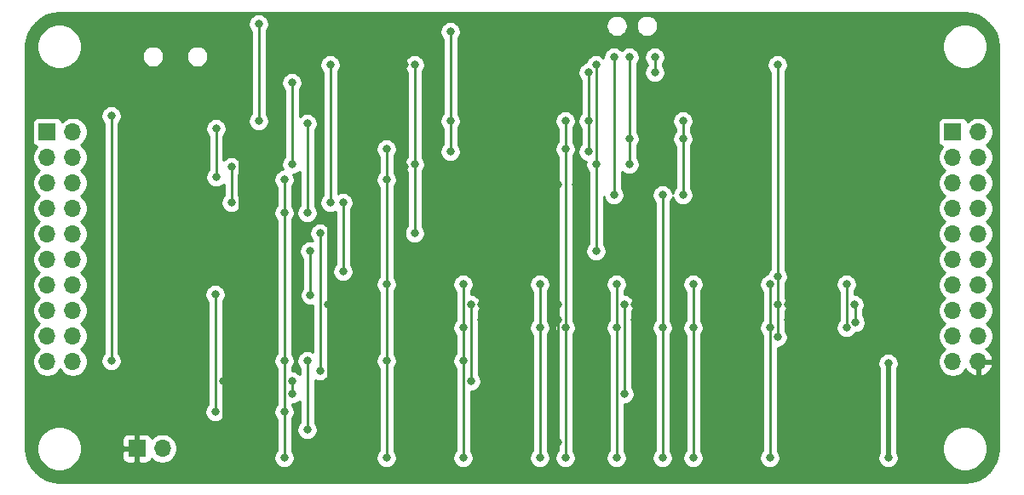
<source format=gbr>
G04 #@! TF.GenerationSoftware,KiCad,Pcbnew,(5.1.5)-3*
G04 #@! TF.CreationDate,2021-01-18T17:20:57+00:00*
G04 #@! TF.ProjectId,Little Logic Computer - Power+Timing,4c697474-6c65-4204-9c6f-67696320436f,rev?*
G04 #@! TF.SameCoordinates,Original*
G04 #@! TF.FileFunction,Copper,L2,Bot*
G04 #@! TF.FilePolarity,Positive*
%FSLAX46Y46*%
G04 Gerber Fmt 4.6, Leading zero omitted, Abs format (unit mm)*
G04 Created by KiCad (PCBNEW (5.1.5)-3) date 2021-01-18 17:20:57*
%MOMM*%
%LPD*%
G04 APERTURE LIST*
%ADD10O,1.700000X1.700000*%
%ADD11R,1.700000X1.700000*%
%ADD12C,0.800000*%
%ADD13C,0.250000*%
%ADD14C,0.500000*%
%ADD15C,0.254000*%
G04 APERTURE END LIST*
D10*
X116840000Y-121996000D03*
D11*
X114300000Y-121996000D03*
D10*
X197940000Y-113360000D03*
X195400000Y-113360000D03*
X197940000Y-110820000D03*
X195400000Y-110820000D03*
X197940000Y-108280000D03*
X195400000Y-108280000D03*
X197940000Y-105740000D03*
X195400000Y-105740000D03*
X197940000Y-103200000D03*
X195400000Y-103200000D03*
X197940000Y-100660000D03*
X195400000Y-100660000D03*
X197940000Y-98120000D03*
X195400000Y-98120000D03*
X197940000Y-95580000D03*
X195400000Y-95580000D03*
X197940000Y-93040000D03*
X195400000Y-93040000D03*
X197940000Y-90500000D03*
D11*
X195400000Y-90500000D03*
D10*
X107940000Y-113360000D03*
X105400000Y-113360000D03*
X107940000Y-110820000D03*
X105400000Y-110820000D03*
X107940000Y-108280000D03*
X105400000Y-108280000D03*
X107940000Y-105740000D03*
X105400000Y-105740000D03*
X107940000Y-103200000D03*
X105400000Y-103200000D03*
X107940000Y-100660000D03*
X105400000Y-100660000D03*
X107940000Y-98120000D03*
X105400000Y-98120000D03*
X107940000Y-95580000D03*
X105400000Y-95580000D03*
X107940000Y-93040000D03*
X105400000Y-93040000D03*
X107940000Y-90500000D03*
D11*
X105400000Y-90500000D03*
D12*
X122860000Y-120396000D03*
X122860000Y-115316000D03*
X122860000Y-121412000D03*
X133274000Y-115316000D03*
X133274000Y-121412000D03*
X133274000Y-107696000D03*
X140893994Y-115316000D03*
X140894000Y-107696000D03*
X140894000Y-121412000D03*
X140894000Y-109220000D03*
X178994000Y-107696000D03*
X178994000Y-109220000D03*
X171374000Y-107696000D03*
X171374000Y-109220000D03*
X163754000Y-107696000D03*
X163754000Y-109220000D03*
X156134000Y-107696000D03*
X156134000Y-109220000D03*
X148514000Y-107696000D03*
X148514000Y-109220000D03*
X133274000Y-99568000D03*
X140894000Y-78994000D03*
X140894000Y-93980000D03*
X140894000Y-91186000D03*
X140894000Y-83820000D03*
X156134000Y-95758000D03*
X157912000Y-83820000D03*
X157912000Y-95758010D03*
X148514000Y-121412000D03*
X156134000Y-121412000D03*
X163754000Y-121412000D03*
X171374000Y-121412000D03*
X174930000Y-83820000D03*
X174930000Y-121412000D03*
X174930000Y-88138000D03*
X185344000Y-88138000D03*
X185344000Y-83820000D03*
X124460000Y-91440000D03*
X124460000Y-85598000D03*
X124460000Y-99568000D03*
X128956000Y-118364000D03*
X128956000Y-113284000D03*
X128956000Y-122936000D03*
X139116000Y-122936000D03*
X139116000Y-113284000D03*
X139116000Y-105664000D03*
X146736000Y-105664000D03*
X146736000Y-113284000D03*
X146736000Y-122936000D03*
X154356000Y-105664000D03*
X154356000Y-109982000D03*
X146736000Y-109982000D03*
X161976000Y-105664000D03*
X161976000Y-109982000D03*
X169596000Y-105664000D03*
X169596000Y-109982000D03*
X177216000Y-105664000D03*
X177216000Y-109982000D03*
X184836000Y-105664000D03*
X184836000Y-109982000D03*
X131242000Y-98552000D03*
X131242000Y-89662000D03*
X128956000Y-95250000D03*
X166548000Y-96774000D03*
X166548000Y-109982000D03*
X168580000Y-91186000D03*
X168580000Y-96774000D03*
X139116000Y-92201992D03*
X139116000Y-95250000D03*
X156896000Y-92202000D03*
X156896000Y-109982000D03*
X156896000Y-89408000D03*
X154356000Y-122936000D03*
X156896000Y-122936000D03*
X161976000Y-122936000D03*
X166548000Y-122936000D03*
X169596000Y-122936000D03*
X177216000Y-122936000D03*
X168580000Y-89408000D03*
X188976000Y-122936000D03*
X188976000Y-113538000D03*
X128956000Y-98552000D03*
X122174000Y-90170000D03*
X122174016Y-94996000D03*
X129718000Y-85598000D03*
X129718000Y-93726000D03*
X163246000Y-91186000D03*
X163246000Y-93726000D03*
X163246014Y-83058000D03*
X111760000Y-113284000D03*
X111760000Y-88900000D03*
X185598000Y-107696000D03*
X185691144Y-109463607D03*
X177978000Y-107696000D03*
X177978000Y-83820000D03*
X177978000Y-104902000D03*
X177978000Y-110922000D03*
X126416000Y-89408000D03*
X126416000Y-79756000D03*
X145466000Y-89408000D03*
X145466000Y-80518000D03*
X145466000Y-92456000D03*
X159182000Y-92456000D03*
X159182000Y-89408000D03*
X165786000Y-83058000D03*
X165786000Y-84582000D03*
X159182000Y-84582000D03*
X161722000Y-96774000D03*
X161721998Y-83058000D03*
X133528000Y-83820000D03*
X133528000Y-97536000D03*
X134798000Y-104394000D03*
X134798000Y-97536000D03*
X123698000Y-93980000D03*
X123698000Y-97536000D03*
X132512000Y-114300000D03*
X132512000Y-100584000D03*
X141910000Y-100584000D03*
X141910000Y-93726000D03*
X141910000Y-83820000D03*
X122098000Y-118364000D03*
X122098000Y-106680000D03*
X131496000Y-102362000D03*
X131562000Y-106746000D03*
X159943988Y-93726000D03*
X159944000Y-102362000D03*
X159944000Y-83820000D03*
X131242000Y-120142000D03*
X131242000Y-113284000D03*
X129718006Y-115316000D03*
X162738000Y-107696000D03*
X129718000Y-116586000D03*
X162738000Y-116586000D03*
X147498000Y-107696000D03*
X147498000Y-115316000D03*
D13*
X122860000Y-120396000D02*
X122860000Y-115316000D01*
X122860000Y-120396000D02*
X122860000Y-121412000D01*
X133274000Y-115316000D02*
X133274000Y-121412000D01*
X133274000Y-107696000D02*
X133274000Y-115316000D01*
X140893994Y-107696006D02*
X140894000Y-107696000D01*
X140893994Y-115316000D02*
X140893994Y-121411994D01*
X140893994Y-121411994D02*
X140894000Y-121412000D01*
X140893994Y-109219994D02*
X140894000Y-109220000D01*
X140893994Y-109219994D02*
X140893994Y-107696006D01*
X140893994Y-115316000D02*
X140893994Y-109219994D01*
X178994000Y-107696000D02*
X178994000Y-109220000D01*
X171374000Y-107696000D02*
X171374000Y-109220000D01*
X163754000Y-107696000D02*
X163754000Y-109220000D01*
X156134000Y-107696000D02*
X156134000Y-109220000D01*
X148514000Y-107696000D02*
X148514000Y-109220000D01*
X133274000Y-107696000D02*
X133274000Y-99568000D01*
X140894000Y-107696000D02*
X140894000Y-91186000D01*
X140894000Y-91186000D02*
X140894000Y-83820000D01*
X140894000Y-78994000D02*
X140894000Y-83820000D01*
X156134000Y-107696000D02*
X156134000Y-95758000D01*
X157912000Y-83820000D02*
X157912000Y-95758010D01*
X148514000Y-109220000D02*
X148514000Y-121412000D01*
X156134000Y-109220000D02*
X156134000Y-121412000D01*
X163754000Y-109220000D02*
X163754000Y-121412000D01*
X171374000Y-109220000D02*
X171374000Y-121412000D01*
X174930000Y-88138000D02*
X174930000Y-121412000D01*
X174930000Y-83820000D02*
X174930000Y-88138000D01*
X185344000Y-88138000D02*
X185344000Y-83820000D01*
X124460000Y-91440000D02*
X124460000Y-85598000D01*
X124460000Y-91440000D02*
X124460000Y-92005685D01*
X124460000Y-92005685D02*
X124460000Y-99568000D01*
X128956000Y-118364000D02*
X128956000Y-113284000D01*
X128956000Y-118364000D02*
X128956000Y-122936000D01*
X139116000Y-113284000D02*
X139116000Y-122936000D01*
X139116000Y-113284000D02*
X139116000Y-105664000D01*
X146736000Y-113284000D02*
X146736000Y-122936000D01*
X154356000Y-105664000D02*
X154356000Y-109982000D01*
X146736000Y-105664000D02*
X146736000Y-109982000D01*
X146736000Y-109982000D02*
X146736000Y-113284000D01*
X161976000Y-105664000D02*
X161976000Y-109982000D01*
X169596000Y-105664000D02*
X169596000Y-109982000D01*
X177216000Y-105664000D02*
X177216000Y-109982000D01*
X184836000Y-105664000D02*
X184836000Y-109982000D01*
X131242000Y-98552000D02*
X131242000Y-89662000D01*
X166548000Y-96774000D02*
X166548000Y-109982000D01*
X168580000Y-91186000D02*
X168580000Y-96774000D01*
X139116000Y-105664000D02*
X139116000Y-95250000D01*
X139116000Y-95250000D02*
X139116000Y-92201992D01*
X156896000Y-92202000D02*
X156896000Y-109982000D01*
X156896000Y-89408000D02*
X156896000Y-92202000D01*
X154356000Y-109982000D02*
X154356000Y-122936000D01*
X156896000Y-109982000D02*
X156896000Y-122936000D01*
X161976000Y-109982000D02*
X161976000Y-122936000D01*
X166548000Y-109982000D02*
X166548000Y-122936000D01*
X169596000Y-109982000D02*
X169596000Y-122936000D01*
X177216000Y-109982000D02*
X177216000Y-122936000D01*
X168580000Y-89408000D02*
X168580000Y-91186000D01*
D14*
X188976000Y-122936000D02*
X188976000Y-113538000D01*
D13*
X128956000Y-113284000D02*
X128956000Y-98552000D01*
X128956000Y-98552000D02*
X128956000Y-95250000D01*
X122174000Y-90170000D02*
X122174000Y-94995984D01*
X122174000Y-94995984D02*
X122174016Y-94996000D01*
X129718000Y-85598000D02*
X129718000Y-93726000D01*
X163246000Y-91186000D02*
X163246000Y-93726000D01*
X163246000Y-91186000D02*
X163246000Y-83058000D01*
X111760000Y-113284000D02*
X111760000Y-88900000D01*
X185691144Y-107789144D02*
X185598000Y-107696000D01*
X185691144Y-109463607D02*
X185691144Y-107789144D01*
X177978000Y-107696000D02*
X177978000Y-109277002D01*
X177978000Y-107696000D02*
X177978000Y-104902000D01*
X177978000Y-104902000D02*
X177978000Y-83820000D01*
X177978000Y-109277002D02*
X177978000Y-110922000D01*
X126416000Y-89408000D02*
X126416000Y-79756000D01*
X145466000Y-89408000D02*
X145466000Y-80518000D01*
X145466000Y-89408000D02*
X145466000Y-92456000D01*
X159182000Y-92456000D02*
X159182000Y-89408000D01*
X165786000Y-83058000D02*
X165786000Y-84582000D01*
X159182000Y-84582000D02*
X159182000Y-89408000D01*
X161722000Y-96774000D02*
X161722000Y-83058000D01*
X133528000Y-83820000D02*
X133528000Y-97536000D01*
X134798000Y-104394000D02*
X134798000Y-97536000D01*
X123698000Y-93980000D02*
X123698000Y-97536000D01*
X132512000Y-114300000D02*
X132512000Y-107384998D01*
X132512000Y-107384998D02*
X132512000Y-100584000D01*
X141910000Y-100584000D02*
X141910000Y-93726000D01*
X141910000Y-93726000D02*
X141910000Y-83820000D01*
X122098000Y-118364000D02*
X122098000Y-106680000D01*
X131496000Y-106680000D02*
X131562000Y-106746000D01*
X131496000Y-102362000D02*
X131496000Y-106680000D01*
X159943988Y-102361988D02*
X159944000Y-102362000D01*
X159943988Y-93726000D02*
X159943988Y-102361988D01*
X159943988Y-93726000D02*
X159943988Y-83820012D01*
X159943988Y-83820012D02*
X159944000Y-83820000D01*
X131242000Y-113284000D02*
X131242000Y-120142000D01*
X129718006Y-115316000D02*
X129718006Y-116585994D01*
X129718006Y-116585994D02*
X129718000Y-116586000D01*
X162738000Y-110293002D02*
X162738000Y-107696000D01*
X162738000Y-116586000D02*
X162738000Y-110293002D01*
X147498000Y-107696000D02*
X147498000Y-115316000D01*
D15*
G36*
X197248126Y-78726714D02*
G01*
X197871572Y-78914943D01*
X198446579Y-79220681D01*
X198951247Y-79632279D01*
X199366362Y-80134067D01*
X199676105Y-80706924D01*
X199868682Y-81329039D01*
X199940001Y-82007594D01*
X199940000Y-121967721D01*
X199873286Y-122648126D01*
X199685057Y-123271570D01*
X199379323Y-123846573D01*
X198967721Y-124351248D01*
X198465933Y-124766362D01*
X197893077Y-125076104D01*
X197270961Y-125268682D01*
X196592417Y-125340000D01*
X106632279Y-125340000D01*
X105951874Y-125273286D01*
X105328430Y-125085057D01*
X104753427Y-124779323D01*
X104248752Y-124367721D01*
X103833638Y-123865933D01*
X103523896Y-123293077D01*
X103331318Y-122670961D01*
X103260000Y-121992417D01*
X103260000Y-121779872D01*
X104365000Y-121779872D01*
X104365000Y-122220128D01*
X104450890Y-122651925D01*
X104619369Y-123058669D01*
X104863962Y-123424729D01*
X105175271Y-123736038D01*
X105541331Y-123980631D01*
X105948075Y-124149110D01*
X106379872Y-124235000D01*
X106820128Y-124235000D01*
X107251925Y-124149110D01*
X107658669Y-123980631D01*
X108024729Y-123736038D01*
X108336038Y-123424729D01*
X108580631Y-123058669D01*
X108668721Y-122846000D01*
X112811928Y-122846000D01*
X112824188Y-122970482D01*
X112860498Y-123090180D01*
X112919463Y-123200494D01*
X112998815Y-123297185D01*
X113095506Y-123376537D01*
X113205820Y-123435502D01*
X113325518Y-123471812D01*
X113450000Y-123484072D01*
X114014250Y-123481000D01*
X114173000Y-123322250D01*
X114173000Y-122123000D01*
X112973750Y-122123000D01*
X112815000Y-122281750D01*
X112811928Y-122846000D01*
X108668721Y-122846000D01*
X108749110Y-122651925D01*
X108835000Y-122220128D01*
X108835000Y-121779872D01*
X108749110Y-121348075D01*
X108665408Y-121146000D01*
X112811928Y-121146000D01*
X112815000Y-121710250D01*
X112973750Y-121869000D01*
X114173000Y-121869000D01*
X114173000Y-120669750D01*
X114427000Y-120669750D01*
X114427000Y-121869000D01*
X114447000Y-121869000D01*
X114447000Y-122123000D01*
X114427000Y-122123000D01*
X114427000Y-123322250D01*
X114585750Y-123481000D01*
X115150000Y-123484072D01*
X115274482Y-123471812D01*
X115394180Y-123435502D01*
X115504494Y-123376537D01*
X115601185Y-123297185D01*
X115680537Y-123200494D01*
X115739502Y-123090180D01*
X115761513Y-123017620D01*
X115893368Y-123149475D01*
X116136589Y-123311990D01*
X116406842Y-123423932D01*
X116693740Y-123481000D01*
X116986260Y-123481000D01*
X117273158Y-123423932D01*
X117543411Y-123311990D01*
X117786632Y-123149475D01*
X117993475Y-122942632D01*
X118155990Y-122699411D01*
X118267932Y-122429158D01*
X118325000Y-122142260D01*
X118325000Y-121849740D01*
X118267932Y-121562842D01*
X118155990Y-121292589D01*
X117993475Y-121049368D01*
X117786632Y-120842525D01*
X117543411Y-120680010D01*
X117273158Y-120568068D01*
X116986260Y-120511000D01*
X116693740Y-120511000D01*
X116406842Y-120568068D01*
X116136589Y-120680010D01*
X115893368Y-120842525D01*
X115761513Y-120974380D01*
X115739502Y-120901820D01*
X115680537Y-120791506D01*
X115601185Y-120694815D01*
X115504494Y-120615463D01*
X115394180Y-120556498D01*
X115274482Y-120520188D01*
X115150000Y-120507928D01*
X114585750Y-120511000D01*
X114427000Y-120669750D01*
X114173000Y-120669750D01*
X114014250Y-120511000D01*
X113450000Y-120507928D01*
X113325518Y-120520188D01*
X113205820Y-120556498D01*
X113095506Y-120615463D01*
X112998815Y-120694815D01*
X112919463Y-120791506D01*
X112860498Y-120901820D01*
X112824188Y-121021518D01*
X112811928Y-121146000D01*
X108665408Y-121146000D01*
X108580631Y-120941331D01*
X108336038Y-120575271D01*
X108024729Y-120263962D01*
X107658669Y-120019369D01*
X107251925Y-119850890D01*
X106820128Y-119765000D01*
X106379872Y-119765000D01*
X105948075Y-119850890D01*
X105541331Y-120019369D01*
X105175271Y-120263962D01*
X104863962Y-120575271D01*
X104619369Y-120941331D01*
X104450890Y-121348075D01*
X104365000Y-121779872D01*
X103260000Y-121779872D01*
X103260000Y-89650000D01*
X103911928Y-89650000D01*
X103911928Y-91350000D01*
X103924188Y-91474482D01*
X103960498Y-91594180D01*
X104019463Y-91704494D01*
X104098815Y-91801185D01*
X104195506Y-91880537D01*
X104305820Y-91939502D01*
X104378380Y-91961513D01*
X104246525Y-92093368D01*
X104084010Y-92336589D01*
X103972068Y-92606842D01*
X103915000Y-92893740D01*
X103915000Y-93186260D01*
X103972068Y-93473158D01*
X104084010Y-93743411D01*
X104246525Y-93986632D01*
X104453368Y-94193475D01*
X104627760Y-94310000D01*
X104453368Y-94426525D01*
X104246525Y-94633368D01*
X104084010Y-94876589D01*
X103972068Y-95146842D01*
X103915000Y-95433740D01*
X103915000Y-95726260D01*
X103972068Y-96013158D01*
X104084010Y-96283411D01*
X104246525Y-96526632D01*
X104453368Y-96733475D01*
X104627760Y-96850000D01*
X104453368Y-96966525D01*
X104246525Y-97173368D01*
X104084010Y-97416589D01*
X103972068Y-97686842D01*
X103915000Y-97973740D01*
X103915000Y-98266260D01*
X103972068Y-98553158D01*
X104084010Y-98823411D01*
X104246525Y-99066632D01*
X104453368Y-99273475D01*
X104627760Y-99390000D01*
X104453368Y-99506525D01*
X104246525Y-99713368D01*
X104084010Y-99956589D01*
X103972068Y-100226842D01*
X103915000Y-100513740D01*
X103915000Y-100806260D01*
X103972068Y-101093158D01*
X104084010Y-101363411D01*
X104246525Y-101606632D01*
X104453368Y-101813475D01*
X104627760Y-101930000D01*
X104453368Y-102046525D01*
X104246525Y-102253368D01*
X104084010Y-102496589D01*
X103972068Y-102766842D01*
X103915000Y-103053740D01*
X103915000Y-103346260D01*
X103972068Y-103633158D01*
X104084010Y-103903411D01*
X104246525Y-104146632D01*
X104453368Y-104353475D01*
X104627760Y-104470000D01*
X104453368Y-104586525D01*
X104246525Y-104793368D01*
X104084010Y-105036589D01*
X103972068Y-105306842D01*
X103915000Y-105593740D01*
X103915000Y-105886260D01*
X103972068Y-106173158D01*
X104084010Y-106443411D01*
X104246525Y-106686632D01*
X104453368Y-106893475D01*
X104627760Y-107010000D01*
X104453368Y-107126525D01*
X104246525Y-107333368D01*
X104084010Y-107576589D01*
X103972068Y-107846842D01*
X103915000Y-108133740D01*
X103915000Y-108426260D01*
X103972068Y-108713158D01*
X104084010Y-108983411D01*
X104246525Y-109226632D01*
X104453368Y-109433475D01*
X104627760Y-109550000D01*
X104453368Y-109666525D01*
X104246525Y-109873368D01*
X104084010Y-110116589D01*
X103972068Y-110386842D01*
X103915000Y-110673740D01*
X103915000Y-110966260D01*
X103972068Y-111253158D01*
X104084010Y-111523411D01*
X104246525Y-111766632D01*
X104453368Y-111973475D01*
X104627760Y-112090000D01*
X104453368Y-112206525D01*
X104246525Y-112413368D01*
X104084010Y-112656589D01*
X103972068Y-112926842D01*
X103915000Y-113213740D01*
X103915000Y-113506260D01*
X103972068Y-113793158D01*
X104084010Y-114063411D01*
X104246525Y-114306632D01*
X104453368Y-114513475D01*
X104696589Y-114675990D01*
X104966842Y-114787932D01*
X105253740Y-114845000D01*
X105546260Y-114845000D01*
X105833158Y-114787932D01*
X106103411Y-114675990D01*
X106346632Y-114513475D01*
X106553475Y-114306632D01*
X106670000Y-114132240D01*
X106786525Y-114306632D01*
X106993368Y-114513475D01*
X107236589Y-114675990D01*
X107506842Y-114787932D01*
X107793740Y-114845000D01*
X108086260Y-114845000D01*
X108373158Y-114787932D01*
X108643411Y-114675990D01*
X108886632Y-114513475D01*
X109093475Y-114306632D01*
X109255990Y-114063411D01*
X109367932Y-113793158D01*
X109425000Y-113506260D01*
X109425000Y-113213740D01*
X109367932Y-112926842D01*
X109255990Y-112656589D01*
X109093475Y-112413368D01*
X108886632Y-112206525D01*
X108712240Y-112090000D01*
X108886632Y-111973475D01*
X109093475Y-111766632D01*
X109255990Y-111523411D01*
X109367932Y-111253158D01*
X109425000Y-110966260D01*
X109425000Y-110673740D01*
X109367932Y-110386842D01*
X109255990Y-110116589D01*
X109093475Y-109873368D01*
X108886632Y-109666525D01*
X108712240Y-109550000D01*
X108886632Y-109433475D01*
X109093475Y-109226632D01*
X109255990Y-108983411D01*
X109367932Y-108713158D01*
X109425000Y-108426260D01*
X109425000Y-108133740D01*
X109367932Y-107846842D01*
X109255990Y-107576589D01*
X109093475Y-107333368D01*
X108886632Y-107126525D01*
X108712240Y-107010000D01*
X108886632Y-106893475D01*
X109093475Y-106686632D01*
X109255990Y-106443411D01*
X109367932Y-106173158D01*
X109425000Y-105886260D01*
X109425000Y-105593740D01*
X109367932Y-105306842D01*
X109255990Y-105036589D01*
X109093475Y-104793368D01*
X108886632Y-104586525D01*
X108712240Y-104470000D01*
X108886632Y-104353475D01*
X109093475Y-104146632D01*
X109255990Y-103903411D01*
X109367932Y-103633158D01*
X109425000Y-103346260D01*
X109425000Y-103053740D01*
X109367932Y-102766842D01*
X109255990Y-102496589D01*
X109093475Y-102253368D01*
X108886632Y-102046525D01*
X108712240Y-101930000D01*
X108886632Y-101813475D01*
X109093475Y-101606632D01*
X109255990Y-101363411D01*
X109367932Y-101093158D01*
X109425000Y-100806260D01*
X109425000Y-100513740D01*
X109367932Y-100226842D01*
X109255990Y-99956589D01*
X109093475Y-99713368D01*
X108886632Y-99506525D01*
X108712240Y-99390000D01*
X108886632Y-99273475D01*
X109093475Y-99066632D01*
X109255990Y-98823411D01*
X109367932Y-98553158D01*
X109425000Y-98266260D01*
X109425000Y-97973740D01*
X109367932Y-97686842D01*
X109255990Y-97416589D01*
X109093475Y-97173368D01*
X108886632Y-96966525D01*
X108712240Y-96850000D01*
X108886632Y-96733475D01*
X109093475Y-96526632D01*
X109255990Y-96283411D01*
X109367932Y-96013158D01*
X109425000Y-95726260D01*
X109425000Y-95433740D01*
X109367932Y-95146842D01*
X109255990Y-94876589D01*
X109093475Y-94633368D01*
X108886632Y-94426525D01*
X108712240Y-94310000D01*
X108886632Y-94193475D01*
X109093475Y-93986632D01*
X109255990Y-93743411D01*
X109367932Y-93473158D01*
X109425000Y-93186260D01*
X109425000Y-92893740D01*
X109367932Y-92606842D01*
X109255990Y-92336589D01*
X109093475Y-92093368D01*
X108886632Y-91886525D01*
X108712240Y-91770000D01*
X108886632Y-91653475D01*
X109093475Y-91446632D01*
X109255990Y-91203411D01*
X109367932Y-90933158D01*
X109425000Y-90646260D01*
X109425000Y-90353740D01*
X109367932Y-90066842D01*
X109255990Y-89796589D01*
X109093475Y-89553368D01*
X108886632Y-89346525D01*
X108643411Y-89184010D01*
X108373158Y-89072068D01*
X108086260Y-89015000D01*
X107793740Y-89015000D01*
X107506842Y-89072068D01*
X107236589Y-89184010D01*
X106993368Y-89346525D01*
X106861513Y-89478380D01*
X106839502Y-89405820D01*
X106780537Y-89295506D01*
X106701185Y-89198815D01*
X106604494Y-89119463D01*
X106494180Y-89060498D01*
X106374482Y-89024188D01*
X106250000Y-89011928D01*
X104550000Y-89011928D01*
X104425518Y-89024188D01*
X104305820Y-89060498D01*
X104195506Y-89119463D01*
X104098815Y-89198815D01*
X104019463Y-89295506D01*
X103960498Y-89405820D01*
X103924188Y-89525518D01*
X103911928Y-89650000D01*
X103260000Y-89650000D01*
X103260000Y-88798061D01*
X110725000Y-88798061D01*
X110725000Y-89001939D01*
X110764774Y-89201898D01*
X110842795Y-89390256D01*
X110956063Y-89559774D01*
X111000001Y-89603712D01*
X111000000Y-112580289D01*
X110956063Y-112624226D01*
X110842795Y-112793744D01*
X110764774Y-112982102D01*
X110725000Y-113182061D01*
X110725000Y-113385939D01*
X110764774Y-113585898D01*
X110842795Y-113774256D01*
X110956063Y-113943774D01*
X111100226Y-114087937D01*
X111269744Y-114201205D01*
X111458102Y-114279226D01*
X111658061Y-114319000D01*
X111861939Y-114319000D01*
X112061898Y-114279226D01*
X112250256Y-114201205D01*
X112419774Y-114087937D01*
X112563937Y-113943774D01*
X112677205Y-113774256D01*
X112755226Y-113585898D01*
X112795000Y-113385939D01*
X112795000Y-113182061D01*
X112755226Y-112982102D01*
X112677205Y-112793744D01*
X112563937Y-112624226D01*
X112520000Y-112580289D01*
X112520000Y-106578061D01*
X121063000Y-106578061D01*
X121063000Y-106781939D01*
X121102774Y-106981898D01*
X121180795Y-107170256D01*
X121294063Y-107339774D01*
X121338001Y-107383712D01*
X121338000Y-117660289D01*
X121294063Y-117704226D01*
X121180795Y-117873744D01*
X121102774Y-118062102D01*
X121063000Y-118262061D01*
X121063000Y-118465939D01*
X121102774Y-118665898D01*
X121180795Y-118854256D01*
X121294063Y-119023774D01*
X121438226Y-119167937D01*
X121607744Y-119281205D01*
X121796102Y-119359226D01*
X121996061Y-119399000D01*
X122199939Y-119399000D01*
X122399898Y-119359226D01*
X122588256Y-119281205D01*
X122757774Y-119167937D01*
X122901937Y-119023774D01*
X123015205Y-118854256D01*
X123093226Y-118665898D01*
X123133000Y-118465939D01*
X123133000Y-118262061D01*
X123093226Y-118062102D01*
X123015205Y-117873744D01*
X122901937Y-117704226D01*
X122858000Y-117660289D01*
X122858000Y-107383711D01*
X122901937Y-107339774D01*
X123015205Y-107170256D01*
X123093226Y-106981898D01*
X123133000Y-106781939D01*
X123133000Y-106578061D01*
X123093226Y-106378102D01*
X123015205Y-106189744D01*
X122901937Y-106020226D01*
X122757774Y-105876063D01*
X122588256Y-105762795D01*
X122399898Y-105684774D01*
X122199939Y-105645000D01*
X121996061Y-105645000D01*
X121796102Y-105684774D01*
X121607744Y-105762795D01*
X121438226Y-105876063D01*
X121294063Y-106020226D01*
X121180795Y-106189744D01*
X121102774Y-106378102D01*
X121063000Y-106578061D01*
X112520000Y-106578061D01*
X112520000Y-90068061D01*
X121139000Y-90068061D01*
X121139000Y-90271939D01*
X121178774Y-90471898D01*
X121256795Y-90660256D01*
X121370063Y-90829774D01*
X121414000Y-90873711D01*
X121414001Y-94292304D01*
X121370079Y-94336226D01*
X121256811Y-94505744D01*
X121178790Y-94694102D01*
X121139016Y-94894061D01*
X121139016Y-95097939D01*
X121178790Y-95297898D01*
X121256811Y-95486256D01*
X121370079Y-95655774D01*
X121514242Y-95799937D01*
X121683760Y-95913205D01*
X121872118Y-95991226D01*
X122072077Y-96031000D01*
X122275955Y-96031000D01*
X122475914Y-95991226D01*
X122664272Y-95913205D01*
X122833790Y-95799937D01*
X122938000Y-95695727D01*
X122938001Y-96832288D01*
X122894063Y-96876226D01*
X122780795Y-97045744D01*
X122702774Y-97234102D01*
X122663000Y-97434061D01*
X122663000Y-97637939D01*
X122702774Y-97837898D01*
X122780795Y-98026256D01*
X122894063Y-98195774D01*
X123038226Y-98339937D01*
X123207744Y-98453205D01*
X123396102Y-98531226D01*
X123596061Y-98571000D01*
X123799939Y-98571000D01*
X123999898Y-98531226D01*
X124188256Y-98453205D01*
X124357774Y-98339937D01*
X124501937Y-98195774D01*
X124615205Y-98026256D01*
X124693226Y-97837898D01*
X124733000Y-97637939D01*
X124733000Y-97434061D01*
X124693226Y-97234102D01*
X124615205Y-97045744D01*
X124501937Y-96876226D01*
X124458000Y-96832289D01*
X124458000Y-95148061D01*
X127921000Y-95148061D01*
X127921000Y-95351939D01*
X127960774Y-95551898D01*
X128038795Y-95740256D01*
X128152063Y-95909774D01*
X128196001Y-95953712D01*
X128196000Y-97848289D01*
X128152063Y-97892226D01*
X128038795Y-98061744D01*
X127960774Y-98250102D01*
X127921000Y-98450061D01*
X127921000Y-98653939D01*
X127960774Y-98853898D01*
X128038795Y-99042256D01*
X128152063Y-99211774D01*
X128196001Y-99255712D01*
X128196000Y-112580289D01*
X128152063Y-112624226D01*
X128038795Y-112793744D01*
X127960774Y-112982102D01*
X127921000Y-113182061D01*
X127921000Y-113385939D01*
X127960774Y-113585898D01*
X128038795Y-113774256D01*
X128152063Y-113943774D01*
X128196001Y-113987712D01*
X128196000Y-117660289D01*
X128152063Y-117704226D01*
X128038795Y-117873744D01*
X127960774Y-118062102D01*
X127921000Y-118262061D01*
X127921000Y-118465939D01*
X127960774Y-118665898D01*
X128038795Y-118854256D01*
X128152063Y-119023774D01*
X128196000Y-119067711D01*
X128196001Y-122232288D01*
X128152063Y-122276226D01*
X128038795Y-122445744D01*
X127960774Y-122634102D01*
X127921000Y-122834061D01*
X127921000Y-123037939D01*
X127960774Y-123237898D01*
X128038795Y-123426256D01*
X128152063Y-123595774D01*
X128296226Y-123739937D01*
X128465744Y-123853205D01*
X128654102Y-123931226D01*
X128854061Y-123971000D01*
X129057939Y-123971000D01*
X129257898Y-123931226D01*
X129446256Y-123853205D01*
X129615774Y-123739937D01*
X129759937Y-123595774D01*
X129873205Y-123426256D01*
X129951226Y-123237898D01*
X129991000Y-123037939D01*
X129991000Y-122834061D01*
X129951226Y-122634102D01*
X129873205Y-122445744D01*
X129759937Y-122276226D01*
X129716000Y-122232289D01*
X129716000Y-119067711D01*
X129759937Y-119023774D01*
X129873205Y-118854256D01*
X129951226Y-118665898D01*
X129991000Y-118465939D01*
X129991000Y-118262061D01*
X129951226Y-118062102D01*
X129873205Y-117873744D01*
X129759937Y-117704226D01*
X129716000Y-117660289D01*
X129716000Y-117621000D01*
X129819939Y-117621000D01*
X130019898Y-117581226D01*
X130208256Y-117503205D01*
X130377774Y-117389937D01*
X130482001Y-117285710D01*
X130482001Y-119438288D01*
X130438063Y-119482226D01*
X130324795Y-119651744D01*
X130246774Y-119840102D01*
X130207000Y-120040061D01*
X130207000Y-120243939D01*
X130246774Y-120443898D01*
X130324795Y-120632256D01*
X130438063Y-120801774D01*
X130582226Y-120945937D01*
X130751744Y-121059205D01*
X130940102Y-121137226D01*
X131140061Y-121177000D01*
X131343939Y-121177000D01*
X131543898Y-121137226D01*
X131732256Y-121059205D01*
X131901774Y-120945937D01*
X132045937Y-120801774D01*
X132159205Y-120632256D01*
X132237226Y-120443898D01*
X132277000Y-120243939D01*
X132277000Y-120040061D01*
X132237226Y-119840102D01*
X132159205Y-119651744D01*
X132045937Y-119482226D01*
X132002000Y-119438289D01*
X132002000Y-115204013D01*
X132021744Y-115217205D01*
X132210102Y-115295226D01*
X132410061Y-115335000D01*
X132613939Y-115335000D01*
X132813898Y-115295226D01*
X133002256Y-115217205D01*
X133171774Y-115103937D01*
X133315937Y-114959774D01*
X133429205Y-114790256D01*
X133507226Y-114601898D01*
X133547000Y-114401939D01*
X133547000Y-114198061D01*
X133507226Y-113998102D01*
X133429205Y-113809744D01*
X133315937Y-113640226D01*
X133272000Y-113596289D01*
X133272000Y-101287711D01*
X133315937Y-101243774D01*
X133429205Y-101074256D01*
X133507226Y-100885898D01*
X133547000Y-100685939D01*
X133547000Y-100482061D01*
X133507226Y-100282102D01*
X133429205Y-100093744D01*
X133315937Y-99924226D01*
X133171774Y-99780063D01*
X133002256Y-99666795D01*
X132813898Y-99588774D01*
X132613939Y-99549000D01*
X132410061Y-99549000D01*
X132210102Y-99588774D01*
X132021744Y-99666795D01*
X131852226Y-99780063D01*
X131708063Y-99924226D01*
X131594795Y-100093744D01*
X131516774Y-100282102D01*
X131477000Y-100482061D01*
X131477000Y-100685939D01*
X131516774Y-100885898D01*
X131594795Y-101074256D01*
X131708063Y-101243774D01*
X131752001Y-101287712D01*
X131752001Y-101357645D01*
X131597939Y-101327000D01*
X131394061Y-101327000D01*
X131194102Y-101366774D01*
X131005744Y-101444795D01*
X130836226Y-101558063D01*
X130692063Y-101702226D01*
X130578795Y-101871744D01*
X130500774Y-102060102D01*
X130461000Y-102260061D01*
X130461000Y-102463939D01*
X130500774Y-102663898D01*
X130578795Y-102852256D01*
X130692063Y-103021774D01*
X130736000Y-103065711D01*
X130736001Y-106119244D01*
X130644795Y-106255744D01*
X130566774Y-106444102D01*
X130527000Y-106644061D01*
X130527000Y-106847939D01*
X130566774Y-107047898D01*
X130644795Y-107236256D01*
X130758063Y-107405774D01*
X130902226Y-107549937D01*
X131071744Y-107663205D01*
X131260102Y-107741226D01*
X131460061Y-107781000D01*
X131663939Y-107781000D01*
X131752001Y-107763484D01*
X131752000Y-112379988D01*
X131732256Y-112366795D01*
X131543898Y-112288774D01*
X131343939Y-112249000D01*
X131140061Y-112249000D01*
X130940102Y-112288774D01*
X130751744Y-112366795D01*
X130582226Y-112480063D01*
X130438063Y-112624226D01*
X130324795Y-112793744D01*
X130246774Y-112982102D01*
X130207000Y-113182061D01*
X130207000Y-113385939D01*
X130246774Y-113585898D01*
X130324795Y-113774256D01*
X130438063Y-113943774D01*
X130482000Y-113987711D01*
X130482000Y-114616283D01*
X130377780Y-114512063D01*
X130208262Y-114398795D01*
X130019904Y-114320774D01*
X129819945Y-114281000D01*
X129716000Y-114281000D01*
X129716000Y-113987711D01*
X129759937Y-113943774D01*
X129873205Y-113774256D01*
X129951226Y-113585898D01*
X129991000Y-113385939D01*
X129991000Y-113182061D01*
X129951226Y-112982102D01*
X129873205Y-112793744D01*
X129759937Y-112624226D01*
X129716000Y-112580289D01*
X129716000Y-99255711D01*
X129759937Y-99211774D01*
X129873205Y-99042256D01*
X129951226Y-98853898D01*
X129991000Y-98653939D01*
X129991000Y-98450061D01*
X129951226Y-98250102D01*
X129873205Y-98061744D01*
X129759937Y-97892226D01*
X129716000Y-97848289D01*
X129716000Y-95953711D01*
X129759937Y-95909774D01*
X129873205Y-95740256D01*
X129951226Y-95551898D01*
X129991000Y-95351939D01*
X129991000Y-95148061D01*
X129951226Y-94948102D01*
X129873205Y-94759744D01*
X129867697Y-94751500D01*
X130019898Y-94721226D01*
X130208256Y-94643205D01*
X130377774Y-94529937D01*
X130482000Y-94425711D01*
X130482000Y-97848289D01*
X130438063Y-97892226D01*
X130324795Y-98061744D01*
X130246774Y-98250102D01*
X130207000Y-98450061D01*
X130207000Y-98653939D01*
X130246774Y-98853898D01*
X130324795Y-99042256D01*
X130438063Y-99211774D01*
X130582226Y-99355937D01*
X130751744Y-99469205D01*
X130940102Y-99547226D01*
X131140061Y-99587000D01*
X131343939Y-99587000D01*
X131543898Y-99547226D01*
X131732256Y-99469205D01*
X131901774Y-99355937D01*
X132045937Y-99211774D01*
X132159205Y-99042256D01*
X132237226Y-98853898D01*
X132277000Y-98653939D01*
X132277000Y-98450061D01*
X132237226Y-98250102D01*
X132159205Y-98061744D01*
X132045937Y-97892226D01*
X132002000Y-97848289D01*
X132002000Y-90365711D01*
X132045937Y-90321774D01*
X132159205Y-90152256D01*
X132237226Y-89963898D01*
X132277000Y-89763939D01*
X132277000Y-89560061D01*
X132237226Y-89360102D01*
X132159205Y-89171744D01*
X132045937Y-89002226D01*
X131901774Y-88858063D01*
X131732256Y-88744795D01*
X131543898Y-88666774D01*
X131343939Y-88627000D01*
X131140061Y-88627000D01*
X130940102Y-88666774D01*
X130751744Y-88744795D01*
X130582226Y-88858063D01*
X130478000Y-88962289D01*
X130478000Y-86301711D01*
X130521937Y-86257774D01*
X130635205Y-86088256D01*
X130713226Y-85899898D01*
X130753000Y-85699939D01*
X130753000Y-85496061D01*
X130713226Y-85296102D01*
X130635205Y-85107744D01*
X130521937Y-84938226D01*
X130377774Y-84794063D01*
X130208256Y-84680795D01*
X130019898Y-84602774D01*
X129819939Y-84563000D01*
X129616061Y-84563000D01*
X129416102Y-84602774D01*
X129227744Y-84680795D01*
X129058226Y-84794063D01*
X128914063Y-84938226D01*
X128800795Y-85107744D01*
X128722774Y-85296102D01*
X128683000Y-85496061D01*
X128683000Y-85699939D01*
X128722774Y-85899898D01*
X128800795Y-86088256D01*
X128914063Y-86257774D01*
X128958000Y-86301711D01*
X128958001Y-93022288D01*
X128914063Y-93066226D01*
X128800795Y-93235744D01*
X128722774Y-93424102D01*
X128683000Y-93624061D01*
X128683000Y-93827939D01*
X128722774Y-94027898D01*
X128800795Y-94216256D01*
X128806303Y-94224500D01*
X128654102Y-94254774D01*
X128465744Y-94332795D01*
X128296226Y-94446063D01*
X128152063Y-94590226D01*
X128038795Y-94759744D01*
X127960774Y-94948102D01*
X127921000Y-95148061D01*
X124458000Y-95148061D01*
X124458000Y-94683711D01*
X124501937Y-94639774D01*
X124615205Y-94470256D01*
X124693226Y-94281898D01*
X124733000Y-94081939D01*
X124733000Y-93878061D01*
X124693226Y-93678102D01*
X124615205Y-93489744D01*
X124501937Y-93320226D01*
X124357774Y-93176063D01*
X124188256Y-93062795D01*
X123999898Y-92984774D01*
X123799939Y-92945000D01*
X123596061Y-92945000D01*
X123396102Y-92984774D01*
X123207744Y-93062795D01*
X123038226Y-93176063D01*
X122934000Y-93280289D01*
X122934000Y-90873711D01*
X122977937Y-90829774D01*
X123091205Y-90660256D01*
X123169226Y-90471898D01*
X123209000Y-90271939D01*
X123209000Y-90068061D01*
X123169226Y-89868102D01*
X123091205Y-89679744D01*
X122977937Y-89510226D01*
X122833774Y-89366063D01*
X122664256Y-89252795D01*
X122475898Y-89174774D01*
X122275939Y-89135000D01*
X122072061Y-89135000D01*
X121872102Y-89174774D01*
X121683744Y-89252795D01*
X121514226Y-89366063D01*
X121370063Y-89510226D01*
X121256795Y-89679744D01*
X121178774Y-89868102D01*
X121139000Y-90068061D01*
X112520000Y-90068061D01*
X112520000Y-89603711D01*
X112563937Y-89559774D01*
X112677205Y-89390256D01*
X112755226Y-89201898D01*
X112795000Y-89001939D01*
X112795000Y-88798061D01*
X112755226Y-88598102D01*
X112677205Y-88409744D01*
X112563937Y-88240226D01*
X112419774Y-88096063D01*
X112250256Y-87982795D01*
X112061898Y-87904774D01*
X111861939Y-87865000D01*
X111658061Y-87865000D01*
X111458102Y-87904774D01*
X111269744Y-87982795D01*
X111100226Y-88096063D01*
X110956063Y-88240226D01*
X110842795Y-88409744D01*
X110764774Y-88598102D01*
X110725000Y-88798061D01*
X103260000Y-88798061D01*
X103260000Y-82032278D01*
X103284748Y-81779872D01*
X104365000Y-81779872D01*
X104365000Y-82220128D01*
X104450890Y-82651925D01*
X104619369Y-83058669D01*
X104863962Y-83424729D01*
X105175271Y-83736038D01*
X105541331Y-83980631D01*
X105948075Y-84149110D01*
X106379872Y-84235000D01*
X106820128Y-84235000D01*
X107251925Y-84149110D01*
X107658669Y-83980631D01*
X108024729Y-83736038D01*
X108336038Y-83424729D01*
X108580631Y-83058669D01*
X108656652Y-82875137D01*
X114825000Y-82875137D01*
X114825000Y-83088863D01*
X114866696Y-83298483D01*
X114948485Y-83495940D01*
X115067225Y-83673647D01*
X115218353Y-83824775D01*
X115396060Y-83943515D01*
X115593517Y-84025304D01*
X115803137Y-84067000D01*
X116016863Y-84067000D01*
X116226483Y-84025304D01*
X116423940Y-83943515D01*
X116601647Y-83824775D01*
X116752775Y-83673647D01*
X116871515Y-83495940D01*
X116953304Y-83298483D01*
X116995000Y-83088863D01*
X116995000Y-82875137D01*
X119225000Y-82875137D01*
X119225000Y-83088863D01*
X119266696Y-83298483D01*
X119348485Y-83495940D01*
X119467225Y-83673647D01*
X119618353Y-83824775D01*
X119796060Y-83943515D01*
X119993517Y-84025304D01*
X120203137Y-84067000D01*
X120416863Y-84067000D01*
X120626483Y-84025304D01*
X120823940Y-83943515D01*
X121001647Y-83824775D01*
X121152775Y-83673647D01*
X121271515Y-83495940D01*
X121353304Y-83298483D01*
X121395000Y-83088863D01*
X121395000Y-82875137D01*
X121353304Y-82665517D01*
X121271515Y-82468060D01*
X121152775Y-82290353D01*
X121001647Y-82139225D01*
X120823940Y-82020485D01*
X120626483Y-81938696D01*
X120416863Y-81897000D01*
X120203137Y-81897000D01*
X119993517Y-81938696D01*
X119796060Y-82020485D01*
X119618353Y-82139225D01*
X119467225Y-82290353D01*
X119348485Y-82468060D01*
X119266696Y-82665517D01*
X119225000Y-82875137D01*
X116995000Y-82875137D01*
X116953304Y-82665517D01*
X116871515Y-82468060D01*
X116752775Y-82290353D01*
X116601647Y-82139225D01*
X116423940Y-82020485D01*
X116226483Y-81938696D01*
X116016863Y-81897000D01*
X115803137Y-81897000D01*
X115593517Y-81938696D01*
X115396060Y-82020485D01*
X115218353Y-82139225D01*
X115067225Y-82290353D01*
X114948485Y-82468060D01*
X114866696Y-82665517D01*
X114825000Y-82875137D01*
X108656652Y-82875137D01*
X108749110Y-82651925D01*
X108835000Y-82220128D01*
X108835000Y-81779872D01*
X108749110Y-81348075D01*
X108580631Y-80941331D01*
X108336038Y-80575271D01*
X108024729Y-80263962D01*
X107658669Y-80019369D01*
X107251925Y-79850890D01*
X106820128Y-79765000D01*
X106379872Y-79765000D01*
X105948075Y-79850890D01*
X105541331Y-80019369D01*
X105175271Y-80263962D01*
X104863962Y-80575271D01*
X104619369Y-80941331D01*
X104450890Y-81348075D01*
X104365000Y-81779872D01*
X103284748Y-81779872D01*
X103326714Y-81351874D01*
X103514943Y-80728428D01*
X103820681Y-80153421D01*
X104227949Y-79654061D01*
X125381000Y-79654061D01*
X125381000Y-79857939D01*
X125420774Y-80057898D01*
X125498795Y-80246256D01*
X125612063Y-80415774D01*
X125656001Y-80459712D01*
X125656000Y-88704289D01*
X125612063Y-88748226D01*
X125498795Y-88917744D01*
X125420774Y-89106102D01*
X125381000Y-89306061D01*
X125381000Y-89509939D01*
X125420774Y-89709898D01*
X125498795Y-89898256D01*
X125612063Y-90067774D01*
X125756226Y-90211937D01*
X125925744Y-90325205D01*
X126114102Y-90403226D01*
X126314061Y-90443000D01*
X126517939Y-90443000D01*
X126717898Y-90403226D01*
X126906256Y-90325205D01*
X127075774Y-90211937D01*
X127219937Y-90067774D01*
X127333205Y-89898256D01*
X127411226Y-89709898D01*
X127451000Y-89509939D01*
X127451000Y-89306061D01*
X127411226Y-89106102D01*
X127333205Y-88917744D01*
X127219937Y-88748226D01*
X127176000Y-88704289D01*
X127176000Y-83718061D01*
X132493000Y-83718061D01*
X132493000Y-83921939D01*
X132532774Y-84121898D01*
X132610795Y-84310256D01*
X132724063Y-84479774D01*
X132768000Y-84523711D01*
X132768001Y-96832288D01*
X132724063Y-96876226D01*
X132610795Y-97045744D01*
X132532774Y-97234102D01*
X132493000Y-97434061D01*
X132493000Y-97637939D01*
X132532774Y-97837898D01*
X132610795Y-98026256D01*
X132724063Y-98195774D01*
X132868226Y-98339937D01*
X133037744Y-98453205D01*
X133226102Y-98531226D01*
X133426061Y-98571000D01*
X133629939Y-98571000D01*
X133829898Y-98531226D01*
X134018256Y-98453205D01*
X134038001Y-98440012D01*
X134038000Y-103690289D01*
X133994063Y-103734226D01*
X133880795Y-103903744D01*
X133802774Y-104092102D01*
X133763000Y-104292061D01*
X133763000Y-104495939D01*
X133802774Y-104695898D01*
X133880795Y-104884256D01*
X133994063Y-105053774D01*
X134138226Y-105197937D01*
X134307744Y-105311205D01*
X134496102Y-105389226D01*
X134696061Y-105429000D01*
X134899939Y-105429000D01*
X135099898Y-105389226D01*
X135288256Y-105311205D01*
X135457774Y-105197937D01*
X135601937Y-105053774D01*
X135715205Y-104884256D01*
X135793226Y-104695898D01*
X135833000Y-104495939D01*
X135833000Y-104292061D01*
X135793226Y-104092102D01*
X135715205Y-103903744D01*
X135601937Y-103734226D01*
X135558000Y-103690289D01*
X135558000Y-98239711D01*
X135601937Y-98195774D01*
X135715205Y-98026256D01*
X135793226Y-97837898D01*
X135833000Y-97637939D01*
X135833000Y-97434061D01*
X135793226Y-97234102D01*
X135715205Y-97045744D01*
X135601937Y-96876226D01*
X135457774Y-96732063D01*
X135288256Y-96618795D01*
X135099898Y-96540774D01*
X134899939Y-96501000D01*
X134696061Y-96501000D01*
X134496102Y-96540774D01*
X134307744Y-96618795D01*
X134288000Y-96631987D01*
X134288000Y-92100053D01*
X138081000Y-92100053D01*
X138081000Y-92303931D01*
X138120774Y-92503890D01*
X138198795Y-92692248D01*
X138312063Y-92861766D01*
X138356001Y-92905704D01*
X138356000Y-94546289D01*
X138312063Y-94590226D01*
X138198795Y-94759744D01*
X138120774Y-94948102D01*
X138081000Y-95148061D01*
X138081000Y-95351939D01*
X138120774Y-95551898D01*
X138198795Y-95740256D01*
X138312063Y-95909774D01*
X138356001Y-95953712D01*
X138356000Y-104960289D01*
X138312063Y-105004226D01*
X138198795Y-105173744D01*
X138120774Y-105362102D01*
X138081000Y-105562061D01*
X138081000Y-105765939D01*
X138120774Y-105965898D01*
X138198795Y-106154256D01*
X138312063Y-106323774D01*
X138356001Y-106367712D01*
X138356000Y-112580289D01*
X138312063Y-112624226D01*
X138198795Y-112793744D01*
X138120774Y-112982102D01*
X138081000Y-113182061D01*
X138081000Y-113385939D01*
X138120774Y-113585898D01*
X138198795Y-113774256D01*
X138312063Y-113943774D01*
X138356000Y-113987711D01*
X138356001Y-122232288D01*
X138312063Y-122276226D01*
X138198795Y-122445744D01*
X138120774Y-122634102D01*
X138081000Y-122834061D01*
X138081000Y-123037939D01*
X138120774Y-123237898D01*
X138198795Y-123426256D01*
X138312063Y-123595774D01*
X138456226Y-123739937D01*
X138625744Y-123853205D01*
X138814102Y-123931226D01*
X139014061Y-123971000D01*
X139217939Y-123971000D01*
X139417898Y-123931226D01*
X139606256Y-123853205D01*
X139775774Y-123739937D01*
X139919937Y-123595774D01*
X140033205Y-123426256D01*
X140111226Y-123237898D01*
X140151000Y-123037939D01*
X140151000Y-122834061D01*
X140111226Y-122634102D01*
X140033205Y-122445744D01*
X139919937Y-122276226D01*
X139876000Y-122232289D01*
X139876000Y-113987711D01*
X139919937Y-113943774D01*
X140033205Y-113774256D01*
X140111226Y-113585898D01*
X140151000Y-113385939D01*
X140151000Y-113182061D01*
X140111226Y-112982102D01*
X140033205Y-112793744D01*
X139919937Y-112624226D01*
X139876000Y-112580289D01*
X139876000Y-106367711D01*
X139919937Y-106323774D01*
X140033205Y-106154256D01*
X140111226Y-105965898D01*
X140151000Y-105765939D01*
X140151000Y-105562061D01*
X145701000Y-105562061D01*
X145701000Y-105765939D01*
X145740774Y-105965898D01*
X145818795Y-106154256D01*
X145932063Y-106323774D01*
X145976000Y-106367711D01*
X145976001Y-109278288D01*
X145932063Y-109322226D01*
X145818795Y-109491744D01*
X145740774Y-109680102D01*
X145701000Y-109880061D01*
X145701000Y-110083939D01*
X145740774Y-110283898D01*
X145818795Y-110472256D01*
X145932063Y-110641774D01*
X145976000Y-110685711D01*
X145976001Y-112580288D01*
X145932063Y-112624226D01*
X145818795Y-112793744D01*
X145740774Y-112982102D01*
X145701000Y-113182061D01*
X145701000Y-113385939D01*
X145740774Y-113585898D01*
X145818795Y-113774256D01*
X145932063Y-113943774D01*
X145976000Y-113987711D01*
X145976001Y-122232288D01*
X145932063Y-122276226D01*
X145818795Y-122445744D01*
X145740774Y-122634102D01*
X145701000Y-122834061D01*
X145701000Y-123037939D01*
X145740774Y-123237898D01*
X145818795Y-123426256D01*
X145932063Y-123595774D01*
X146076226Y-123739937D01*
X146245744Y-123853205D01*
X146434102Y-123931226D01*
X146634061Y-123971000D01*
X146837939Y-123971000D01*
X147037898Y-123931226D01*
X147226256Y-123853205D01*
X147395774Y-123739937D01*
X147539937Y-123595774D01*
X147653205Y-123426256D01*
X147731226Y-123237898D01*
X147771000Y-123037939D01*
X147771000Y-122834061D01*
X147731226Y-122634102D01*
X147653205Y-122445744D01*
X147539937Y-122276226D01*
X147496000Y-122232289D01*
X147496000Y-116351000D01*
X147599939Y-116351000D01*
X147799898Y-116311226D01*
X147988256Y-116233205D01*
X148157774Y-116119937D01*
X148301937Y-115975774D01*
X148415205Y-115806256D01*
X148493226Y-115617898D01*
X148533000Y-115417939D01*
X148533000Y-115214061D01*
X148493226Y-115014102D01*
X148415205Y-114825744D01*
X148301937Y-114656226D01*
X148258000Y-114612289D01*
X148258000Y-108399711D01*
X148301937Y-108355774D01*
X148415205Y-108186256D01*
X148493226Y-107997898D01*
X148533000Y-107797939D01*
X148533000Y-107594061D01*
X148493226Y-107394102D01*
X148415205Y-107205744D01*
X148301937Y-107036226D01*
X148157774Y-106892063D01*
X147988256Y-106778795D01*
X147799898Y-106700774D01*
X147599939Y-106661000D01*
X147496000Y-106661000D01*
X147496000Y-106367711D01*
X147539937Y-106323774D01*
X147653205Y-106154256D01*
X147731226Y-105965898D01*
X147771000Y-105765939D01*
X147771000Y-105562061D01*
X153321000Y-105562061D01*
X153321000Y-105765939D01*
X153360774Y-105965898D01*
X153438795Y-106154256D01*
X153552063Y-106323774D01*
X153596000Y-106367711D01*
X153596001Y-109278288D01*
X153552063Y-109322226D01*
X153438795Y-109491744D01*
X153360774Y-109680102D01*
X153321000Y-109880061D01*
X153321000Y-110083939D01*
X153360774Y-110283898D01*
X153438795Y-110472256D01*
X153552063Y-110641774D01*
X153596000Y-110685711D01*
X153596001Y-122232288D01*
X153552063Y-122276226D01*
X153438795Y-122445744D01*
X153360774Y-122634102D01*
X153321000Y-122834061D01*
X153321000Y-123037939D01*
X153360774Y-123237898D01*
X153438795Y-123426256D01*
X153552063Y-123595774D01*
X153696226Y-123739937D01*
X153865744Y-123853205D01*
X154054102Y-123931226D01*
X154254061Y-123971000D01*
X154457939Y-123971000D01*
X154657898Y-123931226D01*
X154846256Y-123853205D01*
X155015774Y-123739937D01*
X155159937Y-123595774D01*
X155273205Y-123426256D01*
X155351226Y-123237898D01*
X155391000Y-123037939D01*
X155391000Y-122834061D01*
X155351226Y-122634102D01*
X155273205Y-122445744D01*
X155159937Y-122276226D01*
X155116000Y-122232289D01*
X155116000Y-110685711D01*
X155159937Y-110641774D01*
X155273205Y-110472256D01*
X155351226Y-110283898D01*
X155391000Y-110083939D01*
X155391000Y-109880061D01*
X155351226Y-109680102D01*
X155273205Y-109491744D01*
X155159937Y-109322226D01*
X155116000Y-109278289D01*
X155116000Y-106367711D01*
X155159937Y-106323774D01*
X155273205Y-106154256D01*
X155351226Y-105965898D01*
X155391000Y-105765939D01*
X155391000Y-105562061D01*
X155351226Y-105362102D01*
X155273205Y-105173744D01*
X155159937Y-105004226D01*
X155015774Y-104860063D01*
X154846256Y-104746795D01*
X154657898Y-104668774D01*
X154457939Y-104629000D01*
X154254061Y-104629000D01*
X154054102Y-104668774D01*
X153865744Y-104746795D01*
X153696226Y-104860063D01*
X153552063Y-105004226D01*
X153438795Y-105173744D01*
X153360774Y-105362102D01*
X153321000Y-105562061D01*
X147771000Y-105562061D01*
X147731226Y-105362102D01*
X147653205Y-105173744D01*
X147539937Y-105004226D01*
X147395774Y-104860063D01*
X147226256Y-104746795D01*
X147037898Y-104668774D01*
X146837939Y-104629000D01*
X146634061Y-104629000D01*
X146434102Y-104668774D01*
X146245744Y-104746795D01*
X146076226Y-104860063D01*
X145932063Y-105004226D01*
X145818795Y-105173744D01*
X145740774Y-105362102D01*
X145701000Y-105562061D01*
X140151000Y-105562061D01*
X140111226Y-105362102D01*
X140033205Y-105173744D01*
X139919937Y-105004226D01*
X139876000Y-104960289D01*
X139876000Y-95953711D01*
X139919937Y-95909774D01*
X140033205Y-95740256D01*
X140111226Y-95551898D01*
X140151000Y-95351939D01*
X140151000Y-95148061D01*
X140111226Y-94948102D01*
X140033205Y-94759744D01*
X139919937Y-94590226D01*
X139876000Y-94546289D01*
X139876000Y-92905703D01*
X139919937Y-92861766D01*
X140033205Y-92692248D01*
X140111226Y-92503890D01*
X140151000Y-92303931D01*
X140151000Y-92100053D01*
X140111226Y-91900094D01*
X140033205Y-91711736D01*
X139919937Y-91542218D01*
X139775774Y-91398055D01*
X139606256Y-91284787D01*
X139417898Y-91206766D01*
X139217939Y-91166992D01*
X139014061Y-91166992D01*
X138814102Y-91206766D01*
X138625744Y-91284787D01*
X138456226Y-91398055D01*
X138312063Y-91542218D01*
X138198795Y-91711736D01*
X138120774Y-91900094D01*
X138081000Y-92100053D01*
X134288000Y-92100053D01*
X134288000Y-84523711D01*
X134331937Y-84479774D01*
X134445205Y-84310256D01*
X134523226Y-84121898D01*
X134563000Y-83921939D01*
X134563000Y-83718061D01*
X140875000Y-83718061D01*
X140875000Y-83921939D01*
X140914774Y-84121898D01*
X140992795Y-84310256D01*
X141106063Y-84479774D01*
X141150001Y-84523712D01*
X141150000Y-93022289D01*
X141106063Y-93066226D01*
X140992795Y-93235744D01*
X140914774Y-93424102D01*
X140875000Y-93624061D01*
X140875000Y-93827939D01*
X140914774Y-94027898D01*
X140992795Y-94216256D01*
X141106063Y-94385774D01*
X141150001Y-94429712D01*
X141150000Y-99880289D01*
X141106063Y-99924226D01*
X140992795Y-100093744D01*
X140914774Y-100282102D01*
X140875000Y-100482061D01*
X140875000Y-100685939D01*
X140914774Y-100885898D01*
X140992795Y-101074256D01*
X141106063Y-101243774D01*
X141250226Y-101387937D01*
X141419744Y-101501205D01*
X141608102Y-101579226D01*
X141808061Y-101619000D01*
X142011939Y-101619000D01*
X142211898Y-101579226D01*
X142400256Y-101501205D01*
X142569774Y-101387937D01*
X142713937Y-101243774D01*
X142827205Y-101074256D01*
X142905226Y-100885898D01*
X142945000Y-100685939D01*
X142945000Y-100482061D01*
X142905226Y-100282102D01*
X142827205Y-100093744D01*
X142713937Y-99924226D01*
X142670000Y-99880289D01*
X142670000Y-94429711D01*
X142713937Y-94385774D01*
X142827205Y-94216256D01*
X142905226Y-94027898D01*
X142945000Y-93827939D01*
X142945000Y-93624061D01*
X142905226Y-93424102D01*
X142827205Y-93235744D01*
X142713937Y-93066226D01*
X142670000Y-93022289D01*
X142670000Y-84523711D01*
X142713937Y-84479774D01*
X142827205Y-84310256D01*
X142905226Y-84121898D01*
X142945000Y-83921939D01*
X142945000Y-83718061D01*
X142905226Y-83518102D01*
X142827205Y-83329744D01*
X142713937Y-83160226D01*
X142569774Y-83016063D01*
X142400256Y-82902795D01*
X142211898Y-82824774D01*
X142011939Y-82785000D01*
X141808061Y-82785000D01*
X141608102Y-82824774D01*
X141419744Y-82902795D01*
X141250226Y-83016063D01*
X141106063Y-83160226D01*
X140992795Y-83329744D01*
X140914774Y-83518102D01*
X140875000Y-83718061D01*
X134563000Y-83718061D01*
X134523226Y-83518102D01*
X134445205Y-83329744D01*
X134331937Y-83160226D01*
X134187774Y-83016063D01*
X134018256Y-82902795D01*
X133829898Y-82824774D01*
X133629939Y-82785000D01*
X133426061Y-82785000D01*
X133226102Y-82824774D01*
X133037744Y-82902795D01*
X132868226Y-83016063D01*
X132724063Y-83160226D01*
X132610795Y-83329744D01*
X132532774Y-83518102D01*
X132493000Y-83718061D01*
X127176000Y-83718061D01*
X127176000Y-80459711D01*
X127219650Y-80416061D01*
X144431000Y-80416061D01*
X144431000Y-80619939D01*
X144470774Y-80819898D01*
X144548795Y-81008256D01*
X144662063Y-81177774D01*
X144706001Y-81221712D01*
X144706000Y-88704289D01*
X144662063Y-88748226D01*
X144548795Y-88917744D01*
X144470774Y-89106102D01*
X144431000Y-89306061D01*
X144431000Y-89509939D01*
X144470774Y-89709898D01*
X144548795Y-89898256D01*
X144662063Y-90067774D01*
X144706000Y-90111711D01*
X144706001Y-91752288D01*
X144662063Y-91796226D01*
X144548795Y-91965744D01*
X144470774Y-92154102D01*
X144431000Y-92354061D01*
X144431000Y-92557939D01*
X144470774Y-92757898D01*
X144548795Y-92946256D01*
X144662063Y-93115774D01*
X144806226Y-93259937D01*
X144975744Y-93373205D01*
X145164102Y-93451226D01*
X145364061Y-93491000D01*
X145567939Y-93491000D01*
X145767898Y-93451226D01*
X145956256Y-93373205D01*
X146125774Y-93259937D01*
X146269937Y-93115774D01*
X146383205Y-92946256D01*
X146461226Y-92757898D01*
X146501000Y-92557939D01*
X146501000Y-92354061D01*
X146461226Y-92154102D01*
X146383205Y-91965744D01*
X146269937Y-91796226D01*
X146226000Y-91752289D01*
X146226000Y-90111711D01*
X146269937Y-90067774D01*
X146383205Y-89898256D01*
X146461226Y-89709898D01*
X146501000Y-89509939D01*
X146501000Y-89306061D01*
X155861000Y-89306061D01*
X155861000Y-89509939D01*
X155900774Y-89709898D01*
X155978795Y-89898256D01*
X156092063Y-90067774D01*
X156136000Y-90111711D01*
X156136001Y-91498288D01*
X156092063Y-91542226D01*
X155978795Y-91711744D01*
X155900774Y-91900102D01*
X155861000Y-92100061D01*
X155861000Y-92303939D01*
X155900774Y-92503898D01*
X155978795Y-92692256D01*
X156092063Y-92861774D01*
X156136000Y-92905711D01*
X156136001Y-109278288D01*
X156092063Y-109322226D01*
X155978795Y-109491744D01*
X155900774Y-109680102D01*
X155861000Y-109880061D01*
X155861000Y-110083939D01*
X155900774Y-110283898D01*
X155978795Y-110472256D01*
X156092063Y-110641774D01*
X156136000Y-110685711D01*
X156136001Y-122232288D01*
X156092063Y-122276226D01*
X155978795Y-122445744D01*
X155900774Y-122634102D01*
X155861000Y-122834061D01*
X155861000Y-123037939D01*
X155900774Y-123237898D01*
X155978795Y-123426256D01*
X156092063Y-123595774D01*
X156236226Y-123739937D01*
X156405744Y-123853205D01*
X156594102Y-123931226D01*
X156794061Y-123971000D01*
X156997939Y-123971000D01*
X157197898Y-123931226D01*
X157386256Y-123853205D01*
X157555774Y-123739937D01*
X157699937Y-123595774D01*
X157813205Y-123426256D01*
X157891226Y-123237898D01*
X157931000Y-123037939D01*
X157931000Y-122834061D01*
X157891226Y-122634102D01*
X157813205Y-122445744D01*
X157699937Y-122276226D01*
X157656000Y-122232289D01*
X157656000Y-110685711D01*
X157699937Y-110641774D01*
X157813205Y-110472256D01*
X157891226Y-110283898D01*
X157931000Y-110083939D01*
X157931000Y-109880061D01*
X157891226Y-109680102D01*
X157813205Y-109491744D01*
X157699937Y-109322226D01*
X157656000Y-109278289D01*
X157656000Y-105562061D01*
X160941000Y-105562061D01*
X160941000Y-105765939D01*
X160980774Y-105965898D01*
X161058795Y-106154256D01*
X161172063Y-106323774D01*
X161216000Y-106367711D01*
X161216001Y-109278288D01*
X161172063Y-109322226D01*
X161058795Y-109491744D01*
X160980774Y-109680102D01*
X160941000Y-109880061D01*
X160941000Y-110083939D01*
X160980774Y-110283898D01*
X161058795Y-110472256D01*
X161172063Y-110641774D01*
X161216000Y-110685711D01*
X161216001Y-122232288D01*
X161172063Y-122276226D01*
X161058795Y-122445744D01*
X160980774Y-122634102D01*
X160941000Y-122834061D01*
X160941000Y-123037939D01*
X160980774Y-123237898D01*
X161058795Y-123426256D01*
X161172063Y-123595774D01*
X161316226Y-123739937D01*
X161485744Y-123853205D01*
X161674102Y-123931226D01*
X161874061Y-123971000D01*
X162077939Y-123971000D01*
X162277898Y-123931226D01*
X162466256Y-123853205D01*
X162635774Y-123739937D01*
X162779937Y-123595774D01*
X162893205Y-123426256D01*
X162971226Y-123237898D01*
X163011000Y-123037939D01*
X163011000Y-122834061D01*
X162971226Y-122634102D01*
X162893205Y-122445744D01*
X162779937Y-122276226D01*
X162736000Y-122232289D01*
X162736000Y-117621000D01*
X162839939Y-117621000D01*
X163039898Y-117581226D01*
X163228256Y-117503205D01*
X163397774Y-117389937D01*
X163541937Y-117245774D01*
X163655205Y-117076256D01*
X163733226Y-116887898D01*
X163773000Y-116687939D01*
X163773000Y-116484061D01*
X163733226Y-116284102D01*
X163655205Y-116095744D01*
X163541937Y-115926226D01*
X163498000Y-115882289D01*
X163498000Y-108399711D01*
X163541937Y-108355774D01*
X163655205Y-108186256D01*
X163733226Y-107997898D01*
X163773000Y-107797939D01*
X163773000Y-107594061D01*
X163733226Y-107394102D01*
X163655205Y-107205744D01*
X163541937Y-107036226D01*
X163397774Y-106892063D01*
X163228256Y-106778795D01*
X163039898Y-106700774D01*
X162839939Y-106661000D01*
X162736000Y-106661000D01*
X162736000Y-106367711D01*
X162779937Y-106323774D01*
X162893205Y-106154256D01*
X162971226Y-105965898D01*
X163011000Y-105765939D01*
X163011000Y-105562061D01*
X162971226Y-105362102D01*
X162893205Y-105173744D01*
X162779937Y-105004226D01*
X162635774Y-104860063D01*
X162466256Y-104746795D01*
X162277898Y-104668774D01*
X162077939Y-104629000D01*
X161874061Y-104629000D01*
X161674102Y-104668774D01*
X161485744Y-104746795D01*
X161316226Y-104860063D01*
X161172063Y-105004226D01*
X161058795Y-105173744D01*
X160980774Y-105362102D01*
X160941000Y-105562061D01*
X157656000Y-105562061D01*
X157656000Y-92905711D01*
X157699937Y-92861774D01*
X157813205Y-92692256D01*
X157891226Y-92503898D01*
X157931000Y-92303939D01*
X157931000Y-92100061D01*
X157891226Y-91900102D01*
X157813205Y-91711744D01*
X157699937Y-91542226D01*
X157656000Y-91498289D01*
X157656000Y-90111711D01*
X157699937Y-90067774D01*
X157813205Y-89898256D01*
X157891226Y-89709898D01*
X157931000Y-89509939D01*
X157931000Y-89306061D01*
X157891226Y-89106102D01*
X157813205Y-88917744D01*
X157699937Y-88748226D01*
X157555774Y-88604063D01*
X157386256Y-88490795D01*
X157197898Y-88412774D01*
X156997939Y-88373000D01*
X156794061Y-88373000D01*
X156594102Y-88412774D01*
X156405744Y-88490795D01*
X156236226Y-88604063D01*
X156092063Y-88748226D01*
X155978795Y-88917744D01*
X155900774Y-89106102D01*
X155861000Y-89306061D01*
X146501000Y-89306061D01*
X146461226Y-89106102D01*
X146383205Y-88917744D01*
X146269937Y-88748226D01*
X146226000Y-88704289D01*
X146226000Y-84480061D01*
X158147000Y-84480061D01*
X158147000Y-84683939D01*
X158186774Y-84883898D01*
X158264795Y-85072256D01*
X158378063Y-85241774D01*
X158422000Y-85285711D01*
X158422001Y-88704288D01*
X158378063Y-88748226D01*
X158264795Y-88917744D01*
X158186774Y-89106102D01*
X158147000Y-89306061D01*
X158147000Y-89509939D01*
X158186774Y-89709898D01*
X158264795Y-89898256D01*
X158378063Y-90067774D01*
X158422001Y-90111712D01*
X158422000Y-91752289D01*
X158378063Y-91796226D01*
X158264795Y-91965744D01*
X158186774Y-92154102D01*
X158147000Y-92354061D01*
X158147000Y-92557939D01*
X158186774Y-92757898D01*
X158264795Y-92946256D01*
X158378063Y-93115774D01*
X158522226Y-93259937D01*
X158691744Y-93373205D01*
X158880102Y-93451226D01*
X158940959Y-93463331D01*
X158908988Y-93624061D01*
X158908988Y-93827939D01*
X158948762Y-94027898D01*
X159026783Y-94216256D01*
X159140051Y-94385774D01*
X159183988Y-94429711D01*
X159183989Y-101658300D01*
X159140063Y-101702226D01*
X159026795Y-101871744D01*
X158948774Y-102060102D01*
X158909000Y-102260061D01*
X158909000Y-102463939D01*
X158948774Y-102663898D01*
X159026795Y-102852256D01*
X159140063Y-103021774D01*
X159284226Y-103165937D01*
X159453744Y-103279205D01*
X159642102Y-103357226D01*
X159842061Y-103397000D01*
X160045939Y-103397000D01*
X160245898Y-103357226D01*
X160434256Y-103279205D01*
X160603774Y-103165937D01*
X160747937Y-103021774D01*
X160861205Y-102852256D01*
X160939226Y-102663898D01*
X160979000Y-102463939D01*
X160979000Y-102260061D01*
X160939226Y-102060102D01*
X160861205Y-101871744D01*
X160747937Y-101702226D01*
X160703988Y-101658277D01*
X160703988Y-96961344D01*
X160726774Y-97075898D01*
X160804795Y-97264256D01*
X160918063Y-97433774D01*
X161062226Y-97577937D01*
X161231744Y-97691205D01*
X161420102Y-97769226D01*
X161620061Y-97809000D01*
X161823939Y-97809000D01*
X162023898Y-97769226D01*
X162212256Y-97691205D01*
X162381774Y-97577937D01*
X162525937Y-97433774D01*
X162639205Y-97264256D01*
X162717226Y-97075898D01*
X162757000Y-96875939D01*
X162757000Y-96672061D01*
X165513000Y-96672061D01*
X165513000Y-96875939D01*
X165552774Y-97075898D01*
X165630795Y-97264256D01*
X165744063Y-97433774D01*
X165788000Y-97477711D01*
X165788001Y-109278288D01*
X165744063Y-109322226D01*
X165630795Y-109491744D01*
X165552774Y-109680102D01*
X165513000Y-109880061D01*
X165513000Y-110083939D01*
X165552774Y-110283898D01*
X165630795Y-110472256D01*
X165744063Y-110641774D01*
X165788000Y-110685711D01*
X165788001Y-122232288D01*
X165744063Y-122276226D01*
X165630795Y-122445744D01*
X165552774Y-122634102D01*
X165513000Y-122834061D01*
X165513000Y-123037939D01*
X165552774Y-123237898D01*
X165630795Y-123426256D01*
X165744063Y-123595774D01*
X165888226Y-123739937D01*
X166057744Y-123853205D01*
X166246102Y-123931226D01*
X166446061Y-123971000D01*
X166649939Y-123971000D01*
X166849898Y-123931226D01*
X167038256Y-123853205D01*
X167207774Y-123739937D01*
X167351937Y-123595774D01*
X167465205Y-123426256D01*
X167543226Y-123237898D01*
X167583000Y-123037939D01*
X167583000Y-122834061D01*
X167543226Y-122634102D01*
X167465205Y-122445744D01*
X167351937Y-122276226D01*
X167308000Y-122232289D01*
X167308000Y-110685711D01*
X167351937Y-110641774D01*
X167465205Y-110472256D01*
X167543226Y-110283898D01*
X167583000Y-110083939D01*
X167583000Y-109880061D01*
X167543226Y-109680102D01*
X167465205Y-109491744D01*
X167351937Y-109322226D01*
X167308000Y-109278289D01*
X167308000Y-105562061D01*
X168561000Y-105562061D01*
X168561000Y-105765939D01*
X168600774Y-105965898D01*
X168678795Y-106154256D01*
X168792063Y-106323774D01*
X168836000Y-106367711D01*
X168836001Y-109278288D01*
X168792063Y-109322226D01*
X168678795Y-109491744D01*
X168600774Y-109680102D01*
X168561000Y-109880061D01*
X168561000Y-110083939D01*
X168600774Y-110283898D01*
X168678795Y-110472256D01*
X168792063Y-110641774D01*
X168836000Y-110685711D01*
X168836001Y-122232288D01*
X168792063Y-122276226D01*
X168678795Y-122445744D01*
X168600774Y-122634102D01*
X168561000Y-122834061D01*
X168561000Y-123037939D01*
X168600774Y-123237898D01*
X168678795Y-123426256D01*
X168792063Y-123595774D01*
X168936226Y-123739937D01*
X169105744Y-123853205D01*
X169294102Y-123931226D01*
X169494061Y-123971000D01*
X169697939Y-123971000D01*
X169897898Y-123931226D01*
X170086256Y-123853205D01*
X170255774Y-123739937D01*
X170399937Y-123595774D01*
X170513205Y-123426256D01*
X170591226Y-123237898D01*
X170631000Y-123037939D01*
X170631000Y-122834061D01*
X170591226Y-122634102D01*
X170513205Y-122445744D01*
X170399937Y-122276226D01*
X170356000Y-122232289D01*
X170356000Y-110685711D01*
X170399937Y-110641774D01*
X170513205Y-110472256D01*
X170591226Y-110283898D01*
X170631000Y-110083939D01*
X170631000Y-109880061D01*
X170591226Y-109680102D01*
X170513205Y-109491744D01*
X170399937Y-109322226D01*
X170356000Y-109278289D01*
X170356000Y-106367711D01*
X170399937Y-106323774D01*
X170513205Y-106154256D01*
X170591226Y-105965898D01*
X170631000Y-105765939D01*
X170631000Y-105562061D01*
X176181000Y-105562061D01*
X176181000Y-105765939D01*
X176220774Y-105965898D01*
X176298795Y-106154256D01*
X176412063Y-106323774D01*
X176456000Y-106367711D01*
X176456001Y-109278288D01*
X176412063Y-109322226D01*
X176298795Y-109491744D01*
X176220774Y-109680102D01*
X176181000Y-109880061D01*
X176181000Y-110083939D01*
X176220774Y-110283898D01*
X176298795Y-110472256D01*
X176412063Y-110641774D01*
X176456000Y-110685711D01*
X176456001Y-122232288D01*
X176412063Y-122276226D01*
X176298795Y-122445744D01*
X176220774Y-122634102D01*
X176181000Y-122834061D01*
X176181000Y-123037939D01*
X176220774Y-123237898D01*
X176298795Y-123426256D01*
X176412063Y-123595774D01*
X176556226Y-123739937D01*
X176725744Y-123853205D01*
X176914102Y-123931226D01*
X177114061Y-123971000D01*
X177317939Y-123971000D01*
X177517898Y-123931226D01*
X177706256Y-123853205D01*
X177875774Y-123739937D01*
X178019937Y-123595774D01*
X178133205Y-123426256D01*
X178211226Y-123237898D01*
X178251000Y-123037939D01*
X178251000Y-122834061D01*
X178211226Y-122634102D01*
X178133205Y-122445744D01*
X178019937Y-122276226D01*
X177976000Y-122232289D01*
X177976000Y-113436061D01*
X187941000Y-113436061D01*
X187941000Y-113639939D01*
X187980774Y-113839898D01*
X188058795Y-114028256D01*
X188091001Y-114076456D01*
X188091000Y-122397546D01*
X188058795Y-122445744D01*
X187980774Y-122634102D01*
X187941000Y-122834061D01*
X187941000Y-123037939D01*
X187980774Y-123237898D01*
X188058795Y-123426256D01*
X188172063Y-123595774D01*
X188316226Y-123739937D01*
X188485744Y-123853205D01*
X188674102Y-123931226D01*
X188874061Y-123971000D01*
X189077939Y-123971000D01*
X189277898Y-123931226D01*
X189466256Y-123853205D01*
X189635774Y-123739937D01*
X189779937Y-123595774D01*
X189893205Y-123426256D01*
X189971226Y-123237898D01*
X190011000Y-123037939D01*
X190011000Y-122834061D01*
X189971226Y-122634102D01*
X189893205Y-122445744D01*
X189861000Y-122397546D01*
X189861000Y-121779872D01*
X194365000Y-121779872D01*
X194365000Y-122220128D01*
X194450890Y-122651925D01*
X194619369Y-123058669D01*
X194863962Y-123424729D01*
X195175271Y-123736038D01*
X195541331Y-123980631D01*
X195948075Y-124149110D01*
X196379872Y-124235000D01*
X196820128Y-124235000D01*
X197251925Y-124149110D01*
X197658669Y-123980631D01*
X198024729Y-123736038D01*
X198336038Y-123424729D01*
X198580631Y-123058669D01*
X198749110Y-122651925D01*
X198835000Y-122220128D01*
X198835000Y-121779872D01*
X198749110Y-121348075D01*
X198580631Y-120941331D01*
X198336038Y-120575271D01*
X198024729Y-120263962D01*
X197658669Y-120019369D01*
X197251925Y-119850890D01*
X196820128Y-119765000D01*
X196379872Y-119765000D01*
X195948075Y-119850890D01*
X195541331Y-120019369D01*
X195175271Y-120263962D01*
X194863962Y-120575271D01*
X194619369Y-120941331D01*
X194450890Y-121348075D01*
X194365000Y-121779872D01*
X189861000Y-121779872D01*
X189861000Y-114076454D01*
X189893205Y-114028256D01*
X189971226Y-113839898D01*
X190011000Y-113639939D01*
X190011000Y-113436061D01*
X189971226Y-113236102D01*
X189893205Y-113047744D01*
X189779937Y-112878226D01*
X189635774Y-112734063D01*
X189466256Y-112620795D01*
X189277898Y-112542774D01*
X189077939Y-112503000D01*
X188874061Y-112503000D01*
X188674102Y-112542774D01*
X188485744Y-112620795D01*
X188316226Y-112734063D01*
X188172063Y-112878226D01*
X188058795Y-113047744D01*
X187980774Y-113236102D01*
X187941000Y-113436061D01*
X177976000Y-113436061D01*
X177976000Y-111957000D01*
X178079939Y-111957000D01*
X178279898Y-111917226D01*
X178468256Y-111839205D01*
X178637774Y-111725937D01*
X178781937Y-111581774D01*
X178895205Y-111412256D01*
X178973226Y-111223898D01*
X179013000Y-111023939D01*
X179013000Y-110820061D01*
X178973226Y-110620102D01*
X178895205Y-110431744D01*
X178781937Y-110262226D01*
X178738000Y-110218289D01*
X178738000Y-108399711D01*
X178781937Y-108355774D01*
X178895205Y-108186256D01*
X178973226Y-107997898D01*
X179013000Y-107797939D01*
X179013000Y-107594061D01*
X178973226Y-107394102D01*
X178895205Y-107205744D01*
X178781937Y-107036226D01*
X178738000Y-106992289D01*
X178738000Y-105605711D01*
X178781650Y-105562061D01*
X183801000Y-105562061D01*
X183801000Y-105765939D01*
X183840774Y-105965898D01*
X183918795Y-106154256D01*
X184032063Y-106323774D01*
X184076000Y-106367711D01*
X184076001Y-109278288D01*
X184032063Y-109322226D01*
X183918795Y-109491744D01*
X183840774Y-109680102D01*
X183801000Y-109880061D01*
X183801000Y-110083939D01*
X183840774Y-110283898D01*
X183918795Y-110472256D01*
X184032063Y-110641774D01*
X184176226Y-110785937D01*
X184345744Y-110899205D01*
X184534102Y-110977226D01*
X184734061Y-111017000D01*
X184937939Y-111017000D01*
X185137898Y-110977226D01*
X185326256Y-110899205D01*
X185495774Y-110785937D01*
X185639937Y-110641774D01*
X185735598Y-110498607D01*
X185793083Y-110498607D01*
X185993042Y-110458833D01*
X186181400Y-110380812D01*
X186350918Y-110267544D01*
X186495081Y-110123381D01*
X186608349Y-109953863D01*
X186686370Y-109765505D01*
X186726144Y-109565546D01*
X186726144Y-109361668D01*
X186686370Y-109161709D01*
X186608349Y-108973351D01*
X186495081Y-108803833D01*
X186451144Y-108759896D01*
X186451144Y-108282130D01*
X186515205Y-108186256D01*
X186593226Y-107997898D01*
X186633000Y-107797939D01*
X186633000Y-107594061D01*
X186593226Y-107394102D01*
X186515205Y-107205744D01*
X186401937Y-107036226D01*
X186257774Y-106892063D01*
X186088256Y-106778795D01*
X185899898Y-106700774D01*
X185699939Y-106661000D01*
X185596000Y-106661000D01*
X185596000Y-106367711D01*
X185639937Y-106323774D01*
X185753205Y-106154256D01*
X185831226Y-105965898D01*
X185871000Y-105765939D01*
X185871000Y-105562061D01*
X185831226Y-105362102D01*
X185753205Y-105173744D01*
X185639937Y-105004226D01*
X185495774Y-104860063D01*
X185326256Y-104746795D01*
X185137898Y-104668774D01*
X184937939Y-104629000D01*
X184734061Y-104629000D01*
X184534102Y-104668774D01*
X184345744Y-104746795D01*
X184176226Y-104860063D01*
X184032063Y-105004226D01*
X183918795Y-105173744D01*
X183840774Y-105362102D01*
X183801000Y-105562061D01*
X178781650Y-105562061D01*
X178781937Y-105561774D01*
X178895205Y-105392256D01*
X178973226Y-105203898D01*
X179013000Y-105003939D01*
X179013000Y-104800061D01*
X178973226Y-104600102D01*
X178895205Y-104411744D01*
X178781937Y-104242226D01*
X178738000Y-104198289D01*
X178738000Y-89650000D01*
X193911928Y-89650000D01*
X193911928Y-91350000D01*
X193924188Y-91474482D01*
X193960498Y-91594180D01*
X194019463Y-91704494D01*
X194098815Y-91801185D01*
X194195506Y-91880537D01*
X194305820Y-91939502D01*
X194378380Y-91961513D01*
X194246525Y-92093368D01*
X194084010Y-92336589D01*
X193972068Y-92606842D01*
X193915000Y-92893740D01*
X193915000Y-93186260D01*
X193972068Y-93473158D01*
X194084010Y-93743411D01*
X194246525Y-93986632D01*
X194453368Y-94193475D01*
X194627760Y-94310000D01*
X194453368Y-94426525D01*
X194246525Y-94633368D01*
X194084010Y-94876589D01*
X193972068Y-95146842D01*
X193915000Y-95433740D01*
X193915000Y-95726260D01*
X193972068Y-96013158D01*
X194084010Y-96283411D01*
X194246525Y-96526632D01*
X194453368Y-96733475D01*
X194627760Y-96850000D01*
X194453368Y-96966525D01*
X194246525Y-97173368D01*
X194084010Y-97416589D01*
X193972068Y-97686842D01*
X193915000Y-97973740D01*
X193915000Y-98266260D01*
X193972068Y-98553158D01*
X194084010Y-98823411D01*
X194246525Y-99066632D01*
X194453368Y-99273475D01*
X194627760Y-99390000D01*
X194453368Y-99506525D01*
X194246525Y-99713368D01*
X194084010Y-99956589D01*
X193972068Y-100226842D01*
X193915000Y-100513740D01*
X193915000Y-100806260D01*
X193972068Y-101093158D01*
X194084010Y-101363411D01*
X194246525Y-101606632D01*
X194453368Y-101813475D01*
X194627760Y-101930000D01*
X194453368Y-102046525D01*
X194246525Y-102253368D01*
X194084010Y-102496589D01*
X193972068Y-102766842D01*
X193915000Y-103053740D01*
X193915000Y-103346260D01*
X193972068Y-103633158D01*
X194084010Y-103903411D01*
X194246525Y-104146632D01*
X194453368Y-104353475D01*
X194627760Y-104470000D01*
X194453368Y-104586525D01*
X194246525Y-104793368D01*
X194084010Y-105036589D01*
X193972068Y-105306842D01*
X193915000Y-105593740D01*
X193915000Y-105886260D01*
X193972068Y-106173158D01*
X194084010Y-106443411D01*
X194246525Y-106686632D01*
X194453368Y-106893475D01*
X194627760Y-107010000D01*
X194453368Y-107126525D01*
X194246525Y-107333368D01*
X194084010Y-107576589D01*
X193972068Y-107846842D01*
X193915000Y-108133740D01*
X193915000Y-108426260D01*
X193972068Y-108713158D01*
X194084010Y-108983411D01*
X194246525Y-109226632D01*
X194453368Y-109433475D01*
X194627760Y-109550000D01*
X194453368Y-109666525D01*
X194246525Y-109873368D01*
X194084010Y-110116589D01*
X193972068Y-110386842D01*
X193915000Y-110673740D01*
X193915000Y-110966260D01*
X193972068Y-111253158D01*
X194084010Y-111523411D01*
X194246525Y-111766632D01*
X194453368Y-111973475D01*
X194627760Y-112090000D01*
X194453368Y-112206525D01*
X194246525Y-112413368D01*
X194084010Y-112656589D01*
X193972068Y-112926842D01*
X193915000Y-113213740D01*
X193915000Y-113506260D01*
X193972068Y-113793158D01*
X194084010Y-114063411D01*
X194246525Y-114306632D01*
X194453368Y-114513475D01*
X194696589Y-114675990D01*
X194966842Y-114787932D01*
X195253740Y-114845000D01*
X195546260Y-114845000D01*
X195833158Y-114787932D01*
X196103411Y-114675990D01*
X196346632Y-114513475D01*
X196553475Y-114306632D01*
X196671100Y-114130594D01*
X196842412Y-114360269D01*
X197058645Y-114555178D01*
X197308748Y-114704157D01*
X197583109Y-114801481D01*
X197813000Y-114680814D01*
X197813000Y-113487000D01*
X198067000Y-113487000D01*
X198067000Y-114680814D01*
X198296891Y-114801481D01*
X198571252Y-114704157D01*
X198821355Y-114555178D01*
X199037588Y-114360269D01*
X199211641Y-114126920D01*
X199336825Y-113864099D01*
X199381476Y-113716890D01*
X199260155Y-113487000D01*
X198067000Y-113487000D01*
X197813000Y-113487000D01*
X197793000Y-113487000D01*
X197793000Y-113233000D01*
X197813000Y-113233000D01*
X197813000Y-113213000D01*
X198067000Y-113213000D01*
X198067000Y-113233000D01*
X199260155Y-113233000D01*
X199381476Y-113003110D01*
X199336825Y-112855901D01*
X199211641Y-112593080D01*
X199037588Y-112359731D01*
X198821355Y-112164822D01*
X198704466Y-112095195D01*
X198886632Y-111973475D01*
X199093475Y-111766632D01*
X199255990Y-111523411D01*
X199367932Y-111253158D01*
X199425000Y-110966260D01*
X199425000Y-110673740D01*
X199367932Y-110386842D01*
X199255990Y-110116589D01*
X199093475Y-109873368D01*
X198886632Y-109666525D01*
X198712240Y-109550000D01*
X198886632Y-109433475D01*
X199093475Y-109226632D01*
X199255990Y-108983411D01*
X199367932Y-108713158D01*
X199425000Y-108426260D01*
X199425000Y-108133740D01*
X199367932Y-107846842D01*
X199255990Y-107576589D01*
X199093475Y-107333368D01*
X198886632Y-107126525D01*
X198712240Y-107010000D01*
X198886632Y-106893475D01*
X199093475Y-106686632D01*
X199255990Y-106443411D01*
X199367932Y-106173158D01*
X199425000Y-105886260D01*
X199425000Y-105593740D01*
X199367932Y-105306842D01*
X199255990Y-105036589D01*
X199093475Y-104793368D01*
X198886632Y-104586525D01*
X198712240Y-104470000D01*
X198886632Y-104353475D01*
X199093475Y-104146632D01*
X199255990Y-103903411D01*
X199367932Y-103633158D01*
X199425000Y-103346260D01*
X199425000Y-103053740D01*
X199367932Y-102766842D01*
X199255990Y-102496589D01*
X199093475Y-102253368D01*
X198886632Y-102046525D01*
X198712240Y-101930000D01*
X198886632Y-101813475D01*
X199093475Y-101606632D01*
X199255990Y-101363411D01*
X199367932Y-101093158D01*
X199425000Y-100806260D01*
X199425000Y-100513740D01*
X199367932Y-100226842D01*
X199255990Y-99956589D01*
X199093475Y-99713368D01*
X198886632Y-99506525D01*
X198712240Y-99390000D01*
X198886632Y-99273475D01*
X199093475Y-99066632D01*
X199255990Y-98823411D01*
X199367932Y-98553158D01*
X199425000Y-98266260D01*
X199425000Y-97973740D01*
X199367932Y-97686842D01*
X199255990Y-97416589D01*
X199093475Y-97173368D01*
X198886632Y-96966525D01*
X198712240Y-96850000D01*
X198886632Y-96733475D01*
X199093475Y-96526632D01*
X199255990Y-96283411D01*
X199367932Y-96013158D01*
X199425000Y-95726260D01*
X199425000Y-95433740D01*
X199367932Y-95146842D01*
X199255990Y-94876589D01*
X199093475Y-94633368D01*
X198886632Y-94426525D01*
X198712240Y-94310000D01*
X198886632Y-94193475D01*
X199093475Y-93986632D01*
X199255990Y-93743411D01*
X199367932Y-93473158D01*
X199425000Y-93186260D01*
X199425000Y-92893740D01*
X199367932Y-92606842D01*
X199255990Y-92336589D01*
X199093475Y-92093368D01*
X198886632Y-91886525D01*
X198712240Y-91770000D01*
X198886632Y-91653475D01*
X199093475Y-91446632D01*
X199255990Y-91203411D01*
X199367932Y-90933158D01*
X199425000Y-90646260D01*
X199425000Y-90353740D01*
X199367932Y-90066842D01*
X199255990Y-89796589D01*
X199093475Y-89553368D01*
X198886632Y-89346525D01*
X198643411Y-89184010D01*
X198373158Y-89072068D01*
X198086260Y-89015000D01*
X197793740Y-89015000D01*
X197506842Y-89072068D01*
X197236589Y-89184010D01*
X196993368Y-89346525D01*
X196861513Y-89478380D01*
X196839502Y-89405820D01*
X196780537Y-89295506D01*
X196701185Y-89198815D01*
X196604494Y-89119463D01*
X196494180Y-89060498D01*
X196374482Y-89024188D01*
X196250000Y-89011928D01*
X194550000Y-89011928D01*
X194425518Y-89024188D01*
X194305820Y-89060498D01*
X194195506Y-89119463D01*
X194098815Y-89198815D01*
X194019463Y-89295506D01*
X193960498Y-89405820D01*
X193924188Y-89525518D01*
X193911928Y-89650000D01*
X178738000Y-89650000D01*
X178738000Y-84523711D01*
X178781937Y-84479774D01*
X178895205Y-84310256D01*
X178973226Y-84121898D01*
X179013000Y-83921939D01*
X179013000Y-83718061D01*
X178973226Y-83518102D01*
X178895205Y-83329744D01*
X178781937Y-83160226D01*
X178637774Y-83016063D01*
X178468256Y-82902795D01*
X178279898Y-82824774D01*
X178079939Y-82785000D01*
X177876061Y-82785000D01*
X177676102Y-82824774D01*
X177487744Y-82902795D01*
X177318226Y-83016063D01*
X177174063Y-83160226D01*
X177060795Y-83329744D01*
X176982774Y-83518102D01*
X176943000Y-83718061D01*
X176943000Y-83921939D01*
X176982774Y-84121898D01*
X177060795Y-84310256D01*
X177174063Y-84479774D01*
X177218001Y-84523712D01*
X177218000Y-104198289D01*
X177174063Y-104242226D01*
X177060795Y-104411744D01*
X176982774Y-104600102D01*
X176971381Y-104657381D01*
X176914102Y-104668774D01*
X176725744Y-104746795D01*
X176556226Y-104860063D01*
X176412063Y-105004226D01*
X176298795Y-105173744D01*
X176220774Y-105362102D01*
X176181000Y-105562061D01*
X170631000Y-105562061D01*
X170591226Y-105362102D01*
X170513205Y-105173744D01*
X170399937Y-105004226D01*
X170255774Y-104860063D01*
X170086256Y-104746795D01*
X169897898Y-104668774D01*
X169697939Y-104629000D01*
X169494061Y-104629000D01*
X169294102Y-104668774D01*
X169105744Y-104746795D01*
X168936226Y-104860063D01*
X168792063Y-105004226D01*
X168678795Y-105173744D01*
X168600774Y-105362102D01*
X168561000Y-105562061D01*
X167308000Y-105562061D01*
X167308000Y-97477711D01*
X167351937Y-97433774D01*
X167465205Y-97264256D01*
X167543226Y-97075898D01*
X167564000Y-96971459D01*
X167584774Y-97075898D01*
X167662795Y-97264256D01*
X167776063Y-97433774D01*
X167920226Y-97577937D01*
X168089744Y-97691205D01*
X168278102Y-97769226D01*
X168478061Y-97809000D01*
X168681939Y-97809000D01*
X168881898Y-97769226D01*
X169070256Y-97691205D01*
X169239774Y-97577937D01*
X169383937Y-97433774D01*
X169497205Y-97264256D01*
X169575226Y-97075898D01*
X169615000Y-96875939D01*
X169615000Y-96672061D01*
X169575226Y-96472102D01*
X169497205Y-96283744D01*
X169383937Y-96114226D01*
X169340000Y-96070289D01*
X169340000Y-91889711D01*
X169383937Y-91845774D01*
X169497205Y-91676256D01*
X169575226Y-91487898D01*
X169615000Y-91287939D01*
X169615000Y-91084061D01*
X169575226Y-90884102D01*
X169497205Y-90695744D01*
X169383937Y-90526226D01*
X169340000Y-90482289D01*
X169340000Y-90111711D01*
X169383937Y-90067774D01*
X169497205Y-89898256D01*
X169575226Y-89709898D01*
X169615000Y-89509939D01*
X169615000Y-89306061D01*
X169575226Y-89106102D01*
X169497205Y-88917744D01*
X169383937Y-88748226D01*
X169239774Y-88604063D01*
X169070256Y-88490795D01*
X168881898Y-88412774D01*
X168681939Y-88373000D01*
X168478061Y-88373000D01*
X168278102Y-88412774D01*
X168089744Y-88490795D01*
X167920226Y-88604063D01*
X167776063Y-88748226D01*
X167662795Y-88917744D01*
X167584774Y-89106102D01*
X167545000Y-89306061D01*
X167545000Y-89509939D01*
X167584774Y-89709898D01*
X167662795Y-89898256D01*
X167776063Y-90067774D01*
X167820000Y-90111711D01*
X167820001Y-90482288D01*
X167776063Y-90526226D01*
X167662795Y-90695744D01*
X167584774Y-90884102D01*
X167545000Y-91084061D01*
X167545000Y-91287939D01*
X167584774Y-91487898D01*
X167662795Y-91676256D01*
X167776063Y-91845774D01*
X167820000Y-91889711D01*
X167820001Y-96070288D01*
X167776063Y-96114226D01*
X167662795Y-96283744D01*
X167584774Y-96472102D01*
X167564000Y-96576541D01*
X167543226Y-96472102D01*
X167465205Y-96283744D01*
X167351937Y-96114226D01*
X167207774Y-95970063D01*
X167038256Y-95856795D01*
X166849898Y-95778774D01*
X166649939Y-95739000D01*
X166446061Y-95739000D01*
X166246102Y-95778774D01*
X166057744Y-95856795D01*
X165888226Y-95970063D01*
X165744063Y-96114226D01*
X165630795Y-96283744D01*
X165552774Y-96472102D01*
X165513000Y-96672061D01*
X162757000Y-96672061D01*
X162717226Y-96472102D01*
X162639205Y-96283744D01*
X162525937Y-96114226D01*
X162482000Y-96070289D01*
X162482000Y-94425711D01*
X162586226Y-94529937D01*
X162755744Y-94643205D01*
X162944102Y-94721226D01*
X163144061Y-94761000D01*
X163347939Y-94761000D01*
X163547898Y-94721226D01*
X163736256Y-94643205D01*
X163905774Y-94529937D01*
X164049937Y-94385774D01*
X164163205Y-94216256D01*
X164241226Y-94027898D01*
X164281000Y-93827939D01*
X164281000Y-93624061D01*
X164241226Y-93424102D01*
X164163205Y-93235744D01*
X164049937Y-93066226D01*
X164006000Y-93022289D01*
X164006000Y-91889711D01*
X164049937Y-91845774D01*
X164163205Y-91676256D01*
X164241226Y-91487898D01*
X164281000Y-91287939D01*
X164281000Y-91084061D01*
X164241226Y-90884102D01*
X164163205Y-90695744D01*
X164049937Y-90526226D01*
X164006000Y-90482289D01*
X164006000Y-83761725D01*
X164049951Y-83717774D01*
X164163219Y-83548256D01*
X164241240Y-83359898D01*
X164281014Y-83159939D01*
X164281014Y-82956061D01*
X164751000Y-82956061D01*
X164751000Y-83159939D01*
X164790774Y-83359898D01*
X164868795Y-83548256D01*
X164982063Y-83717774D01*
X165026000Y-83761711D01*
X165026001Y-83878288D01*
X164982063Y-83922226D01*
X164868795Y-84091744D01*
X164790774Y-84280102D01*
X164751000Y-84480061D01*
X164751000Y-84683939D01*
X164790774Y-84883898D01*
X164868795Y-85072256D01*
X164982063Y-85241774D01*
X165126226Y-85385937D01*
X165295744Y-85499205D01*
X165484102Y-85577226D01*
X165684061Y-85617000D01*
X165887939Y-85617000D01*
X166087898Y-85577226D01*
X166276256Y-85499205D01*
X166445774Y-85385937D01*
X166589937Y-85241774D01*
X166703205Y-85072256D01*
X166781226Y-84883898D01*
X166821000Y-84683939D01*
X166821000Y-84480061D01*
X166781226Y-84280102D01*
X166703205Y-84091744D01*
X166589937Y-83922226D01*
X166546000Y-83878289D01*
X166546000Y-83761711D01*
X166589937Y-83717774D01*
X166703205Y-83548256D01*
X166781226Y-83359898D01*
X166821000Y-83159939D01*
X166821000Y-82956061D01*
X166781226Y-82756102D01*
X166703205Y-82567744D01*
X166589937Y-82398226D01*
X166445774Y-82254063D01*
X166276256Y-82140795D01*
X166087898Y-82062774D01*
X165887939Y-82023000D01*
X165684061Y-82023000D01*
X165484102Y-82062774D01*
X165295744Y-82140795D01*
X165126226Y-82254063D01*
X164982063Y-82398226D01*
X164868795Y-82567744D01*
X164790774Y-82756102D01*
X164751000Y-82956061D01*
X164281014Y-82956061D01*
X164241240Y-82756102D01*
X164163219Y-82567744D01*
X164049951Y-82398226D01*
X163905788Y-82254063D01*
X163736270Y-82140795D01*
X163547912Y-82062774D01*
X163347953Y-82023000D01*
X163144075Y-82023000D01*
X162944116Y-82062774D01*
X162755758Y-82140795D01*
X162586240Y-82254063D01*
X162484006Y-82356297D01*
X162381772Y-82254063D01*
X162212254Y-82140795D01*
X162023896Y-82062774D01*
X161823937Y-82023000D01*
X161620059Y-82023000D01*
X161420100Y-82062774D01*
X161231742Y-82140795D01*
X161062224Y-82254063D01*
X160918061Y-82398226D01*
X160804793Y-82567744D01*
X160726772Y-82756102D01*
X160686998Y-82956061D01*
X160686998Y-83099287D01*
X160603774Y-83016063D01*
X160434256Y-82902795D01*
X160245898Y-82824774D01*
X160045939Y-82785000D01*
X159842061Y-82785000D01*
X159642102Y-82824774D01*
X159453744Y-82902795D01*
X159284226Y-83016063D01*
X159140063Y-83160226D01*
X159026795Y-83329744D01*
X158948774Y-83518102D01*
X158937381Y-83575381D01*
X158880102Y-83586774D01*
X158691744Y-83664795D01*
X158522226Y-83778063D01*
X158378063Y-83922226D01*
X158264795Y-84091744D01*
X158186774Y-84280102D01*
X158147000Y-84480061D01*
X146226000Y-84480061D01*
X146226000Y-81779872D01*
X194365000Y-81779872D01*
X194365000Y-82220128D01*
X194450890Y-82651925D01*
X194619369Y-83058669D01*
X194863962Y-83424729D01*
X195175271Y-83736038D01*
X195541331Y-83980631D01*
X195948075Y-84149110D01*
X196379872Y-84235000D01*
X196820128Y-84235000D01*
X197251925Y-84149110D01*
X197658669Y-83980631D01*
X198024729Y-83736038D01*
X198336038Y-83424729D01*
X198580631Y-83058669D01*
X198749110Y-82651925D01*
X198835000Y-82220128D01*
X198835000Y-81779872D01*
X198749110Y-81348075D01*
X198580631Y-80941331D01*
X198336038Y-80575271D01*
X198024729Y-80263962D01*
X197658669Y-80019369D01*
X197251925Y-79850890D01*
X196820128Y-79765000D01*
X196379872Y-79765000D01*
X195948075Y-79850890D01*
X195541331Y-80019369D01*
X195175271Y-80263962D01*
X194863962Y-80575271D01*
X194619369Y-80941331D01*
X194450890Y-81348075D01*
X194365000Y-81779872D01*
X146226000Y-81779872D01*
X146226000Y-81221711D01*
X146269937Y-81177774D01*
X146383205Y-81008256D01*
X146461226Y-80819898D01*
X146501000Y-80619939D01*
X146501000Y-80416061D01*
X146461226Y-80216102D01*
X146383205Y-80027744D01*
X146269937Y-79858226D01*
X146238848Y-79827137D01*
X160915000Y-79827137D01*
X160915000Y-80040863D01*
X160956696Y-80250483D01*
X161038485Y-80447940D01*
X161157225Y-80625647D01*
X161308353Y-80776775D01*
X161486060Y-80895515D01*
X161683517Y-80977304D01*
X161893137Y-81019000D01*
X162106863Y-81019000D01*
X162316483Y-80977304D01*
X162513940Y-80895515D01*
X162691647Y-80776775D01*
X162842775Y-80625647D01*
X162961515Y-80447940D01*
X163043304Y-80250483D01*
X163085000Y-80040863D01*
X163085000Y-79827137D01*
X163915000Y-79827137D01*
X163915000Y-80040863D01*
X163956696Y-80250483D01*
X164038485Y-80447940D01*
X164157225Y-80625647D01*
X164308353Y-80776775D01*
X164486060Y-80895515D01*
X164683517Y-80977304D01*
X164893137Y-81019000D01*
X165106863Y-81019000D01*
X165316483Y-80977304D01*
X165513940Y-80895515D01*
X165691647Y-80776775D01*
X165842775Y-80625647D01*
X165961515Y-80447940D01*
X166043304Y-80250483D01*
X166085000Y-80040863D01*
X166085000Y-79827137D01*
X166043304Y-79617517D01*
X165961515Y-79420060D01*
X165842775Y-79242353D01*
X165691647Y-79091225D01*
X165513940Y-78972485D01*
X165316483Y-78890696D01*
X165106863Y-78849000D01*
X164893137Y-78849000D01*
X164683517Y-78890696D01*
X164486060Y-78972485D01*
X164308353Y-79091225D01*
X164157225Y-79242353D01*
X164038485Y-79420060D01*
X163956696Y-79617517D01*
X163915000Y-79827137D01*
X163085000Y-79827137D01*
X163043304Y-79617517D01*
X162961515Y-79420060D01*
X162842775Y-79242353D01*
X162691647Y-79091225D01*
X162513940Y-78972485D01*
X162316483Y-78890696D01*
X162106863Y-78849000D01*
X161893137Y-78849000D01*
X161683517Y-78890696D01*
X161486060Y-78972485D01*
X161308353Y-79091225D01*
X161157225Y-79242353D01*
X161038485Y-79420060D01*
X160956696Y-79617517D01*
X160915000Y-79827137D01*
X146238848Y-79827137D01*
X146125774Y-79714063D01*
X145956256Y-79600795D01*
X145767898Y-79522774D01*
X145567939Y-79483000D01*
X145364061Y-79483000D01*
X145164102Y-79522774D01*
X144975744Y-79600795D01*
X144806226Y-79714063D01*
X144662063Y-79858226D01*
X144548795Y-80027744D01*
X144470774Y-80216102D01*
X144431000Y-80416061D01*
X127219650Y-80416061D01*
X127219937Y-80415774D01*
X127333205Y-80246256D01*
X127411226Y-80057898D01*
X127451000Y-79857939D01*
X127451000Y-79654061D01*
X127411226Y-79454102D01*
X127333205Y-79265744D01*
X127219937Y-79096226D01*
X127075774Y-78952063D01*
X126906256Y-78838795D01*
X126717898Y-78760774D01*
X126517939Y-78721000D01*
X126314061Y-78721000D01*
X126114102Y-78760774D01*
X125925744Y-78838795D01*
X125756226Y-78952063D01*
X125612063Y-79096226D01*
X125498795Y-79265744D01*
X125420774Y-79454102D01*
X125381000Y-79654061D01*
X104227949Y-79654061D01*
X104232279Y-79648753D01*
X104734067Y-79233638D01*
X105306924Y-78923895D01*
X105929039Y-78731318D01*
X106607584Y-78660000D01*
X196567722Y-78660000D01*
X197248126Y-78726714D01*
G37*
X197248126Y-78726714D02*
X197871572Y-78914943D01*
X198446579Y-79220681D01*
X198951247Y-79632279D01*
X199366362Y-80134067D01*
X199676105Y-80706924D01*
X199868682Y-81329039D01*
X199940001Y-82007594D01*
X199940000Y-121967721D01*
X199873286Y-122648126D01*
X199685057Y-123271570D01*
X199379323Y-123846573D01*
X198967721Y-124351248D01*
X198465933Y-124766362D01*
X197893077Y-125076104D01*
X197270961Y-125268682D01*
X196592417Y-125340000D01*
X106632279Y-125340000D01*
X105951874Y-125273286D01*
X105328430Y-125085057D01*
X104753427Y-124779323D01*
X104248752Y-124367721D01*
X103833638Y-123865933D01*
X103523896Y-123293077D01*
X103331318Y-122670961D01*
X103260000Y-121992417D01*
X103260000Y-121779872D01*
X104365000Y-121779872D01*
X104365000Y-122220128D01*
X104450890Y-122651925D01*
X104619369Y-123058669D01*
X104863962Y-123424729D01*
X105175271Y-123736038D01*
X105541331Y-123980631D01*
X105948075Y-124149110D01*
X106379872Y-124235000D01*
X106820128Y-124235000D01*
X107251925Y-124149110D01*
X107658669Y-123980631D01*
X108024729Y-123736038D01*
X108336038Y-123424729D01*
X108580631Y-123058669D01*
X108668721Y-122846000D01*
X112811928Y-122846000D01*
X112824188Y-122970482D01*
X112860498Y-123090180D01*
X112919463Y-123200494D01*
X112998815Y-123297185D01*
X113095506Y-123376537D01*
X113205820Y-123435502D01*
X113325518Y-123471812D01*
X113450000Y-123484072D01*
X114014250Y-123481000D01*
X114173000Y-123322250D01*
X114173000Y-122123000D01*
X112973750Y-122123000D01*
X112815000Y-122281750D01*
X112811928Y-122846000D01*
X108668721Y-122846000D01*
X108749110Y-122651925D01*
X108835000Y-122220128D01*
X108835000Y-121779872D01*
X108749110Y-121348075D01*
X108665408Y-121146000D01*
X112811928Y-121146000D01*
X112815000Y-121710250D01*
X112973750Y-121869000D01*
X114173000Y-121869000D01*
X114173000Y-120669750D01*
X114427000Y-120669750D01*
X114427000Y-121869000D01*
X114447000Y-121869000D01*
X114447000Y-122123000D01*
X114427000Y-122123000D01*
X114427000Y-123322250D01*
X114585750Y-123481000D01*
X115150000Y-123484072D01*
X115274482Y-123471812D01*
X115394180Y-123435502D01*
X115504494Y-123376537D01*
X115601185Y-123297185D01*
X115680537Y-123200494D01*
X115739502Y-123090180D01*
X115761513Y-123017620D01*
X115893368Y-123149475D01*
X116136589Y-123311990D01*
X116406842Y-123423932D01*
X116693740Y-123481000D01*
X116986260Y-123481000D01*
X117273158Y-123423932D01*
X117543411Y-123311990D01*
X117786632Y-123149475D01*
X117993475Y-122942632D01*
X118155990Y-122699411D01*
X118267932Y-122429158D01*
X118325000Y-122142260D01*
X118325000Y-121849740D01*
X118267932Y-121562842D01*
X118155990Y-121292589D01*
X117993475Y-121049368D01*
X117786632Y-120842525D01*
X117543411Y-120680010D01*
X117273158Y-120568068D01*
X116986260Y-120511000D01*
X116693740Y-120511000D01*
X116406842Y-120568068D01*
X116136589Y-120680010D01*
X115893368Y-120842525D01*
X115761513Y-120974380D01*
X115739502Y-120901820D01*
X115680537Y-120791506D01*
X115601185Y-120694815D01*
X115504494Y-120615463D01*
X115394180Y-120556498D01*
X115274482Y-120520188D01*
X115150000Y-120507928D01*
X114585750Y-120511000D01*
X114427000Y-120669750D01*
X114173000Y-120669750D01*
X114014250Y-120511000D01*
X113450000Y-120507928D01*
X113325518Y-120520188D01*
X113205820Y-120556498D01*
X113095506Y-120615463D01*
X112998815Y-120694815D01*
X112919463Y-120791506D01*
X112860498Y-120901820D01*
X112824188Y-121021518D01*
X112811928Y-121146000D01*
X108665408Y-121146000D01*
X108580631Y-120941331D01*
X108336038Y-120575271D01*
X108024729Y-120263962D01*
X107658669Y-120019369D01*
X107251925Y-119850890D01*
X106820128Y-119765000D01*
X106379872Y-119765000D01*
X105948075Y-119850890D01*
X105541331Y-120019369D01*
X105175271Y-120263962D01*
X104863962Y-120575271D01*
X104619369Y-120941331D01*
X104450890Y-121348075D01*
X104365000Y-121779872D01*
X103260000Y-121779872D01*
X103260000Y-89650000D01*
X103911928Y-89650000D01*
X103911928Y-91350000D01*
X103924188Y-91474482D01*
X103960498Y-91594180D01*
X104019463Y-91704494D01*
X104098815Y-91801185D01*
X104195506Y-91880537D01*
X104305820Y-91939502D01*
X104378380Y-91961513D01*
X104246525Y-92093368D01*
X104084010Y-92336589D01*
X103972068Y-92606842D01*
X103915000Y-92893740D01*
X103915000Y-93186260D01*
X103972068Y-93473158D01*
X104084010Y-93743411D01*
X104246525Y-93986632D01*
X104453368Y-94193475D01*
X104627760Y-94310000D01*
X104453368Y-94426525D01*
X104246525Y-94633368D01*
X104084010Y-94876589D01*
X103972068Y-95146842D01*
X103915000Y-95433740D01*
X103915000Y-95726260D01*
X103972068Y-96013158D01*
X104084010Y-96283411D01*
X104246525Y-96526632D01*
X104453368Y-96733475D01*
X104627760Y-96850000D01*
X104453368Y-96966525D01*
X104246525Y-97173368D01*
X104084010Y-97416589D01*
X103972068Y-97686842D01*
X103915000Y-97973740D01*
X103915000Y-98266260D01*
X103972068Y-98553158D01*
X104084010Y-98823411D01*
X104246525Y-99066632D01*
X104453368Y-99273475D01*
X104627760Y-99390000D01*
X104453368Y-99506525D01*
X104246525Y-99713368D01*
X104084010Y-99956589D01*
X103972068Y-100226842D01*
X103915000Y-100513740D01*
X103915000Y-100806260D01*
X103972068Y-101093158D01*
X104084010Y-101363411D01*
X104246525Y-101606632D01*
X104453368Y-101813475D01*
X104627760Y-101930000D01*
X104453368Y-102046525D01*
X104246525Y-102253368D01*
X104084010Y-102496589D01*
X103972068Y-102766842D01*
X103915000Y-103053740D01*
X103915000Y-103346260D01*
X103972068Y-103633158D01*
X104084010Y-103903411D01*
X104246525Y-104146632D01*
X104453368Y-104353475D01*
X104627760Y-104470000D01*
X104453368Y-104586525D01*
X104246525Y-104793368D01*
X104084010Y-105036589D01*
X103972068Y-105306842D01*
X103915000Y-105593740D01*
X103915000Y-105886260D01*
X103972068Y-106173158D01*
X104084010Y-106443411D01*
X104246525Y-106686632D01*
X104453368Y-106893475D01*
X104627760Y-107010000D01*
X104453368Y-107126525D01*
X104246525Y-107333368D01*
X104084010Y-107576589D01*
X103972068Y-107846842D01*
X103915000Y-108133740D01*
X103915000Y-108426260D01*
X103972068Y-108713158D01*
X104084010Y-108983411D01*
X104246525Y-109226632D01*
X104453368Y-109433475D01*
X104627760Y-109550000D01*
X104453368Y-109666525D01*
X104246525Y-109873368D01*
X104084010Y-110116589D01*
X103972068Y-110386842D01*
X103915000Y-110673740D01*
X103915000Y-110966260D01*
X103972068Y-111253158D01*
X104084010Y-111523411D01*
X104246525Y-111766632D01*
X104453368Y-111973475D01*
X104627760Y-112090000D01*
X104453368Y-112206525D01*
X104246525Y-112413368D01*
X104084010Y-112656589D01*
X103972068Y-112926842D01*
X103915000Y-113213740D01*
X103915000Y-113506260D01*
X103972068Y-113793158D01*
X104084010Y-114063411D01*
X104246525Y-114306632D01*
X104453368Y-114513475D01*
X104696589Y-114675990D01*
X104966842Y-114787932D01*
X105253740Y-114845000D01*
X105546260Y-114845000D01*
X105833158Y-114787932D01*
X106103411Y-114675990D01*
X106346632Y-114513475D01*
X106553475Y-114306632D01*
X106670000Y-114132240D01*
X106786525Y-114306632D01*
X106993368Y-114513475D01*
X107236589Y-114675990D01*
X107506842Y-114787932D01*
X107793740Y-114845000D01*
X108086260Y-114845000D01*
X108373158Y-114787932D01*
X108643411Y-114675990D01*
X108886632Y-114513475D01*
X109093475Y-114306632D01*
X109255990Y-114063411D01*
X109367932Y-113793158D01*
X109425000Y-113506260D01*
X109425000Y-113213740D01*
X109367932Y-112926842D01*
X109255990Y-112656589D01*
X109093475Y-112413368D01*
X108886632Y-112206525D01*
X108712240Y-112090000D01*
X108886632Y-111973475D01*
X109093475Y-111766632D01*
X109255990Y-111523411D01*
X109367932Y-111253158D01*
X109425000Y-110966260D01*
X109425000Y-110673740D01*
X109367932Y-110386842D01*
X109255990Y-110116589D01*
X109093475Y-109873368D01*
X108886632Y-109666525D01*
X108712240Y-109550000D01*
X108886632Y-109433475D01*
X109093475Y-109226632D01*
X109255990Y-108983411D01*
X109367932Y-108713158D01*
X109425000Y-108426260D01*
X109425000Y-108133740D01*
X109367932Y-107846842D01*
X109255990Y-107576589D01*
X109093475Y-107333368D01*
X108886632Y-107126525D01*
X108712240Y-107010000D01*
X108886632Y-106893475D01*
X109093475Y-106686632D01*
X109255990Y-106443411D01*
X109367932Y-106173158D01*
X109425000Y-105886260D01*
X109425000Y-105593740D01*
X109367932Y-105306842D01*
X109255990Y-105036589D01*
X109093475Y-104793368D01*
X108886632Y-104586525D01*
X108712240Y-104470000D01*
X108886632Y-104353475D01*
X109093475Y-104146632D01*
X109255990Y-103903411D01*
X109367932Y-103633158D01*
X109425000Y-103346260D01*
X109425000Y-103053740D01*
X109367932Y-102766842D01*
X109255990Y-102496589D01*
X109093475Y-102253368D01*
X108886632Y-102046525D01*
X108712240Y-101930000D01*
X108886632Y-101813475D01*
X109093475Y-101606632D01*
X109255990Y-101363411D01*
X109367932Y-101093158D01*
X109425000Y-100806260D01*
X109425000Y-100513740D01*
X109367932Y-100226842D01*
X109255990Y-99956589D01*
X109093475Y-99713368D01*
X108886632Y-99506525D01*
X108712240Y-99390000D01*
X108886632Y-99273475D01*
X109093475Y-99066632D01*
X109255990Y-98823411D01*
X109367932Y-98553158D01*
X109425000Y-98266260D01*
X109425000Y-97973740D01*
X109367932Y-97686842D01*
X109255990Y-97416589D01*
X109093475Y-97173368D01*
X108886632Y-96966525D01*
X108712240Y-96850000D01*
X108886632Y-96733475D01*
X109093475Y-96526632D01*
X109255990Y-96283411D01*
X109367932Y-96013158D01*
X109425000Y-95726260D01*
X109425000Y-95433740D01*
X109367932Y-95146842D01*
X109255990Y-94876589D01*
X109093475Y-94633368D01*
X108886632Y-94426525D01*
X108712240Y-94310000D01*
X108886632Y-94193475D01*
X109093475Y-93986632D01*
X109255990Y-93743411D01*
X109367932Y-93473158D01*
X109425000Y-93186260D01*
X109425000Y-92893740D01*
X109367932Y-92606842D01*
X109255990Y-92336589D01*
X109093475Y-92093368D01*
X108886632Y-91886525D01*
X108712240Y-91770000D01*
X108886632Y-91653475D01*
X109093475Y-91446632D01*
X109255990Y-91203411D01*
X109367932Y-90933158D01*
X109425000Y-90646260D01*
X109425000Y-90353740D01*
X109367932Y-90066842D01*
X109255990Y-89796589D01*
X109093475Y-89553368D01*
X108886632Y-89346525D01*
X108643411Y-89184010D01*
X108373158Y-89072068D01*
X108086260Y-89015000D01*
X107793740Y-89015000D01*
X107506842Y-89072068D01*
X107236589Y-89184010D01*
X106993368Y-89346525D01*
X106861513Y-89478380D01*
X106839502Y-89405820D01*
X106780537Y-89295506D01*
X106701185Y-89198815D01*
X106604494Y-89119463D01*
X106494180Y-89060498D01*
X106374482Y-89024188D01*
X106250000Y-89011928D01*
X104550000Y-89011928D01*
X104425518Y-89024188D01*
X104305820Y-89060498D01*
X104195506Y-89119463D01*
X104098815Y-89198815D01*
X104019463Y-89295506D01*
X103960498Y-89405820D01*
X103924188Y-89525518D01*
X103911928Y-89650000D01*
X103260000Y-89650000D01*
X103260000Y-88798061D01*
X110725000Y-88798061D01*
X110725000Y-89001939D01*
X110764774Y-89201898D01*
X110842795Y-89390256D01*
X110956063Y-89559774D01*
X111000001Y-89603712D01*
X111000000Y-112580289D01*
X110956063Y-112624226D01*
X110842795Y-112793744D01*
X110764774Y-112982102D01*
X110725000Y-113182061D01*
X110725000Y-113385939D01*
X110764774Y-113585898D01*
X110842795Y-113774256D01*
X110956063Y-113943774D01*
X111100226Y-114087937D01*
X111269744Y-114201205D01*
X111458102Y-114279226D01*
X111658061Y-114319000D01*
X111861939Y-114319000D01*
X112061898Y-114279226D01*
X112250256Y-114201205D01*
X112419774Y-114087937D01*
X112563937Y-113943774D01*
X112677205Y-113774256D01*
X112755226Y-113585898D01*
X112795000Y-113385939D01*
X112795000Y-113182061D01*
X112755226Y-112982102D01*
X112677205Y-112793744D01*
X112563937Y-112624226D01*
X112520000Y-112580289D01*
X112520000Y-106578061D01*
X121063000Y-106578061D01*
X121063000Y-106781939D01*
X121102774Y-106981898D01*
X121180795Y-107170256D01*
X121294063Y-107339774D01*
X121338001Y-107383712D01*
X121338000Y-117660289D01*
X121294063Y-117704226D01*
X121180795Y-117873744D01*
X121102774Y-118062102D01*
X121063000Y-118262061D01*
X121063000Y-118465939D01*
X121102774Y-118665898D01*
X121180795Y-118854256D01*
X121294063Y-119023774D01*
X121438226Y-119167937D01*
X121607744Y-119281205D01*
X121796102Y-119359226D01*
X121996061Y-119399000D01*
X122199939Y-119399000D01*
X122399898Y-119359226D01*
X122588256Y-119281205D01*
X122757774Y-119167937D01*
X122901937Y-119023774D01*
X123015205Y-118854256D01*
X123093226Y-118665898D01*
X123133000Y-118465939D01*
X123133000Y-118262061D01*
X123093226Y-118062102D01*
X123015205Y-117873744D01*
X122901937Y-117704226D01*
X122858000Y-117660289D01*
X122858000Y-107383711D01*
X122901937Y-107339774D01*
X123015205Y-107170256D01*
X123093226Y-106981898D01*
X123133000Y-106781939D01*
X123133000Y-106578061D01*
X123093226Y-106378102D01*
X123015205Y-106189744D01*
X122901937Y-106020226D01*
X122757774Y-105876063D01*
X122588256Y-105762795D01*
X122399898Y-105684774D01*
X122199939Y-105645000D01*
X121996061Y-105645000D01*
X121796102Y-105684774D01*
X121607744Y-105762795D01*
X121438226Y-105876063D01*
X121294063Y-106020226D01*
X121180795Y-106189744D01*
X121102774Y-106378102D01*
X121063000Y-106578061D01*
X112520000Y-106578061D01*
X112520000Y-90068061D01*
X121139000Y-90068061D01*
X121139000Y-90271939D01*
X121178774Y-90471898D01*
X121256795Y-90660256D01*
X121370063Y-90829774D01*
X121414000Y-90873711D01*
X121414001Y-94292304D01*
X121370079Y-94336226D01*
X121256811Y-94505744D01*
X121178790Y-94694102D01*
X121139016Y-94894061D01*
X121139016Y-95097939D01*
X121178790Y-95297898D01*
X121256811Y-95486256D01*
X121370079Y-95655774D01*
X121514242Y-95799937D01*
X121683760Y-95913205D01*
X121872118Y-95991226D01*
X122072077Y-96031000D01*
X122275955Y-96031000D01*
X122475914Y-95991226D01*
X122664272Y-95913205D01*
X122833790Y-95799937D01*
X122938000Y-95695727D01*
X122938001Y-96832288D01*
X122894063Y-96876226D01*
X122780795Y-97045744D01*
X122702774Y-97234102D01*
X122663000Y-97434061D01*
X122663000Y-97637939D01*
X122702774Y-97837898D01*
X122780795Y-98026256D01*
X122894063Y-98195774D01*
X123038226Y-98339937D01*
X123207744Y-98453205D01*
X123396102Y-98531226D01*
X123596061Y-98571000D01*
X123799939Y-98571000D01*
X123999898Y-98531226D01*
X124188256Y-98453205D01*
X124357774Y-98339937D01*
X124501937Y-98195774D01*
X124615205Y-98026256D01*
X124693226Y-97837898D01*
X124733000Y-97637939D01*
X124733000Y-97434061D01*
X124693226Y-97234102D01*
X124615205Y-97045744D01*
X124501937Y-96876226D01*
X124458000Y-96832289D01*
X124458000Y-95148061D01*
X127921000Y-95148061D01*
X127921000Y-95351939D01*
X127960774Y-95551898D01*
X128038795Y-95740256D01*
X128152063Y-95909774D01*
X128196001Y-95953712D01*
X128196000Y-97848289D01*
X128152063Y-97892226D01*
X128038795Y-98061744D01*
X127960774Y-98250102D01*
X127921000Y-98450061D01*
X127921000Y-98653939D01*
X127960774Y-98853898D01*
X128038795Y-99042256D01*
X128152063Y-99211774D01*
X128196001Y-99255712D01*
X128196000Y-112580289D01*
X128152063Y-112624226D01*
X128038795Y-112793744D01*
X127960774Y-112982102D01*
X127921000Y-113182061D01*
X127921000Y-113385939D01*
X127960774Y-113585898D01*
X128038795Y-113774256D01*
X128152063Y-113943774D01*
X128196001Y-113987712D01*
X128196000Y-117660289D01*
X128152063Y-117704226D01*
X128038795Y-117873744D01*
X127960774Y-118062102D01*
X127921000Y-118262061D01*
X127921000Y-118465939D01*
X127960774Y-118665898D01*
X128038795Y-118854256D01*
X128152063Y-119023774D01*
X128196000Y-119067711D01*
X128196001Y-122232288D01*
X128152063Y-122276226D01*
X128038795Y-122445744D01*
X127960774Y-122634102D01*
X127921000Y-122834061D01*
X127921000Y-123037939D01*
X127960774Y-123237898D01*
X128038795Y-123426256D01*
X128152063Y-123595774D01*
X128296226Y-123739937D01*
X128465744Y-123853205D01*
X128654102Y-123931226D01*
X128854061Y-123971000D01*
X129057939Y-123971000D01*
X129257898Y-123931226D01*
X129446256Y-123853205D01*
X129615774Y-123739937D01*
X129759937Y-123595774D01*
X129873205Y-123426256D01*
X129951226Y-123237898D01*
X129991000Y-123037939D01*
X129991000Y-122834061D01*
X129951226Y-122634102D01*
X129873205Y-122445744D01*
X129759937Y-122276226D01*
X129716000Y-122232289D01*
X129716000Y-119067711D01*
X129759937Y-119023774D01*
X129873205Y-118854256D01*
X129951226Y-118665898D01*
X129991000Y-118465939D01*
X129991000Y-118262061D01*
X129951226Y-118062102D01*
X129873205Y-117873744D01*
X129759937Y-117704226D01*
X129716000Y-117660289D01*
X129716000Y-117621000D01*
X129819939Y-117621000D01*
X130019898Y-117581226D01*
X130208256Y-117503205D01*
X130377774Y-117389937D01*
X130482001Y-117285710D01*
X130482001Y-119438288D01*
X130438063Y-119482226D01*
X130324795Y-119651744D01*
X130246774Y-119840102D01*
X130207000Y-120040061D01*
X130207000Y-120243939D01*
X130246774Y-120443898D01*
X130324795Y-120632256D01*
X130438063Y-120801774D01*
X130582226Y-120945937D01*
X130751744Y-121059205D01*
X130940102Y-121137226D01*
X131140061Y-121177000D01*
X131343939Y-121177000D01*
X131543898Y-121137226D01*
X131732256Y-121059205D01*
X131901774Y-120945937D01*
X132045937Y-120801774D01*
X132159205Y-120632256D01*
X132237226Y-120443898D01*
X132277000Y-120243939D01*
X132277000Y-120040061D01*
X132237226Y-119840102D01*
X132159205Y-119651744D01*
X132045937Y-119482226D01*
X132002000Y-119438289D01*
X132002000Y-115204013D01*
X132021744Y-115217205D01*
X132210102Y-115295226D01*
X132410061Y-115335000D01*
X132613939Y-115335000D01*
X132813898Y-115295226D01*
X133002256Y-115217205D01*
X133171774Y-115103937D01*
X133315937Y-114959774D01*
X133429205Y-114790256D01*
X133507226Y-114601898D01*
X133547000Y-114401939D01*
X133547000Y-114198061D01*
X133507226Y-113998102D01*
X133429205Y-113809744D01*
X133315937Y-113640226D01*
X133272000Y-113596289D01*
X133272000Y-101287711D01*
X133315937Y-101243774D01*
X133429205Y-101074256D01*
X133507226Y-100885898D01*
X133547000Y-100685939D01*
X133547000Y-100482061D01*
X133507226Y-100282102D01*
X133429205Y-100093744D01*
X133315937Y-99924226D01*
X133171774Y-99780063D01*
X133002256Y-99666795D01*
X132813898Y-99588774D01*
X132613939Y-99549000D01*
X132410061Y-99549000D01*
X132210102Y-99588774D01*
X132021744Y-99666795D01*
X131852226Y-99780063D01*
X131708063Y-99924226D01*
X131594795Y-100093744D01*
X131516774Y-100282102D01*
X131477000Y-100482061D01*
X131477000Y-100685939D01*
X131516774Y-100885898D01*
X131594795Y-101074256D01*
X131708063Y-101243774D01*
X131752001Y-101287712D01*
X131752001Y-101357645D01*
X131597939Y-101327000D01*
X131394061Y-101327000D01*
X131194102Y-101366774D01*
X131005744Y-101444795D01*
X130836226Y-101558063D01*
X130692063Y-101702226D01*
X130578795Y-101871744D01*
X130500774Y-102060102D01*
X130461000Y-102260061D01*
X130461000Y-102463939D01*
X130500774Y-102663898D01*
X130578795Y-102852256D01*
X130692063Y-103021774D01*
X130736000Y-103065711D01*
X130736001Y-106119244D01*
X130644795Y-106255744D01*
X130566774Y-106444102D01*
X130527000Y-106644061D01*
X130527000Y-106847939D01*
X130566774Y-107047898D01*
X130644795Y-107236256D01*
X130758063Y-107405774D01*
X130902226Y-107549937D01*
X131071744Y-107663205D01*
X131260102Y-107741226D01*
X131460061Y-107781000D01*
X131663939Y-107781000D01*
X131752001Y-107763484D01*
X131752000Y-112379988D01*
X131732256Y-112366795D01*
X131543898Y-112288774D01*
X131343939Y-112249000D01*
X131140061Y-112249000D01*
X130940102Y-112288774D01*
X130751744Y-112366795D01*
X130582226Y-112480063D01*
X130438063Y-112624226D01*
X130324795Y-112793744D01*
X130246774Y-112982102D01*
X130207000Y-113182061D01*
X130207000Y-113385939D01*
X130246774Y-113585898D01*
X130324795Y-113774256D01*
X130438063Y-113943774D01*
X130482000Y-113987711D01*
X130482000Y-114616283D01*
X130377780Y-114512063D01*
X130208262Y-114398795D01*
X130019904Y-114320774D01*
X129819945Y-114281000D01*
X129716000Y-114281000D01*
X129716000Y-113987711D01*
X129759937Y-113943774D01*
X129873205Y-113774256D01*
X129951226Y-113585898D01*
X129991000Y-113385939D01*
X129991000Y-113182061D01*
X129951226Y-112982102D01*
X129873205Y-112793744D01*
X129759937Y-112624226D01*
X129716000Y-112580289D01*
X129716000Y-99255711D01*
X129759937Y-99211774D01*
X129873205Y-99042256D01*
X129951226Y-98853898D01*
X129991000Y-98653939D01*
X129991000Y-98450061D01*
X129951226Y-98250102D01*
X129873205Y-98061744D01*
X129759937Y-97892226D01*
X129716000Y-97848289D01*
X129716000Y-95953711D01*
X129759937Y-95909774D01*
X129873205Y-95740256D01*
X129951226Y-95551898D01*
X129991000Y-95351939D01*
X129991000Y-95148061D01*
X129951226Y-94948102D01*
X129873205Y-94759744D01*
X129867697Y-94751500D01*
X130019898Y-94721226D01*
X130208256Y-94643205D01*
X130377774Y-94529937D01*
X130482000Y-94425711D01*
X130482000Y-97848289D01*
X130438063Y-97892226D01*
X130324795Y-98061744D01*
X130246774Y-98250102D01*
X130207000Y-98450061D01*
X130207000Y-98653939D01*
X130246774Y-98853898D01*
X130324795Y-99042256D01*
X130438063Y-99211774D01*
X130582226Y-99355937D01*
X130751744Y-99469205D01*
X130940102Y-99547226D01*
X131140061Y-99587000D01*
X131343939Y-99587000D01*
X131543898Y-99547226D01*
X131732256Y-99469205D01*
X131901774Y-99355937D01*
X132045937Y-99211774D01*
X132159205Y-99042256D01*
X132237226Y-98853898D01*
X132277000Y-98653939D01*
X132277000Y-98450061D01*
X132237226Y-98250102D01*
X132159205Y-98061744D01*
X132045937Y-97892226D01*
X132002000Y-97848289D01*
X132002000Y-90365711D01*
X132045937Y-90321774D01*
X132159205Y-90152256D01*
X132237226Y-89963898D01*
X132277000Y-89763939D01*
X132277000Y-89560061D01*
X132237226Y-89360102D01*
X132159205Y-89171744D01*
X132045937Y-89002226D01*
X131901774Y-88858063D01*
X131732256Y-88744795D01*
X131543898Y-88666774D01*
X131343939Y-88627000D01*
X131140061Y-88627000D01*
X130940102Y-88666774D01*
X130751744Y-88744795D01*
X130582226Y-88858063D01*
X130478000Y-88962289D01*
X130478000Y-86301711D01*
X130521937Y-86257774D01*
X130635205Y-86088256D01*
X130713226Y-85899898D01*
X130753000Y-85699939D01*
X130753000Y-85496061D01*
X130713226Y-85296102D01*
X130635205Y-85107744D01*
X130521937Y-84938226D01*
X130377774Y-84794063D01*
X130208256Y-84680795D01*
X130019898Y-84602774D01*
X129819939Y-84563000D01*
X129616061Y-84563000D01*
X129416102Y-84602774D01*
X129227744Y-84680795D01*
X129058226Y-84794063D01*
X128914063Y-84938226D01*
X128800795Y-85107744D01*
X128722774Y-85296102D01*
X128683000Y-85496061D01*
X128683000Y-85699939D01*
X128722774Y-85899898D01*
X128800795Y-86088256D01*
X128914063Y-86257774D01*
X128958000Y-86301711D01*
X128958001Y-93022288D01*
X128914063Y-93066226D01*
X128800795Y-93235744D01*
X128722774Y-93424102D01*
X128683000Y-93624061D01*
X128683000Y-93827939D01*
X128722774Y-94027898D01*
X128800795Y-94216256D01*
X128806303Y-94224500D01*
X128654102Y-94254774D01*
X128465744Y-94332795D01*
X128296226Y-94446063D01*
X128152063Y-94590226D01*
X128038795Y-94759744D01*
X127960774Y-94948102D01*
X127921000Y-95148061D01*
X124458000Y-95148061D01*
X124458000Y-94683711D01*
X124501937Y-94639774D01*
X124615205Y-94470256D01*
X124693226Y-94281898D01*
X124733000Y-94081939D01*
X124733000Y-93878061D01*
X124693226Y-93678102D01*
X124615205Y-93489744D01*
X124501937Y-93320226D01*
X124357774Y-93176063D01*
X124188256Y-93062795D01*
X123999898Y-92984774D01*
X123799939Y-92945000D01*
X123596061Y-92945000D01*
X123396102Y-92984774D01*
X123207744Y-93062795D01*
X123038226Y-93176063D01*
X122934000Y-93280289D01*
X122934000Y-90873711D01*
X122977937Y-90829774D01*
X123091205Y-90660256D01*
X123169226Y-90471898D01*
X123209000Y-90271939D01*
X123209000Y-90068061D01*
X123169226Y-89868102D01*
X123091205Y-89679744D01*
X122977937Y-89510226D01*
X122833774Y-89366063D01*
X122664256Y-89252795D01*
X122475898Y-89174774D01*
X122275939Y-89135000D01*
X122072061Y-89135000D01*
X121872102Y-89174774D01*
X121683744Y-89252795D01*
X121514226Y-89366063D01*
X121370063Y-89510226D01*
X121256795Y-89679744D01*
X121178774Y-89868102D01*
X121139000Y-90068061D01*
X112520000Y-90068061D01*
X112520000Y-89603711D01*
X112563937Y-89559774D01*
X112677205Y-89390256D01*
X112755226Y-89201898D01*
X112795000Y-89001939D01*
X112795000Y-88798061D01*
X112755226Y-88598102D01*
X112677205Y-88409744D01*
X112563937Y-88240226D01*
X112419774Y-88096063D01*
X112250256Y-87982795D01*
X112061898Y-87904774D01*
X111861939Y-87865000D01*
X111658061Y-87865000D01*
X111458102Y-87904774D01*
X111269744Y-87982795D01*
X111100226Y-88096063D01*
X110956063Y-88240226D01*
X110842795Y-88409744D01*
X110764774Y-88598102D01*
X110725000Y-88798061D01*
X103260000Y-88798061D01*
X103260000Y-82032278D01*
X103284748Y-81779872D01*
X104365000Y-81779872D01*
X104365000Y-82220128D01*
X104450890Y-82651925D01*
X104619369Y-83058669D01*
X104863962Y-83424729D01*
X105175271Y-83736038D01*
X105541331Y-83980631D01*
X105948075Y-84149110D01*
X106379872Y-84235000D01*
X106820128Y-84235000D01*
X107251925Y-84149110D01*
X107658669Y-83980631D01*
X108024729Y-83736038D01*
X108336038Y-83424729D01*
X108580631Y-83058669D01*
X108656652Y-82875137D01*
X114825000Y-82875137D01*
X114825000Y-83088863D01*
X114866696Y-83298483D01*
X114948485Y-83495940D01*
X115067225Y-83673647D01*
X115218353Y-83824775D01*
X115396060Y-83943515D01*
X115593517Y-84025304D01*
X115803137Y-84067000D01*
X116016863Y-84067000D01*
X116226483Y-84025304D01*
X116423940Y-83943515D01*
X116601647Y-83824775D01*
X116752775Y-83673647D01*
X116871515Y-83495940D01*
X116953304Y-83298483D01*
X116995000Y-83088863D01*
X116995000Y-82875137D01*
X119225000Y-82875137D01*
X119225000Y-83088863D01*
X119266696Y-83298483D01*
X119348485Y-83495940D01*
X119467225Y-83673647D01*
X119618353Y-83824775D01*
X119796060Y-83943515D01*
X119993517Y-84025304D01*
X120203137Y-84067000D01*
X120416863Y-84067000D01*
X120626483Y-84025304D01*
X120823940Y-83943515D01*
X121001647Y-83824775D01*
X121152775Y-83673647D01*
X121271515Y-83495940D01*
X121353304Y-83298483D01*
X121395000Y-83088863D01*
X121395000Y-82875137D01*
X121353304Y-82665517D01*
X121271515Y-82468060D01*
X121152775Y-82290353D01*
X121001647Y-82139225D01*
X120823940Y-82020485D01*
X120626483Y-81938696D01*
X120416863Y-81897000D01*
X120203137Y-81897000D01*
X119993517Y-81938696D01*
X119796060Y-82020485D01*
X119618353Y-82139225D01*
X119467225Y-82290353D01*
X119348485Y-82468060D01*
X119266696Y-82665517D01*
X119225000Y-82875137D01*
X116995000Y-82875137D01*
X116953304Y-82665517D01*
X116871515Y-82468060D01*
X116752775Y-82290353D01*
X116601647Y-82139225D01*
X116423940Y-82020485D01*
X116226483Y-81938696D01*
X116016863Y-81897000D01*
X115803137Y-81897000D01*
X115593517Y-81938696D01*
X115396060Y-82020485D01*
X115218353Y-82139225D01*
X115067225Y-82290353D01*
X114948485Y-82468060D01*
X114866696Y-82665517D01*
X114825000Y-82875137D01*
X108656652Y-82875137D01*
X108749110Y-82651925D01*
X108835000Y-82220128D01*
X108835000Y-81779872D01*
X108749110Y-81348075D01*
X108580631Y-80941331D01*
X108336038Y-80575271D01*
X108024729Y-80263962D01*
X107658669Y-80019369D01*
X107251925Y-79850890D01*
X106820128Y-79765000D01*
X106379872Y-79765000D01*
X105948075Y-79850890D01*
X105541331Y-80019369D01*
X105175271Y-80263962D01*
X104863962Y-80575271D01*
X104619369Y-80941331D01*
X104450890Y-81348075D01*
X104365000Y-81779872D01*
X103284748Y-81779872D01*
X103326714Y-81351874D01*
X103514943Y-80728428D01*
X103820681Y-80153421D01*
X104227949Y-79654061D01*
X125381000Y-79654061D01*
X125381000Y-79857939D01*
X125420774Y-80057898D01*
X125498795Y-80246256D01*
X125612063Y-80415774D01*
X125656001Y-80459712D01*
X125656000Y-88704289D01*
X125612063Y-88748226D01*
X125498795Y-88917744D01*
X125420774Y-89106102D01*
X125381000Y-89306061D01*
X125381000Y-89509939D01*
X125420774Y-89709898D01*
X125498795Y-89898256D01*
X125612063Y-90067774D01*
X125756226Y-90211937D01*
X125925744Y-90325205D01*
X126114102Y-90403226D01*
X126314061Y-90443000D01*
X126517939Y-90443000D01*
X126717898Y-90403226D01*
X126906256Y-90325205D01*
X127075774Y-90211937D01*
X127219937Y-90067774D01*
X127333205Y-89898256D01*
X127411226Y-89709898D01*
X127451000Y-89509939D01*
X127451000Y-89306061D01*
X127411226Y-89106102D01*
X127333205Y-88917744D01*
X127219937Y-88748226D01*
X127176000Y-88704289D01*
X127176000Y-83718061D01*
X132493000Y-83718061D01*
X132493000Y-83921939D01*
X132532774Y-84121898D01*
X132610795Y-84310256D01*
X132724063Y-84479774D01*
X132768000Y-84523711D01*
X132768001Y-96832288D01*
X132724063Y-96876226D01*
X132610795Y-97045744D01*
X132532774Y-97234102D01*
X132493000Y-97434061D01*
X132493000Y-97637939D01*
X132532774Y-97837898D01*
X132610795Y-98026256D01*
X132724063Y-98195774D01*
X132868226Y-98339937D01*
X133037744Y-98453205D01*
X133226102Y-98531226D01*
X133426061Y-98571000D01*
X133629939Y-98571000D01*
X133829898Y-98531226D01*
X134018256Y-98453205D01*
X134038001Y-98440012D01*
X134038000Y-103690289D01*
X133994063Y-103734226D01*
X133880795Y-103903744D01*
X133802774Y-104092102D01*
X133763000Y-104292061D01*
X133763000Y-104495939D01*
X133802774Y-104695898D01*
X133880795Y-104884256D01*
X133994063Y-105053774D01*
X134138226Y-105197937D01*
X134307744Y-105311205D01*
X134496102Y-105389226D01*
X134696061Y-105429000D01*
X134899939Y-105429000D01*
X135099898Y-105389226D01*
X135288256Y-105311205D01*
X135457774Y-105197937D01*
X135601937Y-105053774D01*
X135715205Y-104884256D01*
X135793226Y-104695898D01*
X135833000Y-104495939D01*
X135833000Y-104292061D01*
X135793226Y-104092102D01*
X135715205Y-103903744D01*
X135601937Y-103734226D01*
X135558000Y-103690289D01*
X135558000Y-98239711D01*
X135601937Y-98195774D01*
X135715205Y-98026256D01*
X135793226Y-97837898D01*
X135833000Y-97637939D01*
X135833000Y-97434061D01*
X135793226Y-97234102D01*
X135715205Y-97045744D01*
X135601937Y-96876226D01*
X135457774Y-96732063D01*
X135288256Y-96618795D01*
X135099898Y-96540774D01*
X134899939Y-96501000D01*
X134696061Y-96501000D01*
X134496102Y-96540774D01*
X134307744Y-96618795D01*
X134288000Y-96631987D01*
X134288000Y-92100053D01*
X138081000Y-92100053D01*
X138081000Y-92303931D01*
X138120774Y-92503890D01*
X138198795Y-92692248D01*
X138312063Y-92861766D01*
X138356001Y-92905704D01*
X138356000Y-94546289D01*
X138312063Y-94590226D01*
X138198795Y-94759744D01*
X138120774Y-94948102D01*
X138081000Y-95148061D01*
X138081000Y-95351939D01*
X138120774Y-95551898D01*
X138198795Y-95740256D01*
X138312063Y-95909774D01*
X138356001Y-95953712D01*
X138356000Y-104960289D01*
X138312063Y-105004226D01*
X138198795Y-105173744D01*
X138120774Y-105362102D01*
X138081000Y-105562061D01*
X138081000Y-105765939D01*
X138120774Y-105965898D01*
X138198795Y-106154256D01*
X138312063Y-106323774D01*
X138356001Y-106367712D01*
X138356000Y-112580289D01*
X138312063Y-112624226D01*
X138198795Y-112793744D01*
X138120774Y-112982102D01*
X138081000Y-113182061D01*
X138081000Y-113385939D01*
X138120774Y-113585898D01*
X138198795Y-113774256D01*
X138312063Y-113943774D01*
X138356000Y-113987711D01*
X138356001Y-122232288D01*
X138312063Y-122276226D01*
X138198795Y-122445744D01*
X138120774Y-122634102D01*
X138081000Y-122834061D01*
X138081000Y-123037939D01*
X138120774Y-123237898D01*
X138198795Y-123426256D01*
X138312063Y-123595774D01*
X138456226Y-123739937D01*
X138625744Y-123853205D01*
X138814102Y-123931226D01*
X139014061Y-123971000D01*
X139217939Y-123971000D01*
X139417898Y-123931226D01*
X139606256Y-123853205D01*
X139775774Y-123739937D01*
X139919937Y-123595774D01*
X140033205Y-123426256D01*
X140111226Y-123237898D01*
X140151000Y-123037939D01*
X140151000Y-122834061D01*
X140111226Y-122634102D01*
X140033205Y-122445744D01*
X139919937Y-122276226D01*
X139876000Y-122232289D01*
X139876000Y-113987711D01*
X139919937Y-113943774D01*
X140033205Y-113774256D01*
X140111226Y-113585898D01*
X140151000Y-113385939D01*
X140151000Y-113182061D01*
X140111226Y-112982102D01*
X140033205Y-112793744D01*
X139919937Y-112624226D01*
X139876000Y-112580289D01*
X139876000Y-106367711D01*
X139919937Y-106323774D01*
X140033205Y-106154256D01*
X140111226Y-105965898D01*
X140151000Y-105765939D01*
X140151000Y-105562061D01*
X145701000Y-105562061D01*
X145701000Y-105765939D01*
X145740774Y-105965898D01*
X145818795Y-106154256D01*
X145932063Y-106323774D01*
X145976000Y-106367711D01*
X145976001Y-109278288D01*
X145932063Y-109322226D01*
X145818795Y-109491744D01*
X145740774Y-109680102D01*
X145701000Y-109880061D01*
X145701000Y-110083939D01*
X145740774Y-110283898D01*
X145818795Y-110472256D01*
X145932063Y-110641774D01*
X145976000Y-110685711D01*
X145976001Y-112580288D01*
X145932063Y-112624226D01*
X145818795Y-112793744D01*
X145740774Y-112982102D01*
X145701000Y-113182061D01*
X145701000Y-113385939D01*
X145740774Y-113585898D01*
X145818795Y-113774256D01*
X145932063Y-113943774D01*
X145976000Y-113987711D01*
X145976001Y-122232288D01*
X145932063Y-122276226D01*
X145818795Y-122445744D01*
X145740774Y-122634102D01*
X145701000Y-122834061D01*
X145701000Y-123037939D01*
X145740774Y-123237898D01*
X145818795Y-123426256D01*
X145932063Y-123595774D01*
X146076226Y-123739937D01*
X146245744Y-123853205D01*
X146434102Y-123931226D01*
X146634061Y-123971000D01*
X146837939Y-123971000D01*
X147037898Y-123931226D01*
X147226256Y-123853205D01*
X147395774Y-123739937D01*
X147539937Y-123595774D01*
X147653205Y-123426256D01*
X147731226Y-123237898D01*
X147771000Y-123037939D01*
X147771000Y-122834061D01*
X147731226Y-122634102D01*
X147653205Y-122445744D01*
X147539937Y-122276226D01*
X147496000Y-122232289D01*
X147496000Y-116351000D01*
X147599939Y-116351000D01*
X147799898Y-116311226D01*
X147988256Y-116233205D01*
X148157774Y-116119937D01*
X148301937Y-115975774D01*
X148415205Y-115806256D01*
X148493226Y-115617898D01*
X148533000Y-115417939D01*
X148533000Y-115214061D01*
X148493226Y-115014102D01*
X148415205Y-114825744D01*
X148301937Y-114656226D01*
X148258000Y-114612289D01*
X148258000Y-108399711D01*
X148301937Y-108355774D01*
X148415205Y-108186256D01*
X148493226Y-107997898D01*
X148533000Y-107797939D01*
X148533000Y-107594061D01*
X148493226Y-107394102D01*
X148415205Y-107205744D01*
X148301937Y-107036226D01*
X148157774Y-106892063D01*
X147988256Y-106778795D01*
X147799898Y-106700774D01*
X147599939Y-106661000D01*
X147496000Y-106661000D01*
X147496000Y-106367711D01*
X147539937Y-106323774D01*
X147653205Y-106154256D01*
X147731226Y-105965898D01*
X147771000Y-105765939D01*
X147771000Y-105562061D01*
X153321000Y-105562061D01*
X153321000Y-105765939D01*
X153360774Y-105965898D01*
X153438795Y-106154256D01*
X153552063Y-106323774D01*
X153596000Y-106367711D01*
X153596001Y-109278288D01*
X153552063Y-109322226D01*
X153438795Y-109491744D01*
X153360774Y-109680102D01*
X153321000Y-109880061D01*
X153321000Y-110083939D01*
X153360774Y-110283898D01*
X153438795Y-110472256D01*
X153552063Y-110641774D01*
X153596000Y-110685711D01*
X153596001Y-122232288D01*
X153552063Y-122276226D01*
X153438795Y-122445744D01*
X153360774Y-122634102D01*
X153321000Y-122834061D01*
X153321000Y-123037939D01*
X153360774Y-123237898D01*
X153438795Y-123426256D01*
X153552063Y-123595774D01*
X153696226Y-123739937D01*
X153865744Y-123853205D01*
X154054102Y-123931226D01*
X154254061Y-123971000D01*
X154457939Y-123971000D01*
X154657898Y-123931226D01*
X154846256Y-123853205D01*
X155015774Y-123739937D01*
X155159937Y-123595774D01*
X155273205Y-123426256D01*
X155351226Y-123237898D01*
X155391000Y-123037939D01*
X155391000Y-122834061D01*
X155351226Y-122634102D01*
X155273205Y-122445744D01*
X155159937Y-122276226D01*
X155116000Y-122232289D01*
X155116000Y-110685711D01*
X155159937Y-110641774D01*
X155273205Y-110472256D01*
X155351226Y-110283898D01*
X155391000Y-110083939D01*
X155391000Y-109880061D01*
X155351226Y-109680102D01*
X155273205Y-109491744D01*
X155159937Y-109322226D01*
X155116000Y-109278289D01*
X155116000Y-106367711D01*
X155159937Y-106323774D01*
X155273205Y-106154256D01*
X155351226Y-105965898D01*
X155391000Y-105765939D01*
X155391000Y-105562061D01*
X155351226Y-105362102D01*
X155273205Y-105173744D01*
X155159937Y-105004226D01*
X155015774Y-104860063D01*
X154846256Y-104746795D01*
X154657898Y-104668774D01*
X154457939Y-104629000D01*
X154254061Y-104629000D01*
X154054102Y-104668774D01*
X153865744Y-104746795D01*
X153696226Y-104860063D01*
X153552063Y-105004226D01*
X153438795Y-105173744D01*
X153360774Y-105362102D01*
X153321000Y-105562061D01*
X147771000Y-105562061D01*
X147731226Y-105362102D01*
X147653205Y-105173744D01*
X147539937Y-105004226D01*
X147395774Y-104860063D01*
X147226256Y-104746795D01*
X147037898Y-104668774D01*
X146837939Y-104629000D01*
X146634061Y-104629000D01*
X146434102Y-104668774D01*
X146245744Y-104746795D01*
X146076226Y-104860063D01*
X145932063Y-105004226D01*
X145818795Y-105173744D01*
X145740774Y-105362102D01*
X145701000Y-105562061D01*
X140151000Y-105562061D01*
X140111226Y-105362102D01*
X140033205Y-105173744D01*
X139919937Y-105004226D01*
X139876000Y-104960289D01*
X139876000Y-95953711D01*
X139919937Y-95909774D01*
X140033205Y-95740256D01*
X140111226Y-95551898D01*
X140151000Y-95351939D01*
X140151000Y-95148061D01*
X140111226Y-94948102D01*
X140033205Y-94759744D01*
X139919937Y-94590226D01*
X139876000Y-94546289D01*
X139876000Y-92905703D01*
X139919937Y-92861766D01*
X140033205Y-92692248D01*
X140111226Y-92503890D01*
X140151000Y-92303931D01*
X140151000Y-92100053D01*
X140111226Y-91900094D01*
X140033205Y-91711736D01*
X139919937Y-91542218D01*
X139775774Y-91398055D01*
X139606256Y-91284787D01*
X139417898Y-91206766D01*
X139217939Y-91166992D01*
X139014061Y-91166992D01*
X138814102Y-91206766D01*
X138625744Y-91284787D01*
X138456226Y-91398055D01*
X138312063Y-91542218D01*
X138198795Y-91711736D01*
X138120774Y-91900094D01*
X138081000Y-92100053D01*
X134288000Y-92100053D01*
X134288000Y-84523711D01*
X134331937Y-84479774D01*
X134445205Y-84310256D01*
X134523226Y-84121898D01*
X134563000Y-83921939D01*
X134563000Y-83718061D01*
X140875000Y-83718061D01*
X140875000Y-83921939D01*
X140914774Y-84121898D01*
X140992795Y-84310256D01*
X141106063Y-84479774D01*
X141150001Y-84523712D01*
X141150000Y-93022289D01*
X141106063Y-93066226D01*
X140992795Y-93235744D01*
X140914774Y-93424102D01*
X140875000Y-93624061D01*
X140875000Y-93827939D01*
X140914774Y-94027898D01*
X140992795Y-94216256D01*
X141106063Y-94385774D01*
X141150001Y-94429712D01*
X141150000Y-99880289D01*
X141106063Y-99924226D01*
X140992795Y-100093744D01*
X140914774Y-100282102D01*
X140875000Y-100482061D01*
X140875000Y-100685939D01*
X140914774Y-100885898D01*
X140992795Y-101074256D01*
X141106063Y-101243774D01*
X141250226Y-101387937D01*
X141419744Y-101501205D01*
X141608102Y-101579226D01*
X141808061Y-101619000D01*
X142011939Y-101619000D01*
X142211898Y-101579226D01*
X142400256Y-101501205D01*
X142569774Y-101387937D01*
X142713937Y-101243774D01*
X142827205Y-101074256D01*
X142905226Y-100885898D01*
X142945000Y-100685939D01*
X142945000Y-100482061D01*
X142905226Y-100282102D01*
X142827205Y-100093744D01*
X142713937Y-99924226D01*
X142670000Y-99880289D01*
X142670000Y-94429711D01*
X142713937Y-94385774D01*
X142827205Y-94216256D01*
X142905226Y-94027898D01*
X142945000Y-93827939D01*
X142945000Y-93624061D01*
X142905226Y-93424102D01*
X142827205Y-93235744D01*
X142713937Y-93066226D01*
X142670000Y-93022289D01*
X142670000Y-84523711D01*
X142713937Y-84479774D01*
X142827205Y-84310256D01*
X142905226Y-84121898D01*
X142945000Y-83921939D01*
X142945000Y-83718061D01*
X142905226Y-83518102D01*
X142827205Y-83329744D01*
X142713937Y-83160226D01*
X142569774Y-83016063D01*
X142400256Y-82902795D01*
X142211898Y-82824774D01*
X142011939Y-82785000D01*
X141808061Y-82785000D01*
X141608102Y-82824774D01*
X141419744Y-82902795D01*
X141250226Y-83016063D01*
X141106063Y-83160226D01*
X140992795Y-83329744D01*
X140914774Y-83518102D01*
X140875000Y-83718061D01*
X134563000Y-83718061D01*
X134523226Y-83518102D01*
X134445205Y-83329744D01*
X134331937Y-83160226D01*
X134187774Y-83016063D01*
X134018256Y-82902795D01*
X133829898Y-82824774D01*
X133629939Y-82785000D01*
X133426061Y-82785000D01*
X133226102Y-82824774D01*
X133037744Y-82902795D01*
X132868226Y-83016063D01*
X132724063Y-83160226D01*
X132610795Y-83329744D01*
X132532774Y-83518102D01*
X132493000Y-83718061D01*
X127176000Y-83718061D01*
X127176000Y-80459711D01*
X127219650Y-80416061D01*
X144431000Y-80416061D01*
X144431000Y-80619939D01*
X144470774Y-80819898D01*
X144548795Y-81008256D01*
X144662063Y-81177774D01*
X144706001Y-81221712D01*
X144706000Y-88704289D01*
X144662063Y-88748226D01*
X144548795Y-88917744D01*
X144470774Y-89106102D01*
X144431000Y-89306061D01*
X144431000Y-89509939D01*
X144470774Y-89709898D01*
X144548795Y-89898256D01*
X144662063Y-90067774D01*
X144706000Y-90111711D01*
X144706001Y-91752288D01*
X144662063Y-91796226D01*
X144548795Y-91965744D01*
X144470774Y-92154102D01*
X144431000Y-92354061D01*
X144431000Y-92557939D01*
X144470774Y-92757898D01*
X144548795Y-92946256D01*
X144662063Y-93115774D01*
X144806226Y-93259937D01*
X144975744Y-93373205D01*
X145164102Y-93451226D01*
X145364061Y-93491000D01*
X145567939Y-93491000D01*
X145767898Y-93451226D01*
X145956256Y-93373205D01*
X146125774Y-93259937D01*
X146269937Y-93115774D01*
X146383205Y-92946256D01*
X146461226Y-92757898D01*
X146501000Y-92557939D01*
X146501000Y-92354061D01*
X146461226Y-92154102D01*
X146383205Y-91965744D01*
X146269937Y-91796226D01*
X146226000Y-91752289D01*
X146226000Y-90111711D01*
X146269937Y-90067774D01*
X146383205Y-89898256D01*
X146461226Y-89709898D01*
X146501000Y-89509939D01*
X146501000Y-89306061D01*
X155861000Y-89306061D01*
X155861000Y-89509939D01*
X155900774Y-89709898D01*
X155978795Y-89898256D01*
X156092063Y-90067774D01*
X156136000Y-90111711D01*
X156136001Y-91498288D01*
X156092063Y-91542226D01*
X155978795Y-91711744D01*
X155900774Y-91900102D01*
X155861000Y-92100061D01*
X155861000Y-92303939D01*
X155900774Y-92503898D01*
X155978795Y-92692256D01*
X156092063Y-92861774D01*
X156136000Y-92905711D01*
X156136001Y-109278288D01*
X156092063Y-109322226D01*
X155978795Y-109491744D01*
X155900774Y-109680102D01*
X155861000Y-109880061D01*
X155861000Y-110083939D01*
X155900774Y-110283898D01*
X155978795Y-110472256D01*
X156092063Y-110641774D01*
X156136000Y-110685711D01*
X156136001Y-122232288D01*
X156092063Y-122276226D01*
X155978795Y-122445744D01*
X155900774Y-122634102D01*
X155861000Y-122834061D01*
X155861000Y-123037939D01*
X155900774Y-123237898D01*
X155978795Y-123426256D01*
X156092063Y-123595774D01*
X156236226Y-123739937D01*
X156405744Y-123853205D01*
X156594102Y-123931226D01*
X156794061Y-123971000D01*
X156997939Y-123971000D01*
X157197898Y-123931226D01*
X157386256Y-123853205D01*
X157555774Y-123739937D01*
X157699937Y-123595774D01*
X157813205Y-123426256D01*
X157891226Y-123237898D01*
X157931000Y-123037939D01*
X157931000Y-122834061D01*
X157891226Y-122634102D01*
X157813205Y-122445744D01*
X157699937Y-122276226D01*
X157656000Y-122232289D01*
X157656000Y-110685711D01*
X157699937Y-110641774D01*
X157813205Y-110472256D01*
X157891226Y-110283898D01*
X157931000Y-110083939D01*
X157931000Y-109880061D01*
X157891226Y-109680102D01*
X157813205Y-109491744D01*
X157699937Y-109322226D01*
X157656000Y-109278289D01*
X157656000Y-105562061D01*
X160941000Y-105562061D01*
X160941000Y-105765939D01*
X160980774Y-105965898D01*
X161058795Y-106154256D01*
X161172063Y-106323774D01*
X161216000Y-106367711D01*
X161216001Y-109278288D01*
X161172063Y-109322226D01*
X161058795Y-109491744D01*
X160980774Y-109680102D01*
X160941000Y-109880061D01*
X160941000Y-110083939D01*
X160980774Y-110283898D01*
X161058795Y-110472256D01*
X161172063Y-110641774D01*
X161216000Y-110685711D01*
X161216001Y-122232288D01*
X161172063Y-122276226D01*
X161058795Y-122445744D01*
X160980774Y-122634102D01*
X160941000Y-122834061D01*
X160941000Y-123037939D01*
X160980774Y-123237898D01*
X161058795Y-123426256D01*
X161172063Y-123595774D01*
X161316226Y-123739937D01*
X161485744Y-123853205D01*
X161674102Y-123931226D01*
X161874061Y-123971000D01*
X162077939Y-123971000D01*
X162277898Y-123931226D01*
X162466256Y-123853205D01*
X162635774Y-123739937D01*
X162779937Y-123595774D01*
X162893205Y-123426256D01*
X162971226Y-123237898D01*
X163011000Y-123037939D01*
X163011000Y-122834061D01*
X162971226Y-122634102D01*
X162893205Y-122445744D01*
X162779937Y-122276226D01*
X162736000Y-122232289D01*
X162736000Y-117621000D01*
X162839939Y-117621000D01*
X163039898Y-117581226D01*
X163228256Y-117503205D01*
X163397774Y-117389937D01*
X163541937Y-117245774D01*
X163655205Y-117076256D01*
X163733226Y-116887898D01*
X163773000Y-116687939D01*
X163773000Y-116484061D01*
X163733226Y-116284102D01*
X163655205Y-116095744D01*
X163541937Y-115926226D01*
X163498000Y-115882289D01*
X163498000Y-108399711D01*
X163541937Y-108355774D01*
X163655205Y-108186256D01*
X163733226Y-107997898D01*
X163773000Y-107797939D01*
X163773000Y-107594061D01*
X163733226Y-107394102D01*
X163655205Y-107205744D01*
X163541937Y-107036226D01*
X163397774Y-106892063D01*
X163228256Y-106778795D01*
X163039898Y-106700774D01*
X162839939Y-106661000D01*
X162736000Y-106661000D01*
X162736000Y-106367711D01*
X162779937Y-106323774D01*
X162893205Y-106154256D01*
X162971226Y-105965898D01*
X163011000Y-105765939D01*
X163011000Y-105562061D01*
X162971226Y-105362102D01*
X162893205Y-105173744D01*
X162779937Y-105004226D01*
X162635774Y-104860063D01*
X162466256Y-104746795D01*
X162277898Y-104668774D01*
X162077939Y-104629000D01*
X161874061Y-104629000D01*
X161674102Y-104668774D01*
X161485744Y-104746795D01*
X161316226Y-104860063D01*
X161172063Y-105004226D01*
X161058795Y-105173744D01*
X160980774Y-105362102D01*
X160941000Y-105562061D01*
X157656000Y-105562061D01*
X157656000Y-92905711D01*
X157699937Y-92861774D01*
X157813205Y-92692256D01*
X157891226Y-92503898D01*
X157931000Y-92303939D01*
X157931000Y-92100061D01*
X157891226Y-91900102D01*
X157813205Y-91711744D01*
X157699937Y-91542226D01*
X157656000Y-91498289D01*
X157656000Y-90111711D01*
X157699937Y-90067774D01*
X157813205Y-89898256D01*
X157891226Y-89709898D01*
X157931000Y-89509939D01*
X157931000Y-89306061D01*
X157891226Y-89106102D01*
X157813205Y-88917744D01*
X157699937Y-88748226D01*
X157555774Y-88604063D01*
X157386256Y-88490795D01*
X157197898Y-88412774D01*
X156997939Y-88373000D01*
X156794061Y-88373000D01*
X156594102Y-88412774D01*
X156405744Y-88490795D01*
X156236226Y-88604063D01*
X156092063Y-88748226D01*
X155978795Y-88917744D01*
X155900774Y-89106102D01*
X155861000Y-89306061D01*
X146501000Y-89306061D01*
X146461226Y-89106102D01*
X146383205Y-88917744D01*
X146269937Y-88748226D01*
X146226000Y-88704289D01*
X146226000Y-84480061D01*
X158147000Y-84480061D01*
X158147000Y-84683939D01*
X158186774Y-84883898D01*
X158264795Y-85072256D01*
X158378063Y-85241774D01*
X158422000Y-85285711D01*
X158422001Y-88704288D01*
X158378063Y-88748226D01*
X158264795Y-88917744D01*
X158186774Y-89106102D01*
X158147000Y-89306061D01*
X158147000Y-89509939D01*
X158186774Y-89709898D01*
X158264795Y-89898256D01*
X158378063Y-90067774D01*
X158422001Y-90111712D01*
X158422000Y-91752289D01*
X158378063Y-91796226D01*
X158264795Y-91965744D01*
X158186774Y-92154102D01*
X158147000Y-92354061D01*
X158147000Y-92557939D01*
X158186774Y-92757898D01*
X158264795Y-92946256D01*
X158378063Y-93115774D01*
X158522226Y-93259937D01*
X158691744Y-93373205D01*
X158880102Y-93451226D01*
X158940959Y-93463331D01*
X158908988Y-93624061D01*
X158908988Y-93827939D01*
X158948762Y-94027898D01*
X159026783Y-94216256D01*
X159140051Y-94385774D01*
X159183988Y-94429711D01*
X159183989Y-101658300D01*
X159140063Y-101702226D01*
X159026795Y-101871744D01*
X158948774Y-102060102D01*
X158909000Y-102260061D01*
X158909000Y-102463939D01*
X158948774Y-102663898D01*
X159026795Y-102852256D01*
X159140063Y-103021774D01*
X159284226Y-103165937D01*
X159453744Y-103279205D01*
X159642102Y-103357226D01*
X159842061Y-103397000D01*
X160045939Y-103397000D01*
X160245898Y-103357226D01*
X160434256Y-103279205D01*
X160603774Y-103165937D01*
X160747937Y-103021774D01*
X160861205Y-102852256D01*
X160939226Y-102663898D01*
X160979000Y-102463939D01*
X160979000Y-102260061D01*
X160939226Y-102060102D01*
X160861205Y-101871744D01*
X160747937Y-101702226D01*
X160703988Y-101658277D01*
X160703988Y-96961344D01*
X160726774Y-97075898D01*
X160804795Y-97264256D01*
X160918063Y-97433774D01*
X161062226Y-97577937D01*
X161231744Y-97691205D01*
X161420102Y-97769226D01*
X161620061Y-97809000D01*
X161823939Y-97809000D01*
X162023898Y-97769226D01*
X162212256Y-97691205D01*
X162381774Y-97577937D01*
X162525937Y-97433774D01*
X162639205Y-97264256D01*
X162717226Y-97075898D01*
X162757000Y-96875939D01*
X162757000Y-96672061D01*
X165513000Y-96672061D01*
X165513000Y-96875939D01*
X165552774Y-97075898D01*
X165630795Y-97264256D01*
X165744063Y-97433774D01*
X165788000Y-97477711D01*
X165788001Y-109278288D01*
X165744063Y-109322226D01*
X165630795Y-109491744D01*
X165552774Y-109680102D01*
X165513000Y-109880061D01*
X165513000Y-110083939D01*
X165552774Y-110283898D01*
X165630795Y-110472256D01*
X165744063Y-110641774D01*
X165788000Y-110685711D01*
X165788001Y-122232288D01*
X165744063Y-122276226D01*
X165630795Y-122445744D01*
X165552774Y-122634102D01*
X165513000Y-122834061D01*
X165513000Y-123037939D01*
X165552774Y-123237898D01*
X165630795Y-123426256D01*
X165744063Y-123595774D01*
X165888226Y-123739937D01*
X166057744Y-123853205D01*
X166246102Y-123931226D01*
X166446061Y-123971000D01*
X166649939Y-123971000D01*
X166849898Y-123931226D01*
X167038256Y-123853205D01*
X167207774Y-123739937D01*
X167351937Y-123595774D01*
X167465205Y-123426256D01*
X167543226Y-123237898D01*
X167583000Y-123037939D01*
X167583000Y-122834061D01*
X167543226Y-122634102D01*
X167465205Y-122445744D01*
X167351937Y-122276226D01*
X167308000Y-122232289D01*
X167308000Y-110685711D01*
X167351937Y-110641774D01*
X167465205Y-110472256D01*
X167543226Y-110283898D01*
X167583000Y-110083939D01*
X167583000Y-109880061D01*
X167543226Y-109680102D01*
X167465205Y-109491744D01*
X167351937Y-109322226D01*
X167308000Y-109278289D01*
X167308000Y-105562061D01*
X168561000Y-105562061D01*
X168561000Y-105765939D01*
X168600774Y-105965898D01*
X168678795Y-106154256D01*
X168792063Y-106323774D01*
X168836000Y-106367711D01*
X168836001Y-109278288D01*
X168792063Y-109322226D01*
X168678795Y-109491744D01*
X168600774Y-109680102D01*
X168561000Y-109880061D01*
X168561000Y-110083939D01*
X168600774Y-110283898D01*
X168678795Y-110472256D01*
X168792063Y-110641774D01*
X168836000Y-110685711D01*
X168836001Y-122232288D01*
X168792063Y-122276226D01*
X168678795Y-122445744D01*
X168600774Y-122634102D01*
X168561000Y-122834061D01*
X168561000Y-123037939D01*
X168600774Y-123237898D01*
X168678795Y-123426256D01*
X168792063Y-123595774D01*
X168936226Y-123739937D01*
X169105744Y-123853205D01*
X169294102Y-123931226D01*
X169494061Y-123971000D01*
X169697939Y-123971000D01*
X169897898Y-123931226D01*
X170086256Y-123853205D01*
X170255774Y-123739937D01*
X170399937Y-123595774D01*
X170513205Y-123426256D01*
X170591226Y-123237898D01*
X170631000Y-123037939D01*
X170631000Y-122834061D01*
X170591226Y-122634102D01*
X170513205Y-122445744D01*
X170399937Y-122276226D01*
X170356000Y-122232289D01*
X170356000Y-110685711D01*
X170399937Y-110641774D01*
X170513205Y-110472256D01*
X170591226Y-110283898D01*
X170631000Y-110083939D01*
X170631000Y-109880061D01*
X170591226Y-109680102D01*
X170513205Y-109491744D01*
X170399937Y-109322226D01*
X170356000Y-109278289D01*
X170356000Y-106367711D01*
X170399937Y-106323774D01*
X170513205Y-106154256D01*
X170591226Y-105965898D01*
X170631000Y-105765939D01*
X170631000Y-105562061D01*
X176181000Y-105562061D01*
X176181000Y-105765939D01*
X176220774Y-105965898D01*
X176298795Y-106154256D01*
X176412063Y-106323774D01*
X176456000Y-106367711D01*
X176456001Y-109278288D01*
X176412063Y-109322226D01*
X176298795Y-109491744D01*
X176220774Y-109680102D01*
X176181000Y-109880061D01*
X176181000Y-110083939D01*
X176220774Y-110283898D01*
X176298795Y-110472256D01*
X176412063Y-110641774D01*
X176456000Y-110685711D01*
X176456001Y-122232288D01*
X176412063Y-122276226D01*
X176298795Y-122445744D01*
X176220774Y-122634102D01*
X176181000Y-122834061D01*
X176181000Y-123037939D01*
X176220774Y-123237898D01*
X176298795Y-123426256D01*
X176412063Y-123595774D01*
X176556226Y-123739937D01*
X176725744Y-123853205D01*
X176914102Y-123931226D01*
X177114061Y-123971000D01*
X177317939Y-123971000D01*
X177517898Y-123931226D01*
X177706256Y-123853205D01*
X177875774Y-123739937D01*
X178019937Y-123595774D01*
X178133205Y-123426256D01*
X178211226Y-123237898D01*
X178251000Y-123037939D01*
X178251000Y-122834061D01*
X178211226Y-122634102D01*
X178133205Y-122445744D01*
X178019937Y-122276226D01*
X177976000Y-122232289D01*
X177976000Y-113436061D01*
X187941000Y-113436061D01*
X187941000Y-113639939D01*
X187980774Y-113839898D01*
X188058795Y-114028256D01*
X188091001Y-114076456D01*
X188091000Y-122397546D01*
X188058795Y-122445744D01*
X187980774Y-122634102D01*
X187941000Y-122834061D01*
X187941000Y-123037939D01*
X187980774Y-123237898D01*
X188058795Y-123426256D01*
X188172063Y-123595774D01*
X188316226Y-123739937D01*
X188485744Y-123853205D01*
X188674102Y-123931226D01*
X188874061Y-123971000D01*
X189077939Y-123971000D01*
X189277898Y-123931226D01*
X189466256Y-123853205D01*
X189635774Y-123739937D01*
X189779937Y-123595774D01*
X189893205Y-123426256D01*
X189971226Y-123237898D01*
X190011000Y-123037939D01*
X190011000Y-122834061D01*
X189971226Y-122634102D01*
X189893205Y-122445744D01*
X189861000Y-122397546D01*
X189861000Y-121779872D01*
X194365000Y-121779872D01*
X194365000Y-122220128D01*
X194450890Y-122651925D01*
X194619369Y-123058669D01*
X194863962Y-123424729D01*
X195175271Y-123736038D01*
X195541331Y-123980631D01*
X195948075Y-124149110D01*
X196379872Y-124235000D01*
X196820128Y-124235000D01*
X197251925Y-124149110D01*
X197658669Y-123980631D01*
X198024729Y-123736038D01*
X198336038Y-123424729D01*
X198580631Y-123058669D01*
X198749110Y-122651925D01*
X198835000Y-122220128D01*
X198835000Y-121779872D01*
X198749110Y-121348075D01*
X198580631Y-120941331D01*
X198336038Y-120575271D01*
X198024729Y-120263962D01*
X197658669Y-120019369D01*
X197251925Y-119850890D01*
X196820128Y-119765000D01*
X196379872Y-119765000D01*
X195948075Y-119850890D01*
X195541331Y-120019369D01*
X195175271Y-120263962D01*
X194863962Y-120575271D01*
X194619369Y-120941331D01*
X194450890Y-121348075D01*
X194365000Y-121779872D01*
X189861000Y-121779872D01*
X189861000Y-114076454D01*
X189893205Y-114028256D01*
X189971226Y-113839898D01*
X190011000Y-113639939D01*
X190011000Y-113436061D01*
X189971226Y-113236102D01*
X189893205Y-113047744D01*
X189779937Y-112878226D01*
X189635774Y-112734063D01*
X189466256Y-112620795D01*
X189277898Y-112542774D01*
X189077939Y-112503000D01*
X188874061Y-112503000D01*
X188674102Y-112542774D01*
X188485744Y-112620795D01*
X188316226Y-112734063D01*
X188172063Y-112878226D01*
X188058795Y-113047744D01*
X187980774Y-113236102D01*
X187941000Y-113436061D01*
X177976000Y-113436061D01*
X177976000Y-111957000D01*
X178079939Y-111957000D01*
X178279898Y-111917226D01*
X178468256Y-111839205D01*
X178637774Y-111725937D01*
X178781937Y-111581774D01*
X178895205Y-111412256D01*
X178973226Y-111223898D01*
X179013000Y-111023939D01*
X179013000Y-110820061D01*
X178973226Y-110620102D01*
X178895205Y-110431744D01*
X178781937Y-110262226D01*
X178738000Y-110218289D01*
X178738000Y-108399711D01*
X178781937Y-108355774D01*
X178895205Y-108186256D01*
X178973226Y-107997898D01*
X179013000Y-107797939D01*
X179013000Y-107594061D01*
X178973226Y-107394102D01*
X178895205Y-107205744D01*
X178781937Y-107036226D01*
X178738000Y-106992289D01*
X178738000Y-105605711D01*
X178781650Y-105562061D01*
X183801000Y-105562061D01*
X183801000Y-105765939D01*
X183840774Y-105965898D01*
X183918795Y-106154256D01*
X184032063Y-106323774D01*
X184076000Y-106367711D01*
X184076001Y-109278288D01*
X184032063Y-109322226D01*
X183918795Y-109491744D01*
X183840774Y-109680102D01*
X183801000Y-109880061D01*
X183801000Y-110083939D01*
X183840774Y-110283898D01*
X183918795Y-110472256D01*
X184032063Y-110641774D01*
X184176226Y-110785937D01*
X184345744Y-110899205D01*
X184534102Y-110977226D01*
X184734061Y-111017000D01*
X184937939Y-111017000D01*
X185137898Y-110977226D01*
X185326256Y-110899205D01*
X185495774Y-110785937D01*
X185639937Y-110641774D01*
X185735598Y-110498607D01*
X185793083Y-110498607D01*
X185993042Y-110458833D01*
X186181400Y-110380812D01*
X186350918Y-110267544D01*
X186495081Y-110123381D01*
X186608349Y-109953863D01*
X186686370Y-109765505D01*
X186726144Y-109565546D01*
X186726144Y-109361668D01*
X186686370Y-109161709D01*
X186608349Y-108973351D01*
X186495081Y-108803833D01*
X186451144Y-108759896D01*
X186451144Y-108282130D01*
X186515205Y-108186256D01*
X186593226Y-107997898D01*
X186633000Y-107797939D01*
X186633000Y-107594061D01*
X186593226Y-107394102D01*
X186515205Y-107205744D01*
X186401937Y-107036226D01*
X186257774Y-106892063D01*
X186088256Y-106778795D01*
X185899898Y-106700774D01*
X185699939Y-106661000D01*
X185596000Y-106661000D01*
X185596000Y-106367711D01*
X185639937Y-106323774D01*
X185753205Y-106154256D01*
X185831226Y-105965898D01*
X185871000Y-105765939D01*
X185871000Y-105562061D01*
X185831226Y-105362102D01*
X185753205Y-105173744D01*
X185639937Y-105004226D01*
X185495774Y-104860063D01*
X185326256Y-104746795D01*
X185137898Y-104668774D01*
X184937939Y-104629000D01*
X184734061Y-104629000D01*
X184534102Y-104668774D01*
X184345744Y-104746795D01*
X184176226Y-104860063D01*
X184032063Y-105004226D01*
X183918795Y-105173744D01*
X183840774Y-105362102D01*
X183801000Y-105562061D01*
X178781650Y-105562061D01*
X178781937Y-105561774D01*
X178895205Y-105392256D01*
X178973226Y-105203898D01*
X179013000Y-105003939D01*
X179013000Y-104800061D01*
X178973226Y-104600102D01*
X178895205Y-104411744D01*
X178781937Y-104242226D01*
X178738000Y-104198289D01*
X178738000Y-89650000D01*
X193911928Y-89650000D01*
X193911928Y-91350000D01*
X193924188Y-91474482D01*
X193960498Y-91594180D01*
X194019463Y-91704494D01*
X194098815Y-91801185D01*
X194195506Y-91880537D01*
X194305820Y-91939502D01*
X194378380Y-91961513D01*
X194246525Y-92093368D01*
X194084010Y-92336589D01*
X193972068Y-92606842D01*
X193915000Y-92893740D01*
X193915000Y-93186260D01*
X193972068Y-93473158D01*
X194084010Y-93743411D01*
X194246525Y-93986632D01*
X194453368Y-94193475D01*
X194627760Y-94310000D01*
X194453368Y-94426525D01*
X194246525Y-94633368D01*
X194084010Y-94876589D01*
X193972068Y-95146842D01*
X193915000Y-95433740D01*
X193915000Y-95726260D01*
X193972068Y-96013158D01*
X194084010Y-96283411D01*
X194246525Y-96526632D01*
X194453368Y-96733475D01*
X194627760Y-96850000D01*
X194453368Y-96966525D01*
X194246525Y-97173368D01*
X194084010Y-97416589D01*
X193972068Y-97686842D01*
X193915000Y-97973740D01*
X193915000Y-98266260D01*
X193972068Y-98553158D01*
X194084010Y-98823411D01*
X194246525Y-99066632D01*
X194453368Y-99273475D01*
X194627760Y-99390000D01*
X194453368Y-99506525D01*
X194246525Y-99713368D01*
X194084010Y-99956589D01*
X193972068Y-100226842D01*
X193915000Y-100513740D01*
X193915000Y-100806260D01*
X193972068Y-101093158D01*
X194084010Y-101363411D01*
X194246525Y-101606632D01*
X194453368Y-101813475D01*
X194627760Y-101930000D01*
X194453368Y-102046525D01*
X194246525Y-102253368D01*
X194084010Y-102496589D01*
X193972068Y-102766842D01*
X193915000Y-103053740D01*
X193915000Y-103346260D01*
X193972068Y-103633158D01*
X194084010Y-103903411D01*
X194246525Y-104146632D01*
X194453368Y-104353475D01*
X194627760Y-104470000D01*
X194453368Y-104586525D01*
X194246525Y-104793368D01*
X194084010Y-105036589D01*
X193972068Y-105306842D01*
X193915000Y-105593740D01*
X193915000Y-105886260D01*
X193972068Y-106173158D01*
X194084010Y-106443411D01*
X194246525Y-106686632D01*
X194453368Y-106893475D01*
X194627760Y-107010000D01*
X194453368Y-107126525D01*
X194246525Y-107333368D01*
X194084010Y-107576589D01*
X193972068Y-107846842D01*
X193915000Y-108133740D01*
X193915000Y-108426260D01*
X193972068Y-108713158D01*
X194084010Y-108983411D01*
X194246525Y-109226632D01*
X194453368Y-109433475D01*
X194627760Y-109550000D01*
X194453368Y-109666525D01*
X194246525Y-109873368D01*
X194084010Y-110116589D01*
X193972068Y-110386842D01*
X193915000Y-110673740D01*
X193915000Y-110966260D01*
X193972068Y-111253158D01*
X194084010Y-111523411D01*
X194246525Y-111766632D01*
X194453368Y-111973475D01*
X194627760Y-112090000D01*
X194453368Y-112206525D01*
X194246525Y-112413368D01*
X194084010Y-112656589D01*
X193972068Y-112926842D01*
X193915000Y-113213740D01*
X193915000Y-113506260D01*
X193972068Y-113793158D01*
X194084010Y-114063411D01*
X194246525Y-114306632D01*
X194453368Y-114513475D01*
X194696589Y-114675990D01*
X194966842Y-114787932D01*
X195253740Y-114845000D01*
X195546260Y-114845000D01*
X195833158Y-114787932D01*
X196103411Y-114675990D01*
X196346632Y-114513475D01*
X196553475Y-114306632D01*
X196671100Y-114130594D01*
X196842412Y-114360269D01*
X197058645Y-114555178D01*
X197308748Y-114704157D01*
X197583109Y-114801481D01*
X197813000Y-114680814D01*
X197813000Y-113487000D01*
X198067000Y-113487000D01*
X198067000Y-114680814D01*
X198296891Y-114801481D01*
X198571252Y-114704157D01*
X198821355Y-114555178D01*
X199037588Y-114360269D01*
X199211641Y-114126920D01*
X199336825Y-113864099D01*
X199381476Y-113716890D01*
X199260155Y-113487000D01*
X198067000Y-113487000D01*
X197813000Y-113487000D01*
X197793000Y-113487000D01*
X197793000Y-113233000D01*
X197813000Y-113233000D01*
X197813000Y-113213000D01*
X198067000Y-113213000D01*
X198067000Y-113233000D01*
X199260155Y-113233000D01*
X199381476Y-113003110D01*
X199336825Y-112855901D01*
X199211641Y-112593080D01*
X199037588Y-112359731D01*
X198821355Y-112164822D01*
X198704466Y-112095195D01*
X198886632Y-111973475D01*
X199093475Y-111766632D01*
X199255990Y-111523411D01*
X199367932Y-111253158D01*
X199425000Y-110966260D01*
X199425000Y-110673740D01*
X199367932Y-110386842D01*
X199255990Y-110116589D01*
X199093475Y-109873368D01*
X198886632Y-109666525D01*
X198712240Y-109550000D01*
X198886632Y-109433475D01*
X199093475Y-109226632D01*
X199255990Y-108983411D01*
X199367932Y-108713158D01*
X199425000Y-108426260D01*
X199425000Y-108133740D01*
X199367932Y-107846842D01*
X199255990Y-107576589D01*
X199093475Y-107333368D01*
X198886632Y-107126525D01*
X198712240Y-107010000D01*
X198886632Y-106893475D01*
X199093475Y-106686632D01*
X199255990Y-106443411D01*
X199367932Y-106173158D01*
X199425000Y-105886260D01*
X199425000Y-105593740D01*
X199367932Y-105306842D01*
X199255990Y-105036589D01*
X199093475Y-104793368D01*
X198886632Y-104586525D01*
X198712240Y-104470000D01*
X198886632Y-104353475D01*
X199093475Y-104146632D01*
X199255990Y-103903411D01*
X199367932Y-103633158D01*
X199425000Y-103346260D01*
X199425000Y-103053740D01*
X199367932Y-102766842D01*
X199255990Y-102496589D01*
X199093475Y-102253368D01*
X198886632Y-102046525D01*
X198712240Y-101930000D01*
X198886632Y-101813475D01*
X199093475Y-101606632D01*
X199255990Y-101363411D01*
X199367932Y-101093158D01*
X199425000Y-100806260D01*
X199425000Y-100513740D01*
X199367932Y-100226842D01*
X199255990Y-99956589D01*
X199093475Y-99713368D01*
X198886632Y-99506525D01*
X198712240Y-99390000D01*
X198886632Y-99273475D01*
X199093475Y-99066632D01*
X199255990Y-98823411D01*
X199367932Y-98553158D01*
X199425000Y-98266260D01*
X199425000Y-97973740D01*
X199367932Y-97686842D01*
X199255990Y-97416589D01*
X199093475Y-97173368D01*
X198886632Y-96966525D01*
X198712240Y-96850000D01*
X198886632Y-96733475D01*
X199093475Y-96526632D01*
X199255990Y-96283411D01*
X199367932Y-96013158D01*
X199425000Y-95726260D01*
X199425000Y-95433740D01*
X199367932Y-95146842D01*
X199255990Y-94876589D01*
X199093475Y-94633368D01*
X198886632Y-94426525D01*
X198712240Y-94310000D01*
X198886632Y-94193475D01*
X199093475Y-93986632D01*
X199255990Y-93743411D01*
X199367932Y-93473158D01*
X199425000Y-93186260D01*
X199425000Y-92893740D01*
X199367932Y-92606842D01*
X199255990Y-92336589D01*
X199093475Y-92093368D01*
X198886632Y-91886525D01*
X198712240Y-91770000D01*
X198886632Y-91653475D01*
X199093475Y-91446632D01*
X199255990Y-91203411D01*
X199367932Y-90933158D01*
X199425000Y-90646260D01*
X199425000Y-90353740D01*
X199367932Y-90066842D01*
X199255990Y-89796589D01*
X199093475Y-89553368D01*
X198886632Y-89346525D01*
X198643411Y-89184010D01*
X198373158Y-89072068D01*
X198086260Y-89015000D01*
X197793740Y-89015000D01*
X197506842Y-89072068D01*
X197236589Y-89184010D01*
X196993368Y-89346525D01*
X196861513Y-89478380D01*
X196839502Y-89405820D01*
X196780537Y-89295506D01*
X196701185Y-89198815D01*
X196604494Y-89119463D01*
X196494180Y-89060498D01*
X196374482Y-89024188D01*
X196250000Y-89011928D01*
X194550000Y-89011928D01*
X194425518Y-89024188D01*
X194305820Y-89060498D01*
X194195506Y-89119463D01*
X194098815Y-89198815D01*
X194019463Y-89295506D01*
X193960498Y-89405820D01*
X193924188Y-89525518D01*
X193911928Y-89650000D01*
X178738000Y-89650000D01*
X178738000Y-84523711D01*
X178781937Y-84479774D01*
X178895205Y-84310256D01*
X178973226Y-84121898D01*
X179013000Y-83921939D01*
X179013000Y-83718061D01*
X178973226Y-83518102D01*
X178895205Y-83329744D01*
X178781937Y-83160226D01*
X178637774Y-83016063D01*
X178468256Y-82902795D01*
X178279898Y-82824774D01*
X178079939Y-82785000D01*
X177876061Y-82785000D01*
X177676102Y-82824774D01*
X177487744Y-82902795D01*
X177318226Y-83016063D01*
X177174063Y-83160226D01*
X177060795Y-83329744D01*
X176982774Y-83518102D01*
X176943000Y-83718061D01*
X176943000Y-83921939D01*
X176982774Y-84121898D01*
X177060795Y-84310256D01*
X177174063Y-84479774D01*
X177218001Y-84523712D01*
X177218000Y-104198289D01*
X177174063Y-104242226D01*
X177060795Y-104411744D01*
X176982774Y-104600102D01*
X176971381Y-104657381D01*
X176914102Y-104668774D01*
X176725744Y-104746795D01*
X176556226Y-104860063D01*
X176412063Y-105004226D01*
X176298795Y-105173744D01*
X176220774Y-105362102D01*
X176181000Y-105562061D01*
X170631000Y-105562061D01*
X170591226Y-105362102D01*
X170513205Y-105173744D01*
X170399937Y-105004226D01*
X170255774Y-104860063D01*
X170086256Y-104746795D01*
X169897898Y-104668774D01*
X169697939Y-104629000D01*
X169494061Y-104629000D01*
X169294102Y-104668774D01*
X169105744Y-104746795D01*
X168936226Y-104860063D01*
X168792063Y-105004226D01*
X168678795Y-105173744D01*
X168600774Y-105362102D01*
X168561000Y-105562061D01*
X167308000Y-105562061D01*
X167308000Y-97477711D01*
X167351937Y-97433774D01*
X167465205Y-97264256D01*
X167543226Y-97075898D01*
X167564000Y-96971459D01*
X167584774Y-97075898D01*
X167662795Y-97264256D01*
X167776063Y-97433774D01*
X167920226Y-97577937D01*
X168089744Y-97691205D01*
X168278102Y-97769226D01*
X168478061Y-97809000D01*
X168681939Y-97809000D01*
X168881898Y-97769226D01*
X169070256Y-97691205D01*
X169239774Y-97577937D01*
X169383937Y-97433774D01*
X169497205Y-97264256D01*
X169575226Y-97075898D01*
X169615000Y-96875939D01*
X169615000Y-96672061D01*
X169575226Y-96472102D01*
X169497205Y-96283744D01*
X169383937Y-96114226D01*
X169340000Y-96070289D01*
X169340000Y-91889711D01*
X169383937Y-91845774D01*
X169497205Y-91676256D01*
X169575226Y-91487898D01*
X169615000Y-91287939D01*
X169615000Y-91084061D01*
X169575226Y-90884102D01*
X169497205Y-90695744D01*
X169383937Y-90526226D01*
X169340000Y-90482289D01*
X169340000Y-90111711D01*
X169383937Y-90067774D01*
X169497205Y-89898256D01*
X169575226Y-89709898D01*
X169615000Y-89509939D01*
X169615000Y-89306061D01*
X169575226Y-89106102D01*
X169497205Y-88917744D01*
X169383937Y-88748226D01*
X169239774Y-88604063D01*
X169070256Y-88490795D01*
X168881898Y-88412774D01*
X168681939Y-88373000D01*
X168478061Y-88373000D01*
X168278102Y-88412774D01*
X168089744Y-88490795D01*
X167920226Y-88604063D01*
X167776063Y-88748226D01*
X167662795Y-88917744D01*
X167584774Y-89106102D01*
X167545000Y-89306061D01*
X167545000Y-89509939D01*
X167584774Y-89709898D01*
X167662795Y-89898256D01*
X167776063Y-90067774D01*
X167820000Y-90111711D01*
X167820001Y-90482288D01*
X167776063Y-90526226D01*
X167662795Y-90695744D01*
X167584774Y-90884102D01*
X167545000Y-91084061D01*
X167545000Y-91287939D01*
X167584774Y-91487898D01*
X167662795Y-91676256D01*
X167776063Y-91845774D01*
X167820000Y-91889711D01*
X167820001Y-96070288D01*
X167776063Y-96114226D01*
X167662795Y-96283744D01*
X167584774Y-96472102D01*
X167564000Y-96576541D01*
X167543226Y-96472102D01*
X167465205Y-96283744D01*
X167351937Y-96114226D01*
X167207774Y-95970063D01*
X167038256Y-95856795D01*
X166849898Y-95778774D01*
X166649939Y-95739000D01*
X166446061Y-95739000D01*
X166246102Y-95778774D01*
X166057744Y-95856795D01*
X165888226Y-95970063D01*
X165744063Y-96114226D01*
X165630795Y-96283744D01*
X165552774Y-96472102D01*
X165513000Y-96672061D01*
X162757000Y-96672061D01*
X162717226Y-96472102D01*
X162639205Y-96283744D01*
X162525937Y-96114226D01*
X162482000Y-96070289D01*
X162482000Y-94425711D01*
X162586226Y-94529937D01*
X162755744Y-94643205D01*
X162944102Y-94721226D01*
X163144061Y-94761000D01*
X163347939Y-94761000D01*
X163547898Y-94721226D01*
X163736256Y-94643205D01*
X163905774Y-94529937D01*
X164049937Y-94385774D01*
X164163205Y-94216256D01*
X164241226Y-94027898D01*
X164281000Y-93827939D01*
X164281000Y-93624061D01*
X164241226Y-93424102D01*
X164163205Y-93235744D01*
X164049937Y-93066226D01*
X164006000Y-93022289D01*
X164006000Y-91889711D01*
X164049937Y-91845774D01*
X164163205Y-91676256D01*
X164241226Y-91487898D01*
X164281000Y-91287939D01*
X164281000Y-91084061D01*
X164241226Y-90884102D01*
X164163205Y-90695744D01*
X164049937Y-90526226D01*
X164006000Y-90482289D01*
X164006000Y-83761725D01*
X164049951Y-83717774D01*
X164163219Y-83548256D01*
X164241240Y-83359898D01*
X164281014Y-83159939D01*
X164281014Y-82956061D01*
X164751000Y-82956061D01*
X164751000Y-83159939D01*
X164790774Y-83359898D01*
X164868795Y-83548256D01*
X164982063Y-83717774D01*
X165026000Y-83761711D01*
X165026001Y-83878288D01*
X164982063Y-83922226D01*
X164868795Y-84091744D01*
X164790774Y-84280102D01*
X164751000Y-84480061D01*
X164751000Y-84683939D01*
X164790774Y-84883898D01*
X164868795Y-85072256D01*
X164982063Y-85241774D01*
X165126226Y-85385937D01*
X165295744Y-85499205D01*
X165484102Y-85577226D01*
X165684061Y-85617000D01*
X165887939Y-85617000D01*
X166087898Y-85577226D01*
X166276256Y-85499205D01*
X166445774Y-85385937D01*
X166589937Y-85241774D01*
X166703205Y-85072256D01*
X166781226Y-84883898D01*
X166821000Y-84683939D01*
X166821000Y-84480061D01*
X166781226Y-84280102D01*
X166703205Y-84091744D01*
X166589937Y-83922226D01*
X166546000Y-83878289D01*
X166546000Y-83761711D01*
X166589937Y-83717774D01*
X166703205Y-83548256D01*
X166781226Y-83359898D01*
X166821000Y-83159939D01*
X166821000Y-82956061D01*
X166781226Y-82756102D01*
X166703205Y-82567744D01*
X166589937Y-82398226D01*
X166445774Y-82254063D01*
X166276256Y-82140795D01*
X166087898Y-82062774D01*
X165887939Y-82023000D01*
X165684061Y-82023000D01*
X165484102Y-82062774D01*
X165295744Y-82140795D01*
X165126226Y-82254063D01*
X164982063Y-82398226D01*
X164868795Y-82567744D01*
X164790774Y-82756102D01*
X164751000Y-82956061D01*
X164281014Y-82956061D01*
X164241240Y-82756102D01*
X164163219Y-82567744D01*
X164049951Y-82398226D01*
X163905788Y-82254063D01*
X163736270Y-82140795D01*
X163547912Y-82062774D01*
X163347953Y-82023000D01*
X163144075Y-82023000D01*
X162944116Y-82062774D01*
X162755758Y-82140795D01*
X162586240Y-82254063D01*
X162484006Y-82356297D01*
X162381772Y-82254063D01*
X162212254Y-82140795D01*
X162023896Y-82062774D01*
X161823937Y-82023000D01*
X161620059Y-82023000D01*
X161420100Y-82062774D01*
X161231742Y-82140795D01*
X161062224Y-82254063D01*
X160918061Y-82398226D01*
X160804793Y-82567744D01*
X160726772Y-82756102D01*
X160686998Y-82956061D01*
X160686998Y-83099287D01*
X160603774Y-83016063D01*
X160434256Y-82902795D01*
X160245898Y-82824774D01*
X160045939Y-82785000D01*
X159842061Y-82785000D01*
X159642102Y-82824774D01*
X159453744Y-82902795D01*
X159284226Y-83016063D01*
X159140063Y-83160226D01*
X159026795Y-83329744D01*
X158948774Y-83518102D01*
X158937381Y-83575381D01*
X158880102Y-83586774D01*
X158691744Y-83664795D01*
X158522226Y-83778063D01*
X158378063Y-83922226D01*
X158264795Y-84091744D01*
X158186774Y-84280102D01*
X158147000Y-84480061D01*
X146226000Y-84480061D01*
X146226000Y-81779872D01*
X194365000Y-81779872D01*
X194365000Y-82220128D01*
X194450890Y-82651925D01*
X194619369Y-83058669D01*
X194863962Y-83424729D01*
X195175271Y-83736038D01*
X195541331Y-83980631D01*
X195948075Y-84149110D01*
X196379872Y-84235000D01*
X196820128Y-84235000D01*
X197251925Y-84149110D01*
X197658669Y-83980631D01*
X198024729Y-83736038D01*
X198336038Y-83424729D01*
X198580631Y-83058669D01*
X198749110Y-82651925D01*
X198835000Y-82220128D01*
X198835000Y-81779872D01*
X198749110Y-81348075D01*
X198580631Y-80941331D01*
X198336038Y-80575271D01*
X198024729Y-80263962D01*
X197658669Y-80019369D01*
X197251925Y-79850890D01*
X196820128Y-79765000D01*
X196379872Y-79765000D01*
X195948075Y-79850890D01*
X195541331Y-80019369D01*
X195175271Y-80263962D01*
X194863962Y-80575271D01*
X194619369Y-80941331D01*
X194450890Y-81348075D01*
X194365000Y-81779872D01*
X146226000Y-81779872D01*
X146226000Y-81221711D01*
X146269937Y-81177774D01*
X146383205Y-81008256D01*
X146461226Y-80819898D01*
X146501000Y-80619939D01*
X146501000Y-80416061D01*
X146461226Y-80216102D01*
X146383205Y-80027744D01*
X146269937Y-79858226D01*
X146238848Y-79827137D01*
X160915000Y-79827137D01*
X160915000Y-80040863D01*
X160956696Y-80250483D01*
X161038485Y-80447940D01*
X161157225Y-80625647D01*
X161308353Y-80776775D01*
X161486060Y-80895515D01*
X161683517Y-80977304D01*
X161893137Y-81019000D01*
X162106863Y-81019000D01*
X162316483Y-80977304D01*
X162513940Y-80895515D01*
X162691647Y-80776775D01*
X162842775Y-80625647D01*
X162961515Y-80447940D01*
X163043304Y-80250483D01*
X163085000Y-80040863D01*
X163085000Y-79827137D01*
X163915000Y-79827137D01*
X163915000Y-80040863D01*
X163956696Y-80250483D01*
X164038485Y-80447940D01*
X164157225Y-80625647D01*
X164308353Y-80776775D01*
X164486060Y-80895515D01*
X164683517Y-80977304D01*
X164893137Y-81019000D01*
X165106863Y-81019000D01*
X165316483Y-80977304D01*
X165513940Y-80895515D01*
X165691647Y-80776775D01*
X165842775Y-80625647D01*
X165961515Y-80447940D01*
X166043304Y-80250483D01*
X166085000Y-80040863D01*
X166085000Y-79827137D01*
X166043304Y-79617517D01*
X165961515Y-79420060D01*
X165842775Y-79242353D01*
X165691647Y-79091225D01*
X165513940Y-78972485D01*
X165316483Y-78890696D01*
X165106863Y-78849000D01*
X164893137Y-78849000D01*
X164683517Y-78890696D01*
X164486060Y-78972485D01*
X164308353Y-79091225D01*
X164157225Y-79242353D01*
X164038485Y-79420060D01*
X163956696Y-79617517D01*
X163915000Y-79827137D01*
X163085000Y-79827137D01*
X163043304Y-79617517D01*
X162961515Y-79420060D01*
X162842775Y-79242353D01*
X162691647Y-79091225D01*
X162513940Y-78972485D01*
X162316483Y-78890696D01*
X162106863Y-78849000D01*
X161893137Y-78849000D01*
X161683517Y-78890696D01*
X161486060Y-78972485D01*
X161308353Y-79091225D01*
X161157225Y-79242353D01*
X161038485Y-79420060D01*
X160956696Y-79617517D01*
X160915000Y-79827137D01*
X146238848Y-79827137D01*
X146125774Y-79714063D01*
X145956256Y-79600795D01*
X145767898Y-79522774D01*
X145567939Y-79483000D01*
X145364061Y-79483000D01*
X145164102Y-79522774D01*
X144975744Y-79600795D01*
X144806226Y-79714063D01*
X144662063Y-79858226D01*
X144548795Y-80027744D01*
X144470774Y-80216102D01*
X144431000Y-80416061D01*
X127219650Y-80416061D01*
X127219937Y-80415774D01*
X127333205Y-80246256D01*
X127411226Y-80057898D01*
X127451000Y-79857939D01*
X127451000Y-79654061D01*
X127411226Y-79454102D01*
X127333205Y-79265744D01*
X127219937Y-79096226D01*
X127075774Y-78952063D01*
X126906256Y-78838795D01*
X126717898Y-78760774D01*
X126517939Y-78721000D01*
X126314061Y-78721000D01*
X126114102Y-78760774D01*
X125925744Y-78838795D01*
X125756226Y-78952063D01*
X125612063Y-79096226D01*
X125498795Y-79265744D01*
X125420774Y-79454102D01*
X125381000Y-79654061D01*
X104227949Y-79654061D01*
X104232279Y-79648753D01*
X104734067Y-79233638D01*
X105306924Y-78923895D01*
X105929039Y-78731318D01*
X106607584Y-78660000D01*
X196567722Y-78660000D01*
X197248126Y-78726714D01*
M02*

</source>
